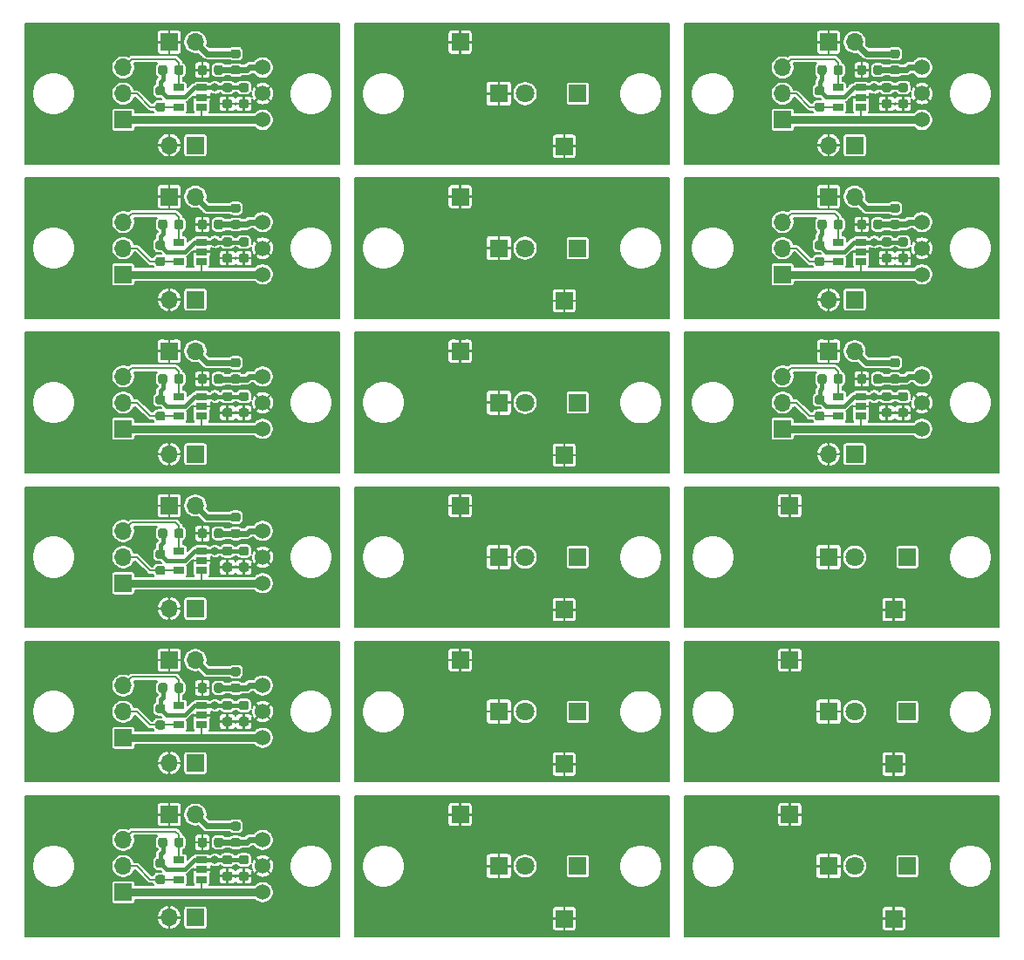
<source format=gbr>
%TF.GenerationSoftware,KiCad,Pcbnew,5.1.6-c6e7f7d~86~ubuntu18.04.1*%
%TF.CreationDate,2020-06-23T16:20:56-03:00*%
%TF.ProjectId,irStrip,69725374-7269-4702-9e6b-696361645f70,Rev. 1*%
%TF.SameCoordinates,Original*%
%TF.FileFunction,Copper,L2,Bot*%
%TF.FilePolarity,Positive*%
%FSLAX46Y46*%
G04 Gerber Fmt 4.6, Leading zero omitted, Abs format (unit mm)*
G04 Created by KiCad (PCBNEW 5.1.6-c6e7f7d~86~ubuntu18.04.1) date 2020-06-23 16:20:56*
%MOMM*%
%LPD*%
G01*
G04 APERTURE LIST*
%TA.AperFunction,ComponentPad*%
%ADD10R,1.800000X1.800000*%
%TD*%
%TA.AperFunction,ComponentPad*%
%ADD11C,1.800000*%
%TD*%
%TA.AperFunction,ComponentPad*%
%ADD12R,1.700000X1.700000*%
%TD*%
%TA.AperFunction,ComponentPad*%
%ADD13O,1.700000X1.700000*%
%TD*%
%TA.AperFunction,SMDPad,CuDef*%
%ADD14R,1.060000X0.650000*%
%TD*%
%TA.AperFunction,ComponentPad*%
%ADD15C,1.524000*%
%TD*%
%TA.AperFunction,ViaPad*%
%ADD16C,0.800000*%
%TD*%
%TA.AperFunction,Conductor*%
%ADD17C,0.200000*%
%TD*%
%TA.AperFunction,Conductor*%
%ADD18C,0.600000*%
%TD*%
%TA.AperFunction,Conductor*%
%ADD19C,0.400000*%
%TD*%
%TA.AperFunction,Conductor*%
%ADD20C,0.800000*%
%TD*%
%TA.AperFunction,NonConductor*%
%ADD21C,0.200000*%
%TD*%
G04 APERTURE END LIST*
D10*
%TO.P,D1,1*%
%TO.N,N/C*%
X177327300Y-139400000D03*
D11*
%TO.P,D1,2*%
X179867300Y-139400000D03*
%TD*%
D12*
%TO.P,J2,1*%
%TO.N,N/C*%
X173567300Y-134400000D03*
%TD*%
%TO.P,J5,1*%
%TO.N,N/C*%
X184967300Y-139400000D03*
%TD*%
%TO.P,J3,1*%
%TO.N,N/C*%
X183667300Y-144500000D03*
%TD*%
D10*
%TO.P,D1,1*%
%TO.N,N/C*%
X177327300Y-124400000D03*
D11*
%TO.P,D1,2*%
X179867300Y-124400000D03*
%TD*%
D12*
%TO.P,J2,1*%
%TO.N,N/C*%
X173567300Y-119400000D03*
%TD*%
%TO.P,J5,1*%
%TO.N,N/C*%
X184967300Y-124400000D03*
%TD*%
%TO.P,J3,1*%
%TO.N,N/C*%
X183667300Y-129500000D03*
%TD*%
D10*
%TO.P,D1,1*%
%TO.N,N/C*%
X177327300Y-109400000D03*
D11*
%TO.P,D1,2*%
X179867300Y-109400000D03*
%TD*%
D12*
%TO.P,J2,1*%
%TO.N,N/C*%
X173567300Y-104400000D03*
%TD*%
%TO.P,J5,1*%
%TO.N,N/C*%
X184967300Y-109400000D03*
%TD*%
%TO.P,J3,1*%
%TO.N,N/C*%
X183667300Y-114500000D03*
%TD*%
%TO.P,J4,1*%
%TO.N,N/C*%
X177327300Y-89400000D03*
D13*
%TO.P,J4,2*%
X179867300Y-89400000D03*
%TD*%
%TO.P,C2,2*%
%TO.N,N/C*%
%TA.AperFunction,SMDPad,CuDef*%
G36*
G01*
X184823550Y-94237500D02*
X184311050Y-94237500D01*
G75*
G02*
X184092300Y-94018750I0J218750D01*
G01*
X184092300Y-93581250D01*
G75*
G02*
X184311050Y-93362500I218750J0D01*
G01*
X184823550Y-93362500D01*
G75*
G02*
X185042300Y-93581250I0J-218750D01*
G01*
X185042300Y-94018750D01*
G75*
G02*
X184823550Y-94237500I-218750J0D01*
G01*
G37*
%TD.AperFunction*%
%TO.P,C2,1*%
%TA.AperFunction,SMDPad,CuDef*%
G36*
G01*
X184823550Y-95812500D02*
X184311050Y-95812500D01*
G75*
G02*
X184092300Y-95593750I0J218750D01*
G01*
X184092300Y-95156250D01*
G75*
G02*
X184311050Y-94937500I218750J0D01*
G01*
X184823550Y-94937500D01*
G75*
G02*
X185042300Y-95156250I0J-218750D01*
G01*
X185042300Y-95593750D01*
G75*
G02*
X184823550Y-95812500I-218750J0D01*
G01*
G37*
%TD.AperFunction*%
%TD*%
%TO.P,R1,1*%
%TO.N,N/C*%
%TA.AperFunction,SMDPad,CuDef*%
G36*
G01*
X183511050Y-90087500D02*
X184023550Y-90087500D01*
G75*
G02*
X184242300Y-90306250I0J-218750D01*
G01*
X184242300Y-90743750D01*
G75*
G02*
X184023550Y-90962500I-218750J0D01*
G01*
X183511050Y-90962500D01*
G75*
G02*
X183292300Y-90743750I0J218750D01*
G01*
X183292300Y-90306250D01*
G75*
G02*
X183511050Y-90087500I218750J0D01*
G01*
G37*
%TD.AperFunction*%
%TO.P,R1,2*%
%TA.AperFunction,SMDPad,CuDef*%
G36*
G01*
X183511050Y-91662500D02*
X184023550Y-91662500D01*
G75*
G02*
X184242300Y-91881250I0J-218750D01*
G01*
X184242300Y-92318750D01*
G75*
G02*
X184023550Y-92537500I-218750J0D01*
G01*
X183511050Y-92537500D01*
G75*
G02*
X183292300Y-92318750I0J218750D01*
G01*
X183292300Y-91881250D01*
G75*
G02*
X183511050Y-91662500I218750J0D01*
G01*
G37*
%TD.AperFunction*%
%TD*%
%TO.P,J1,2*%
%TO.N,N/C*%
X177327300Y-99400000D03*
D12*
%TO.P,J1,1*%
X179867300Y-99400000D03*
%TD*%
%TO.P,R3,2*%
%TO.N,N/C*%
%TA.AperFunction,SMDPad,CuDef*%
G36*
G01*
X177129800Y-91843750D02*
X177129800Y-92356250D01*
G75*
G02*
X176911050Y-92575000I-218750J0D01*
G01*
X176473550Y-92575000D01*
G75*
G02*
X176254800Y-92356250I0J218750D01*
G01*
X176254800Y-91843750D01*
G75*
G02*
X176473550Y-91625000I218750J0D01*
G01*
X176911050Y-91625000D01*
G75*
G02*
X177129800Y-91843750I0J-218750D01*
G01*
G37*
%TD.AperFunction*%
%TO.P,R3,1*%
%TA.AperFunction,SMDPad,CuDef*%
G36*
G01*
X178704800Y-91843750D02*
X178704800Y-92356250D01*
G75*
G02*
X178486050Y-92575000I-218750J0D01*
G01*
X178048550Y-92575000D01*
G75*
G02*
X177829800Y-92356250I0J218750D01*
G01*
X177829800Y-91843750D01*
G75*
G02*
X178048550Y-91625000I218750J0D01*
G01*
X178486050Y-91625000D01*
G75*
G02*
X178704800Y-91843750I0J-218750D01*
G01*
G37*
%TD.AperFunction*%
%TD*%
%TO.P,J6,1*%
%TO.N,N/C*%
X172867300Y-96940000D03*
D13*
%TO.P,J6,2*%
X172867300Y-94400000D03*
%TO.P,J6,3*%
X172867300Y-91860000D03*
%TD*%
%TO.P,R4,1*%
%TO.N,N/C*%
%TA.AperFunction,SMDPad,CuDef*%
G36*
G01*
X176723550Y-96137500D02*
X176211050Y-96137500D01*
G75*
G02*
X175992300Y-95918750I0J218750D01*
G01*
X175992300Y-95481250D01*
G75*
G02*
X176211050Y-95262500I218750J0D01*
G01*
X176723550Y-95262500D01*
G75*
G02*
X176942300Y-95481250I0J-218750D01*
G01*
X176942300Y-95918750D01*
G75*
G02*
X176723550Y-96137500I-218750J0D01*
G01*
G37*
%TD.AperFunction*%
%TO.P,R4,2*%
%TA.AperFunction,SMDPad,CuDef*%
G36*
G01*
X176723550Y-94562500D02*
X176211050Y-94562500D01*
G75*
G02*
X175992300Y-94343750I0J218750D01*
G01*
X175992300Y-93906250D01*
G75*
G02*
X176211050Y-93687500I218750J0D01*
G01*
X176723550Y-93687500D01*
G75*
G02*
X176942300Y-93906250I0J-218750D01*
G01*
X176942300Y-94343750D01*
G75*
G02*
X176723550Y-94562500I-218750J0D01*
G01*
G37*
%TD.AperFunction*%
%TD*%
D14*
%TO.P,U2,1*%
%TO.N,N/C*%
X180467300Y-93800000D03*
%TO.P,U2,2*%
X180467300Y-94750000D03*
%TO.P,U2,3*%
X180467300Y-95700000D03*
%TO.P,U2,4*%
X178267300Y-95700000D03*
%TO.P,U2,5*%
X178267300Y-93800000D03*
%TD*%
%TO.P,C1,1*%
%TO.N,N/C*%
%TA.AperFunction,SMDPad,CuDef*%
G36*
G01*
X180104800Y-92356250D02*
X180104800Y-91843750D01*
G75*
G02*
X180323550Y-91625000I218750J0D01*
G01*
X180761050Y-91625000D01*
G75*
G02*
X180979800Y-91843750I0J-218750D01*
G01*
X180979800Y-92356250D01*
G75*
G02*
X180761050Y-92575000I-218750J0D01*
G01*
X180323550Y-92575000D01*
G75*
G02*
X180104800Y-92356250I0J218750D01*
G01*
G37*
%TD.AperFunction*%
%TO.P,C1,2*%
%TA.AperFunction,SMDPad,CuDef*%
G36*
G01*
X181679800Y-92356250D02*
X181679800Y-91843750D01*
G75*
G02*
X181898550Y-91625000I218750J0D01*
G01*
X182336050Y-91625000D01*
G75*
G02*
X182554800Y-91843750I0J-218750D01*
G01*
X182554800Y-92356250D01*
G75*
G02*
X182336050Y-92575000I-218750J0D01*
G01*
X181898550Y-92575000D01*
G75*
G02*
X181679800Y-92356250I0J218750D01*
G01*
G37*
%TD.AperFunction*%
%TD*%
D15*
%TO.P,U1,2*%
%TO.N,N/C*%
X186400000Y-94400000D03*
%TO.P,U1,3*%
X186400000Y-91860000D03*
%TO.P,U1,1*%
X186400000Y-96940000D03*
%TD*%
%TO.P,C3,1*%
%TO.N,N/C*%
%TA.AperFunction,SMDPad,CuDef*%
G36*
G01*
X183223550Y-95812500D02*
X182711050Y-95812500D01*
G75*
G02*
X182492300Y-95593750I0J218750D01*
G01*
X182492300Y-95156250D01*
G75*
G02*
X182711050Y-94937500I218750J0D01*
G01*
X183223550Y-94937500D01*
G75*
G02*
X183442300Y-95156250I0J-218750D01*
G01*
X183442300Y-95593750D01*
G75*
G02*
X183223550Y-95812500I-218750J0D01*
G01*
G37*
%TD.AperFunction*%
%TO.P,C3,2*%
%TA.AperFunction,SMDPad,CuDef*%
G36*
G01*
X183223550Y-94237500D02*
X182711050Y-94237500D01*
G75*
G02*
X182492300Y-94018750I0J218750D01*
G01*
X182492300Y-93581250D01*
G75*
G02*
X182711050Y-93362500I218750J0D01*
G01*
X183223550Y-93362500D01*
G75*
G02*
X183442300Y-93581250I0J-218750D01*
G01*
X183442300Y-94018750D01*
G75*
G02*
X183223550Y-94237500I-218750J0D01*
G01*
G37*
%TD.AperFunction*%
%TD*%
D12*
%TO.P,J4,1*%
%TO.N,N/C*%
X177327300Y-74400000D03*
D13*
%TO.P,J4,2*%
X179867300Y-74400000D03*
%TD*%
%TO.P,C2,2*%
%TO.N,N/C*%
%TA.AperFunction,SMDPad,CuDef*%
G36*
G01*
X184823550Y-79237500D02*
X184311050Y-79237500D01*
G75*
G02*
X184092300Y-79018750I0J218750D01*
G01*
X184092300Y-78581250D01*
G75*
G02*
X184311050Y-78362500I218750J0D01*
G01*
X184823550Y-78362500D01*
G75*
G02*
X185042300Y-78581250I0J-218750D01*
G01*
X185042300Y-79018750D01*
G75*
G02*
X184823550Y-79237500I-218750J0D01*
G01*
G37*
%TD.AperFunction*%
%TO.P,C2,1*%
%TA.AperFunction,SMDPad,CuDef*%
G36*
G01*
X184823550Y-80812500D02*
X184311050Y-80812500D01*
G75*
G02*
X184092300Y-80593750I0J218750D01*
G01*
X184092300Y-80156250D01*
G75*
G02*
X184311050Y-79937500I218750J0D01*
G01*
X184823550Y-79937500D01*
G75*
G02*
X185042300Y-80156250I0J-218750D01*
G01*
X185042300Y-80593750D01*
G75*
G02*
X184823550Y-80812500I-218750J0D01*
G01*
G37*
%TD.AperFunction*%
%TD*%
%TO.P,R1,1*%
%TO.N,N/C*%
%TA.AperFunction,SMDPad,CuDef*%
G36*
G01*
X183511050Y-75087500D02*
X184023550Y-75087500D01*
G75*
G02*
X184242300Y-75306250I0J-218750D01*
G01*
X184242300Y-75743750D01*
G75*
G02*
X184023550Y-75962500I-218750J0D01*
G01*
X183511050Y-75962500D01*
G75*
G02*
X183292300Y-75743750I0J218750D01*
G01*
X183292300Y-75306250D01*
G75*
G02*
X183511050Y-75087500I218750J0D01*
G01*
G37*
%TD.AperFunction*%
%TO.P,R1,2*%
%TA.AperFunction,SMDPad,CuDef*%
G36*
G01*
X183511050Y-76662500D02*
X184023550Y-76662500D01*
G75*
G02*
X184242300Y-76881250I0J-218750D01*
G01*
X184242300Y-77318750D01*
G75*
G02*
X184023550Y-77537500I-218750J0D01*
G01*
X183511050Y-77537500D01*
G75*
G02*
X183292300Y-77318750I0J218750D01*
G01*
X183292300Y-76881250D01*
G75*
G02*
X183511050Y-76662500I218750J0D01*
G01*
G37*
%TD.AperFunction*%
%TD*%
%TO.P,J1,2*%
%TO.N,N/C*%
X177327300Y-84400000D03*
D12*
%TO.P,J1,1*%
X179867300Y-84400000D03*
%TD*%
%TO.P,R3,2*%
%TO.N,N/C*%
%TA.AperFunction,SMDPad,CuDef*%
G36*
G01*
X177129800Y-76843750D02*
X177129800Y-77356250D01*
G75*
G02*
X176911050Y-77575000I-218750J0D01*
G01*
X176473550Y-77575000D01*
G75*
G02*
X176254800Y-77356250I0J218750D01*
G01*
X176254800Y-76843750D01*
G75*
G02*
X176473550Y-76625000I218750J0D01*
G01*
X176911050Y-76625000D01*
G75*
G02*
X177129800Y-76843750I0J-218750D01*
G01*
G37*
%TD.AperFunction*%
%TO.P,R3,1*%
%TA.AperFunction,SMDPad,CuDef*%
G36*
G01*
X178704800Y-76843750D02*
X178704800Y-77356250D01*
G75*
G02*
X178486050Y-77575000I-218750J0D01*
G01*
X178048550Y-77575000D01*
G75*
G02*
X177829800Y-77356250I0J218750D01*
G01*
X177829800Y-76843750D01*
G75*
G02*
X178048550Y-76625000I218750J0D01*
G01*
X178486050Y-76625000D01*
G75*
G02*
X178704800Y-76843750I0J-218750D01*
G01*
G37*
%TD.AperFunction*%
%TD*%
%TO.P,J6,1*%
%TO.N,N/C*%
X172867300Y-81940000D03*
D13*
%TO.P,J6,2*%
X172867300Y-79400000D03*
%TO.P,J6,3*%
X172867300Y-76860000D03*
%TD*%
%TO.P,R4,1*%
%TO.N,N/C*%
%TA.AperFunction,SMDPad,CuDef*%
G36*
G01*
X176723550Y-81137500D02*
X176211050Y-81137500D01*
G75*
G02*
X175992300Y-80918750I0J218750D01*
G01*
X175992300Y-80481250D01*
G75*
G02*
X176211050Y-80262500I218750J0D01*
G01*
X176723550Y-80262500D01*
G75*
G02*
X176942300Y-80481250I0J-218750D01*
G01*
X176942300Y-80918750D01*
G75*
G02*
X176723550Y-81137500I-218750J0D01*
G01*
G37*
%TD.AperFunction*%
%TO.P,R4,2*%
%TA.AperFunction,SMDPad,CuDef*%
G36*
G01*
X176723550Y-79562500D02*
X176211050Y-79562500D01*
G75*
G02*
X175992300Y-79343750I0J218750D01*
G01*
X175992300Y-78906250D01*
G75*
G02*
X176211050Y-78687500I218750J0D01*
G01*
X176723550Y-78687500D01*
G75*
G02*
X176942300Y-78906250I0J-218750D01*
G01*
X176942300Y-79343750D01*
G75*
G02*
X176723550Y-79562500I-218750J0D01*
G01*
G37*
%TD.AperFunction*%
%TD*%
D14*
%TO.P,U2,1*%
%TO.N,N/C*%
X180467300Y-78800000D03*
%TO.P,U2,2*%
X180467300Y-79750000D03*
%TO.P,U2,3*%
X180467300Y-80700000D03*
%TO.P,U2,4*%
X178267300Y-80700000D03*
%TO.P,U2,5*%
X178267300Y-78800000D03*
%TD*%
%TO.P,C1,1*%
%TO.N,N/C*%
%TA.AperFunction,SMDPad,CuDef*%
G36*
G01*
X180104800Y-77356250D02*
X180104800Y-76843750D01*
G75*
G02*
X180323550Y-76625000I218750J0D01*
G01*
X180761050Y-76625000D01*
G75*
G02*
X180979800Y-76843750I0J-218750D01*
G01*
X180979800Y-77356250D01*
G75*
G02*
X180761050Y-77575000I-218750J0D01*
G01*
X180323550Y-77575000D01*
G75*
G02*
X180104800Y-77356250I0J218750D01*
G01*
G37*
%TD.AperFunction*%
%TO.P,C1,2*%
%TA.AperFunction,SMDPad,CuDef*%
G36*
G01*
X181679800Y-77356250D02*
X181679800Y-76843750D01*
G75*
G02*
X181898550Y-76625000I218750J0D01*
G01*
X182336050Y-76625000D01*
G75*
G02*
X182554800Y-76843750I0J-218750D01*
G01*
X182554800Y-77356250D01*
G75*
G02*
X182336050Y-77575000I-218750J0D01*
G01*
X181898550Y-77575000D01*
G75*
G02*
X181679800Y-77356250I0J218750D01*
G01*
G37*
%TD.AperFunction*%
%TD*%
D15*
%TO.P,U1,2*%
%TO.N,N/C*%
X186400000Y-79400000D03*
%TO.P,U1,3*%
X186400000Y-76860000D03*
%TO.P,U1,1*%
X186400000Y-81940000D03*
%TD*%
%TO.P,C3,1*%
%TO.N,N/C*%
%TA.AperFunction,SMDPad,CuDef*%
G36*
G01*
X183223550Y-80812500D02*
X182711050Y-80812500D01*
G75*
G02*
X182492300Y-80593750I0J218750D01*
G01*
X182492300Y-80156250D01*
G75*
G02*
X182711050Y-79937500I218750J0D01*
G01*
X183223550Y-79937500D01*
G75*
G02*
X183442300Y-80156250I0J-218750D01*
G01*
X183442300Y-80593750D01*
G75*
G02*
X183223550Y-80812500I-218750J0D01*
G01*
G37*
%TD.AperFunction*%
%TO.P,C3,2*%
%TA.AperFunction,SMDPad,CuDef*%
G36*
G01*
X183223550Y-79237500D02*
X182711050Y-79237500D01*
G75*
G02*
X182492300Y-79018750I0J218750D01*
G01*
X182492300Y-78581250D01*
G75*
G02*
X182711050Y-78362500I218750J0D01*
G01*
X183223550Y-78362500D01*
G75*
G02*
X183442300Y-78581250I0J-218750D01*
G01*
X183442300Y-79018750D01*
G75*
G02*
X183223550Y-79237500I-218750J0D01*
G01*
G37*
%TD.AperFunction*%
%TD*%
D12*
%TO.P,J4,1*%
%TO.N,N/C*%
X177327300Y-59400000D03*
D13*
%TO.P,J4,2*%
X179867300Y-59400000D03*
%TD*%
%TO.P,C2,2*%
%TO.N,N/C*%
%TA.AperFunction,SMDPad,CuDef*%
G36*
G01*
X184823550Y-64237500D02*
X184311050Y-64237500D01*
G75*
G02*
X184092300Y-64018750I0J218750D01*
G01*
X184092300Y-63581250D01*
G75*
G02*
X184311050Y-63362500I218750J0D01*
G01*
X184823550Y-63362500D01*
G75*
G02*
X185042300Y-63581250I0J-218750D01*
G01*
X185042300Y-64018750D01*
G75*
G02*
X184823550Y-64237500I-218750J0D01*
G01*
G37*
%TD.AperFunction*%
%TO.P,C2,1*%
%TA.AperFunction,SMDPad,CuDef*%
G36*
G01*
X184823550Y-65812500D02*
X184311050Y-65812500D01*
G75*
G02*
X184092300Y-65593750I0J218750D01*
G01*
X184092300Y-65156250D01*
G75*
G02*
X184311050Y-64937500I218750J0D01*
G01*
X184823550Y-64937500D01*
G75*
G02*
X185042300Y-65156250I0J-218750D01*
G01*
X185042300Y-65593750D01*
G75*
G02*
X184823550Y-65812500I-218750J0D01*
G01*
G37*
%TD.AperFunction*%
%TD*%
%TO.P,R1,1*%
%TO.N,N/C*%
%TA.AperFunction,SMDPad,CuDef*%
G36*
G01*
X183511050Y-60087500D02*
X184023550Y-60087500D01*
G75*
G02*
X184242300Y-60306250I0J-218750D01*
G01*
X184242300Y-60743750D01*
G75*
G02*
X184023550Y-60962500I-218750J0D01*
G01*
X183511050Y-60962500D01*
G75*
G02*
X183292300Y-60743750I0J218750D01*
G01*
X183292300Y-60306250D01*
G75*
G02*
X183511050Y-60087500I218750J0D01*
G01*
G37*
%TD.AperFunction*%
%TO.P,R1,2*%
%TA.AperFunction,SMDPad,CuDef*%
G36*
G01*
X183511050Y-61662500D02*
X184023550Y-61662500D01*
G75*
G02*
X184242300Y-61881250I0J-218750D01*
G01*
X184242300Y-62318750D01*
G75*
G02*
X184023550Y-62537500I-218750J0D01*
G01*
X183511050Y-62537500D01*
G75*
G02*
X183292300Y-62318750I0J218750D01*
G01*
X183292300Y-61881250D01*
G75*
G02*
X183511050Y-61662500I218750J0D01*
G01*
G37*
%TD.AperFunction*%
%TD*%
%TO.P,J1,2*%
%TO.N,N/C*%
X177327300Y-69400000D03*
D12*
%TO.P,J1,1*%
X179867300Y-69400000D03*
%TD*%
%TO.P,R3,2*%
%TO.N,N/C*%
%TA.AperFunction,SMDPad,CuDef*%
G36*
G01*
X177129800Y-61843750D02*
X177129800Y-62356250D01*
G75*
G02*
X176911050Y-62575000I-218750J0D01*
G01*
X176473550Y-62575000D01*
G75*
G02*
X176254800Y-62356250I0J218750D01*
G01*
X176254800Y-61843750D01*
G75*
G02*
X176473550Y-61625000I218750J0D01*
G01*
X176911050Y-61625000D01*
G75*
G02*
X177129800Y-61843750I0J-218750D01*
G01*
G37*
%TD.AperFunction*%
%TO.P,R3,1*%
%TA.AperFunction,SMDPad,CuDef*%
G36*
G01*
X178704800Y-61843750D02*
X178704800Y-62356250D01*
G75*
G02*
X178486050Y-62575000I-218750J0D01*
G01*
X178048550Y-62575000D01*
G75*
G02*
X177829800Y-62356250I0J218750D01*
G01*
X177829800Y-61843750D01*
G75*
G02*
X178048550Y-61625000I218750J0D01*
G01*
X178486050Y-61625000D01*
G75*
G02*
X178704800Y-61843750I0J-218750D01*
G01*
G37*
%TD.AperFunction*%
%TD*%
%TO.P,J6,1*%
%TO.N,N/C*%
X172867300Y-66940000D03*
D13*
%TO.P,J6,2*%
X172867300Y-64400000D03*
%TO.P,J6,3*%
X172867300Y-61860000D03*
%TD*%
%TO.P,R4,1*%
%TO.N,N/C*%
%TA.AperFunction,SMDPad,CuDef*%
G36*
G01*
X176723550Y-66137500D02*
X176211050Y-66137500D01*
G75*
G02*
X175992300Y-65918750I0J218750D01*
G01*
X175992300Y-65481250D01*
G75*
G02*
X176211050Y-65262500I218750J0D01*
G01*
X176723550Y-65262500D01*
G75*
G02*
X176942300Y-65481250I0J-218750D01*
G01*
X176942300Y-65918750D01*
G75*
G02*
X176723550Y-66137500I-218750J0D01*
G01*
G37*
%TD.AperFunction*%
%TO.P,R4,2*%
%TA.AperFunction,SMDPad,CuDef*%
G36*
G01*
X176723550Y-64562500D02*
X176211050Y-64562500D01*
G75*
G02*
X175992300Y-64343750I0J218750D01*
G01*
X175992300Y-63906250D01*
G75*
G02*
X176211050Y-63687500I218750J0D01*
G01*
X176723550Y-63687500D01*
G75*
G02*
X176942300Y-63906250I0J-218750D01*
G01*
X176942300Y-64343750D01*
G75*
G02*
X176723550Y-64562500I-218750J0D01*
G01*
G37*
%TD.AperFunction*%
%TD*%
D14*
%TO.P,U2,1*%
%TO.N,N/C*%
X180467300Y-63800000D03*
%TO.P,U2,2*%
X180467300Y-64750000D03*
%TO.P,U2,3*%
X180467300Y-65700000D03*
%TO.P,U2,4*%
X178267300Y-65700000D03*
%TO.P,U2,5*%
X178267300Y-63800000D03*
%TD*%
%TO.P,C1,1*%
%TO.N,N/C*%
%TA.AperFunction,SMDPad,CuDef*%
G36*
G01*
X180104800Y-62356250D02*
X180104800Y-61843750D01*
G75*
G02*
X180323550Y-61625000I218750J0D01*
G01*
X180761050Y-61625000D01*
G75*
G02*
X180979800Y-61843750I0J-218750D01*
G01*
X180979800Y-62356250D01*
G75*
G02*
X180761050Y-62575000I-218750J0D01*
G01*
X180323550Y-62575000D01*
G75*
G02*
X180104800Y-62356250I0J218750D01*
G01*
G37*
%TD.AperFunction*%
%TO.P,C1,2*%
%TA.AperFunction,SMDPad,CuDef*%
G36*
G01*
X181679800Y-62356250D02*
X181679800Y-61843750D01*
G75*
G02*
X181898550Y-61625000I218750J0D01*
G01*
X182336050Y-61625000D01*
G75*
G02*
X182554800Y-61843750I0J-218750D01*
G01*
X182554800Y-62356250D01*
G75*
G02*
X182336050Y-62575000I-218750J0D01*
G01*
X181898550Y-62575000D01*
G75*
G02*
X181679800Y-62356250I0J218750D01*
G01*
G37*
%TD.AperFunction*%
%TD*%
D15*
%TO.P,U1,2*%
%TO.N,N/C*%
X186400000Y-64400000D03*
%TO.P,U1,3*%
X186400000Y-61860000D03*
%TO.P,U1,1*%
X186400000Y-66940000D03*
%TD*%
%TO.P,C3,1*%
%TO.N,N/C*%
%TA.AperFunction,SMDPad,CuDef*%
G36*
G01*
X183223550Y-65812500D02*
X182711050Y-65812500D01*
G75*
G02*
X182492300Y-65593750I0J218750D01*
G01*
X182492300Y-65156250D01*
G75*
G02*
X182711050Y-64937500I218750J0D01*
G01*
X183223550Y-64937500D01*
G75*
G02*
X183442300Y-65156250I0J-218750D01*
G01*
X183442300Y-65593750D01*
G75*
G02*
X183223550Y-65812500I-218750J0D01*
G01*
G37*
%TD.AperFunction*%
%TO.P,C3,2*%
%TA.AperFunction,SMDPad,CuDef*%
G36*
G01*
X183223550Y-64237500D02*
X182711050Y-64237500D01*
G75*
G02*
X182492300Y-64018750I0J218750D01*
G01*
X182492300Y-63581250D01*
G75*
G02*
X182711050Y-63362500I218750J0D01*
G01*
X183223550Y-63362500D01*
G75*
G02*
X183442300Y-63581250I0J-218750D01*
G01*
X183442300Y-64018750D01*
G75*
G02*
X183223550Y-64237500I-218750J0D01*
G01*
G37*
%TD.AperFunction*%
%TD*%
%TO.P,R3,1*%
%TO.N,N/C*%
%TA.AperFunction,SMDPad,CuDef*%
G36*
G01*
X114707500Y-136843750D02*
X114707500Y-137356250D01*
G75*
G02*
X114488750Y-137575000I-218750J0D01*
G01*
X114051250Y-137575000D01*
G75*
G02*
X113832500Y-137356250I0J218750D01*
G01*
X113832500Y-136843750D01*
G75*
G02*
X114051250Y-136625000I218750J0D01*
G01*
X114488750Y-136625000D01*
G75*
G02*
X114707500Y-136843750I0J-218750D01*
G01*
G37*
%TD.AperFunction*%
%TO.P,R3,2*%
%TA.AperFunction,SMDPad,CuDef*%
G36*
G01*
X113132500Y-136843750D02*
X113132500Y-137356250D01*
G75*
G02*
X112913750Y-137575000I-218750J0D01*
G01*
X112476250Y-137575000D01*
G75*
G02*
X112257500Y-137356250I0J218750D01*
G01*
X112257500Y-136843750D01*
G75*
G02*
X112476250Y-136625000I218750J0D01*
G01*
X112913750Y-136625000D01*
G75*
G02*
X113132500Y-136843750I0J-218750D01*
G01*
G37*
%TD.AperFunction*%
%TD*%
D11*
%TO.P,D1,2*%
%TO.N,N/C*%
X147870000Y-139400000D03*
D10*
%TO.P,D1,1*%
X145330000Y-139400000D03*
%TD*%
%TO.P,R1,2*%
%TO.N,N/C*%
%TA.AperFunction,SMDPad,CuDef*%
G36*
G01*
X119513750Y-136662500D02*
X120026250Y-136662500D01*
G75*
G02*
X120245000Y-136881250I0J-218750D01*
G01*
X120245000Y-137318750D01*
G75*
G02*
X120026250Y-137537500I-218750J0D01*
G01*
X119513750Y-137537500D01*
G75*
G02*
X119295000Y-137318750I0J218750D01*
G01*
X119295000Y-136881250D01*
G75*
G02*
X119513750Y-136662500I218750J0D01*
G01*
G37*
%TD.AperFunction*%
%TO.P,R1,1*%
%TA.AperFunction,SMDPad,CuDef*%
G36*
G01*
X119513750Y-135087500D02*
X120026250Y-135087500D01*
G75*
G02*
X120245000Y-135306250I0J-218750D01*
G01*
X120245000Y-135743750D01*
G75*
G02*
X120026250Y-135962500I-218750J0D01*
G01*
X119513750Y-135962500D01*
G75*
G02*
X119295000Y-135743750I0J218750D01*
G01*
X119295000Y-135306250D01*
G75*
G02*
X119513750Y-135087500I218750J0D01*
G01*
G37*
%TD.AperFunction*%
%TD*%
D15*
%TO.P,U1,1*%
%TO.N,N/C*%
X122402700Y-141940000D03*
%TO.P,U1,3*%
X122402700Y-136860000D03*
%TO.P,U1,2*%
X122402700Y-139400000D03*
%TD*%
D12*
%TO.P,J2,1*%
%TO.N,N/C*%
X141570000Y-134400000D03*
%TD*%
D14*
%TO.P,U2,5*%
%TO.N,N/C*%
X114270000Y-138800000D03*
%TO.P,U2,4*%
X114270000Y-140700000D03*
%TO.P,U2,3*%
X116470000Y-140700000D03*
%TO.P,U2,2*%
X116470000Y-139750000D03*
%TO.P,U2,1*%
X116470000Y-138800000D03*
%TD*%
D12*
%TO.P,J5,1*%
%TO.N,N/C*%
X152970000Y-139400000D03*
%TD*%
%TO.P,J3,1*%
%TO.N,N/C*%
X151670000Y-144500000D03*
%TD*%
D13*
%TO.P,J6,3*%
%TO.N,N/C*%
X108870000Y-136860000D03*
%TO.P,J6,2*%
X108870000Y-139400000D03*
D12*
%TO.P,J6,1*%
X108870000Y-141940000D03*
%TD*%
%TO.P,C1,2*%
%TO.N,N/C*%
%TA.AperFunction,SMDPad,CuDef*%
G36*
G01*
X117682500Y-137356250D02*
X117682500Y-136843750D01*
G75*
G02*
X117901250Y-136625000I218750J0D01*
G01*
X118338750Y-136625000D01*
G75*
G02*
X118557500Y-136843750I0J-218750D01*
G01*
X118557500Y-137356250D01*
G75*
G02*
X118338750Y-137575000I-218750J0D01*
G01*
X117901250Y-137575000D01*
G75*
G02*
X117682500Y-137356250I0J218750D01*
G01*
G37*
%TD.AperFunction*%
%TO.P,C1,1*%
%TA.AperFunction,SMDPad,CuDef*%
G36*
G01*
X116107500Y-137356250D02*
X116107500Y-136843750D01*
G75*
G02*
X116326250Y-136625000I218750J0D01*
G01*
X116763750Y-136625000D01*
G75*
G02*
X116982500Y-136843750I0J-218750D01*
G01*
X116982500Y-137356250D01*
G75*
G02*
X116763750Y-137575000I-218750J0D01*
G01*
X116326250Y-137575000D01*
G75*
G02*
X116107500Y-137356250I0J218750D01*
G01*
G37*
%TD.AperFunction*%
%TD*%
%TO.P,C3,2*%
%TO.N,N/C*%
%TA.AperFunction,SMDPad,CuDef*%
G36*
G01*
X119226250Y-139237500D02*
X118713750Y-139237500D01*
G75*
G02*
X118495000Y-139018750I0J218750D01*
G01*
X118495000Y-138581250D01*
G75*
G02*
X118713750Y-138362500I218750J0D01*
G01*
X119226250Y-138362500D01*
G75*
G02*
X119445000Y-138581250I0J-218750D01*
G01*
X119445000Y-139018750D01*
G75*
G02*
X119226250Y-139237500I-218750J0D01*
G01*
G37*
%TD.AperFunction*%
%TO.P,C3,1*%
%TA.AperFunction,SMDPad,CuDef*%
G36*
G01*
X119226250Y-140812500D02*
X118713750Y-140812500D01*
G75*
G02*
X118495000Y-140593750I0J218750D01*
G01*
X118495000Y-140156250D01*
G75*
G02*
X118713750Y-139937500I218750J0D01*
G01*
X119226250Y-139937500D01*
G75*
G02*
X119445000Y-140156250I0J-218750D01*
G01*
X119445000Y-140593750D01*
G75*
G02*
X119226250Y-140812500I-218750J0D01*
G01*
G37*
%TD.AperFunction*%
%TD*%
%TO.P,J1,1*%
%TO.N,N/C*%
X115870000Y-144400000D03*
D13*
%TO.P,J1,2*%
X113330000Y-144400000D03*
%TD*%
%TO.P,R4,2*%
%TO.N,N/C*%
%TA.AperFunction,SMDPad,CuDef*%
G36*
G01*
X112726250Y-139562500D02*
X112213750Y-139562500D01*
G75*
G02*
X111995000Y-139343750I0J218750D01*
G01*
X111995000Y-138906250D01*
G75*
G02*
X112213750Y-138687500I218750J0D01*
G01*
X112726250Y-138687500D01*
G75*
G02*
X112945000Y-138906250I0J-218750D01*
G01*
X112945000Y-139343750D01*
G75*
G02*
X112726250Y-139562500I-218750J0D01*
G01*
G37*
%TD.AperFunction*%
%TO.P,R4,1*%
%TA.AperFunction,SMDPad,CuDef*%
G36*
G01*
X112726250Y-141137500D02*
X112213750Y-141137500D01*
G75*
G02*
X111995000Y-140918750I0J218750D01*
G01*
X111995000Y-140481250D01*
G75*
G02*
X112213750Y-140262500I218750J0D01*
G01*
X112726250Y-140262500D01*
G75*
G02*
X112945000Y-140481250I0J-218750D01*
G01*
X112945000Y-140918750D01*
G75*
G02*
X112726250Y-141137500I-218750J0D01*
G01*
G37*
%TD.AperFunction*%
%TD*%
%TO.P,C2,1*%
%TO.N,N/C*%
%TA.AperFunction,SMDPad,CuDef*%
G36*
G01*
X120826250Y-140812500D02*
X120313750Y-140812500D01*
G75*
G02*
X120095000Y-140593750I0J218750D01*
G01*
X120095000Y-140156250D01*
G75*
G02*
X120313750Y-139937500I218750J0D01*
G01*
X120826250Y-139937500D01*
G75*
G02*
X121045000Y-140156250I0J-218750D01*
G01*
X121045000Y-140593750D01*
G75*
G02*
X120826250Y-140812500I-218750J0D01*
G01*
G37*
%TD.AperFunction*%
%TO.P,C2,2*%
%TA.AperFunction,SMDPad,CuDef*%
G36*
G01*
X120826250Y-139237500D02*
X120313750Y-139237500D01*
G75*
G02*
X120095000Y-139018750I0J218750D01*
G01*
X120095000Y-138581250D01*
G75*
G02*
X120313750Y-138362500I218750J0D01*
G01*
X120826250Y-138362500D01*
G75*
G02*
X121045000Y-138581250I0J-218750D01*
G01*
X121045000Y-139018750D01*
G75*
G02*
X120826250Y-139237500I-218750J0D01*
G01*
G37*
%TD.AperFunction*%
%TD*%
%TO.P,J4,2*%
%TO.N,N/C*%
X115870000Y-134400000D03*
D12*
%TO.P,J4,1*%
X113330000Y-134400000D03*
%TD*%
%TO.P,R3,1*%
%TO.N,N/C*%
%TA.AperFunction,SMDPad,CuDef*%
G36*
G01*
X114707500Y-121843750D02*
X114707500Y-122356250D01*
G75*
G02*
X114488750Y-122575000I-218750J0D01*
G01*
X114051250Y-122575000D01*
G75*
G02*
X113832500Y-122356250I0J218750D01*
G01*
X113832500Y-121843750D01*
G75*
G02*
X114051250Y-121625000I218750J0D01*
G01*
X114488750Y-121625000D01*
G75*
G02*
X114707500Y-121843750I0J-218750D01*
G01*
G37*
%TD.AperFunction*%
%TO.P,R3,2*%
%TA.AperFunction,SMDPad,CuDef*%
G36*
G01*
X113132500Y-121843750D02*
X113132500Y-122356250D01*
G75*
G02*
X112913750Y-122575000I-218750J0D01*
G01*
X112476250Y-122575000D01*
G75*
G02*
X112257500Y-122356250I0J218750D01*
G01*
X112257500Y-121843750D01*
G75*
G02*
X112476250Y-121625000I218750J0D01*
G01*
X112913750Y-121625000D01*
G75*
G02*
X113132500Y-121843750I0J-218750D01*
G01*
G37*
%TD.AperFunction*%
%TD*%
D11*
%TO.P,D1,2*%
%TO.N,N/C*%
X147870000Y-124400000D03*
D10*
%TO.P,D1,1*%
X145330000Y-124400000D03*
%TD*%
%TO.P,R1,2*%
%TO.N,N/C*%
%TA.AperFunction,SMDPad,CuDef*%
G36*
G01*
X119513750Y-121662500D02*
X120026250Y-121662500D01*
G75*
G02*
X120245000Y-121881250I0J-218750D01*
G01*
X120245000Y-122318750D01*
G75*
G02*
X120026250Y-122537500I-218750J0D01*
G01*
X119513750Y-122537500D01*
G75*
G02*
X119295000Y-122318750I0J218750D01*
G01*
X119295000Y-121881250D01*
G75*
G02*
X119513750Y-121662500I218750J0D01*
G01*
G37*
%TD.AperFunction*%
%TO.P,R1,1*%
%TA.AperFunction,SMDPad,CuDef*%
G36*
G01*
X119513750Y-120087500D02*
X120026250Y-120087500D01*
G75*
G02*
X120245000Y-120306250I0J-218750D01*
G01*
X120245000Y-120743750D01*
G75*
G02*
X120026250Y-120962500I-218750J0D01*
G01*
X119513750Y-120962500D01*
G75*
G02*
X119295000Y-120743750I0J218750D01*
G01*
X119295000Y-120306250D01*
G75*
G02*
X119513750Y-120087500I218750J0D01*
G01*
G37*
%TD.AperFunction*%
%TD*%
D15*
%TO.P,U1,1*%
%TO.N,N/C*%
X122402700Y-126940000D03*
%TO.P,U1,3*%
X122402700Y-121860000D03*
%TO.P,U1,2*%
X122402700Y-124400000D03*
%TD*%
D12*
%TO.P,J2,1*%
%TO.N,N/C*%
X141570000Y-119400000D03*
%TD*%
D14*
%TO.P,U2,5*%
%TO.N,N/C*%
X114270000Y-123800000D03*
%TO.P,U2,4*%
X114270000Y-125700000D03*
%TO.P,U2,3*%
X116470000Y-125700000D03*
%TO.P,U2,2*%
X116470000Y-124750000D03*
%TO.P,U2,1*%
X116470000Y-123800000D03*
%TD*%
D12*
%TO.P,J5,1*%
%TO.N,N/C*%
X152970000Y-124400000D03*
%TD*%
%TO.P,J3,1*%
%TO.N,N/C*%
X151670000Y-129500000D03*
%TD*%
D13*
%TO.P,J6,3*%
%TO.N,N/C*%
X108870000Y-121860000D03*
%TO.P,J6,2*%
X108870000Y-124400000D03*
D12*
%TO.P,J6,1*%
X108870000Y-126940000D03*
%TD*%
%TO.P,C1,2*%
%TO.N,N/C*%
%TA.AperFunction,SMDPad,CuDef*%
G36*
G01*
X117682500Y-122356250D02*
X117682500Y-121843750D01*
G75*
G02*
X117901250Y-121625000I218750J0D01*
G01*
X118338750Y-121625000D01*
G75*
G02*
X118557500Y-121843750I0J-218750D01*
G01*
X118557500Y-122356250D01*
G75*
G02*
X118338750Y-122575000I-218750J0D01*
G01*
X117901250Y-122575000D01*
G75*
G02*
X117682500Y-122356250I0J218750D01*
G01*
G37*
%TD.AperFunction*%
%TO.P,C1,1*%
%TA.AperFunction,SMDPad,CuDef*%
G36*
G01*
X116107500Y-122356250D02*
X116107500Y-121843750D01*
G75*
G02*
X116326250Y-121625000I218750J0D01*
G01*
X116763750Y-121625000D01*
G75*
G02*
X116982500Y-121843750I0J-218750D01*
G01*
X116982500Y-122356250D01*
G75*
G02*
X116763750Y-122575000I-218750J0D01*
G01*
X116326250Y-122575000D01*
G75*
G02*
X116107500Y-122356250I0J218750D01*
G01*
G37*
%TD.AperFunction*%
%TD*%
%TO.P,C3,2*%
%TO.N,N/C*%
%TA.AperFunction,SMDPad,CuDef*%
G36*
G01*
X119226250Y-124237500D02*
X118713750Y-124237500D01*
G75*
G02*
X118495000Y-124018750I0J218750D01*
G01*
X118495000Y-123581250D01*
G75*
G02*
X118713750Y-123362500I218750J0D01*
G01*
X119226250Y-123362500D01*
G75*
G02*
X119445000Y-123581250I0J-218750D01*
G01*
X119445000Y-124018750D01*
G75*
G02*
X119226250Y-124237500I-218750J0D01*
G01*
G37*
%TD.AperFunction*%
%TO.P,C3,1*%
%TA.AperFunction,SMDPad,CuDef*%
G36*
G01*
X119226250Y-125812500D02*
X118713750Y-125812500D01*
G75*
G02*
X118495000Y-125593750I0J218750D01*
G01*
X118495000Y-125156250D01*
G75*
G02*
X118713750Y-124937500I218750J0D01*
G01*
X119226250Y-124937500D01*
G75*
G02*
X119445000Y-125156250I0J-218750D01*
G01*
X119445000Y-125593750D01*
G75*
G02*
X119226250Y-125812500I-218750J0D01*
G01*
G37*
%TD.AperFunction*%
%TD*%
%TO.P,J1,1*%
%TO.N,N/C*%
X115870000Y-129400000D03*
D13*
%TO.P,J1,2*%
X113330000Y-129400000D03*
%TD*%
%TO.P,R4,2*%
%TO.N,N/C*%
%TA.AperFunction,SMDPad,CuDef*%
G36*
G01*
X112726250Y-124562500D02*
X112213750Y-124562500D01*
G75*
G02*
X111995000Y-124343750I0J218750D01*
G01*
X111995000Y-123906250D01*
G75*
G02*
X112213750Y-123687500I218750J0D01*
G01*
X112726250Y-123687500D01*
G75*
G02*
X112945000Y-123906250I0J-218750D01*
G01*
X112945000Y-124343750D01*
G75*
G02*
X112726250Y-124562500I-218750J0D01*
G01*
G37*
%TD.AperFunction*%
%TO.P,R4,1*%
%TA.AperFunction,SMDPad,CuDef*%
G36*
G01*
X112726250Y-126137500D02*
X112213750Y-126137500D01*
G75*
G02*
X111995000Y-125918750I0J218750D01*
G01*
X111995000Y-125481250D01*
G75*
G02*
X112213750Y-125262500I218750J0D01*
G01*
X112726250Y-125262500D01*
G75*
G02*
X112945000Y-125481250I0J-218750D01*
G01*
X112945000Y-125918750D01*
G75*
G02*
X112726250Y-126137500I-218750J0D01*
G01*
G37*
%TD.AperFunction*%
%TD*%
%TO.P,C2,1*%
%TO.N,N/C*%
%TA.AperFunction,SMDPad,CuDef*%
G36*
G01*
X120826250Y-125812500D02*
X120313750Y-125812500D01*
G75*
G02*
X120095000Y-125593750I0J218750D01*
G01*
X120095000Y-125156250D01*
G75*
G02*
X120313750Y-124937500I218750J0D01*
G01*
X120826250Y-124937500D01*
G75*
G02*
X121045000Y-125156250I0J-218750D01*
G01*
X121045000Y-125593750D01*
G75*
G02*
X120826250Y-125812500I-218750J0D01*
G01*
G37*
%TD.AperFunction*%
%TO.P,C2,2*%
%TA.AperFunction,SMDPad,CuDef*%
G36*
G01*
X120826250Y-124237500D02*
X120313750Y-124237500D01*
G75*
G02*
X120095000Y-124018750I0J218750D01*
G01*
X120095000Y-123581250D01*
G75*
G02*
X120313750Y-123362500I218750J0D01*
G01*
X120826250Y-123362500D01*
G75*
G02*
X121045000Y-123581250I0J-218750D01*
G01*
X121045000Y-124018750D01*
G75*
G02*
X120826250Y-124237500I-218750J0D01*
G01*
G37*
%TD.AperFunction*%
%TD*%
%TO.P,J4,2*%
%TO.N,N/C*%
X115870000Y-119400000D03*
D12*
%TO.P,J4,1*%
X113330000Y-119400000D03*
%TD*%
%TO.P,R3,1*%
%TO.N,N/C*%
%TA.AperFunction,SMDPad,CuDef*%
G36*
G01*
X114707500Y-106843750D02*
X114707500Y-107356250D01*
G75*
G02*
X114488750Y-107575000I-218750J0D01*
G01*
X114051250Y-107575000D01*
G75*
G02*
X113832500Y-107356250I0J218750D01*
G01*
X113832500Y-106843750D01*
G75*
G02*
X114051250Y-106625000I218750J0D01*
G01*
X114488750Y-106625000D01*
G75*
G02*
X114707500Y-106843750I0J-218750D01*
G01*
G37*
%TD.AperFunction*%
%TO.P,R3,2*%
%TA.AperFunction,SMDPad,CuDef*%
G36*
G01*
X113132500Y-106843750D02*
X113132500Y-107356250D01*
G75*
G02*
X112913750Y-107575000I-218750J0D01*
G01*
X112476250Y-107575000D01*
G75*
G02*
X112257500Y-107356250I0J218750D01*
G01*
X112257500Y-106843750D01*
G75*
G02*
X112476250Y-106625000I218750J0D01*
G01*
X112913750Y-106625000D01*
G75*
G02*
X113132500Y-106843750I0J-218750D01*
G01*
G37*
%TD.AperFunction*%
%TD*%
D11*
%TO.P,D1,2*%
%TO.N,N/C*%
X147870000Y-109400000D03*
D10*
%TO.P,D1,1*%
X145330000Y-109400000D03*
%TD*%
%TO.P,R1,2*%
%TO.N,N/C*%
%TA.AperFunction,SMDPad,CuDef*%
G36*
G01*
X119513750Y-106662500D02*
X120026250Y-106662500D01*
G75*
G02*
X120245000Y-106881250I0J-218750D01*
G01*
X120245000Y-107318750D01*
G75*
G02*
X120026250Y-107537500I-218750J0D01*
G01*
X119513750Y-107537500D01*
G75*
G02*
X119295000Y-107318750I0J218750D01*
G01*
X119295000Y-106881250D01*
G75*
G02*
X119513750Y-106662500I218750J0D01*
G01*
G37*
%TD.AperFunction*%
%TO.P,R1,1*%
%TA.AperFunction,SMDPad,CuDef*%
G36*
G01*
X119513750Y-105087500D02*
X120026250Y-105087500D01*
G75*
G02*
X120245000Y-105306250I0J-218750D01*
G01*
X120245000Y-105743750D01*
G75*
G02*
X120026250Y-105962500I-218750J0D01*
G01*
X119513750Y-105962500D01*
G75*
G02*
X119295000Y-105743750I0J218750D01*
G01*
X119295000Y-105306250D01*
G75*
G02*
X119513750Y-105087500I218750J0D01*
G01*
G37*
%TD.AperFunction*%
%TD*%
D15*
%TO.P,U1,1*%
%TO.N,N/C*%
X122402700Y-111940000D03*
%TO.P,U1,3*%
X122402700Y-106860000D03*
%TO.P,U1,2*%
X122402700Y-109400000D03*
%TD*%
D12*
%TO.P,J2,1*%
%TO.N,N/C*%
X141570000Y-104400000D03*
%TD*%
D14*
%TO.P,U2,5*%
%TO.N,N/C*%
X114270000Y-108800000D03*
%TO.P,U2,4*%
X114270000Y-110700000D03*
%TO.P,U2,3*%
X116470000Y-110700000D03*
%TO.P,U2,2*%
X116470000Y-109750000D03*
%TO.P,U2,1*%
X116470000Y-108800000D03*
%TD*%
D12*
%TO.P,J5,1*%
%TO.N,N/C*%
X152970000Y-109400000D03*
%TD*%
%TO.P,J3,1*%
%TO.N,N/C*%
X151670000Y-114500000D03*
%TD*%
D13*
%TO.P,J6,3*%
%TO.N,N/C*%
X108870000Y-106860000D03*
%TO.P,J6,2*%
X108870000Y-109400000D03*
D12*
%TO.P,J6,1*%
X108870000Y-111940000D03*
%TD*%
%TO.P,C1,2*%
%TO.N,N/C*%
%TA.AperFunction,SMDPad,CuDef*%
G36*
G01*
X117682500Y-107356250D02*
X117682500Y-106843750D01*
G75*
G02*
X117901250Y-106625000I218750J0D01*
G01*
X118338750Y-106625000D01*
G75*
G02*
X118557500Y-106843750I0J-218750D01*
G01*
X118557500Y-107356250D01*
G75*
G02*
X118338750Y-107575000I-218750J0D01*
G01*
X117901250Y-107575000D01*
G75*
G02*
X117682500Y-107356250I0J218750D01*
G01*
G37*
%TD.AperFunction*%
%TO.P,C1,1*%
%TA.AperFunction,SMDPad,CuDef*%
G36*
G01*
X116107500Y-107356250D02*
X116107500Y-106843750D01*
G75*
G02*
X116326250Y-106625000I218750J0D01*
G01*
X116763750Y-106625000D01*
G75*
G02*
X116982500Y-106843750I0J-218750D01*
G01*
X116982500Y-107356250D01*
G75*
G02*
X116763750Y-107575000I-218750J0D01*
G01*
X116326250Y-107575000D01*
G75*
G02*
X116107500Y-107356250I0J218750D01*
G01*
G37*
%TD.AperFunction*%
%TD*%
%TO.P,C3,2*%
%TO.N,N/C*%
%TA.AperFunction,SMDPad,CuDef*%
G36*
G01*
X119226250Y-109237500D02*
X118713750Y-109237500D01*
G75*
G02*
X118495000Y-109018750I0J218750D01*
G01*
X118495000Y-108581250D01*
G75*
G02*
X118713750Y-108362500I218750J0D01*
G01*
X119226250Y-108362500D01*
G75*
G02*
X119445000Y-108581250I0J-218750D01*
G01*
X119445000Y-109018750D01*
G75*
G02*
X119226250Y-109237500I-218750J0D01*
G01*
G37*
%TD.AperFunction*%
%TO.P,C3,1*%
%TA.AperFunction,SMDPad,CuDef*%
G36*
G01*
X119226250Y-110812500D02*
X118713750Y-110812500D01*
G75*
G02*
X118495000Y-110593750I0J218750D01*
G01*
X118495000Y-110156250D01*
G75*
G02*
X118713750Y-109937500I218750J0D01*
G01*
X119226250Y-109937500D01*
G75*
G02*
X119445000Y-110156250I0J-218750D01*
G01*
X119445000Y-110593750D01*
G75*
G02*
X119226250Y-110812500I-218750J0D01*
G01*
G37*
%TD.AperFunction*%
%TD*%
%TO.P,J1,1*%
%TO.N,N/C*%
X115870000Y-114400000D03*
D13*
%TO.P,J1,2*%
X113330000Y-114400000D03*
%TD*%
%TO.P,R4,2*%
%TO.N,N/C*%
%TA.AperFunction,SMDPad,CuDef*%
G36*
G01*
X112726250Y-109562500D02*
X112213750Y-109562500D01*
G75*
G02*
X111995000Y-109343750I0J218750D01*
G01*
X111995000Y-108906250D01*
G75*
G02*
X112213750Y-108687500I218750J0D01*
G01*
X112726250Y-108687500D01*
G75*
G02*
X112945000Y-108906250I0J-218750D01*
G01*
X112945000Y-109343750D01*
G75*
G02*
X112726250Y-109562500I-218750J0D01*
G01*
G37*
%TD.AperFunction*%
%TO.P,R4,1*%
%TA.AperFunction,SMDPad,CuDef*%
G36*
G01*
X112726250Y-111137500D02*
X112213750Y-111137500D01*
G75*
G02*
X111995000Y-110918750I0J218750D01*
G01*
X111995000Y-110481250D01*
G75*
G02*
X112213750Y-110262500I218750J0D01*
G01*
X112726250Y-110262500D01*
G75*
G02*
X112945000Y-110481250I0J-218750D01*
G01*
X112945000Y-110918750D01*
G75*
G02*
X112726250Y-111137500I-218750J0D01*
G01*
G37*
%TD.AperFunction*%
%TD*%
%TO.P,C2,1*%
%TO.N,N/C*%
%TA.AperFunction,SMDPad,CuDef*%
G36*
G01*
X120826250Y-110812500D02*
X120313750Y-110812500D01*
G75*
G02*
X120095000Y-110593750I0J218750D01*
G01*
X120095000Y-110156250D01*
G75*
G02*
X120313750Y-109937500I218750J0D01*
G01*
X120826250Y-109937500D01*
G75*
G02*
X121045000Y-110156250I0J-218750D01*
G01*
X121045000Y-110593750D01*
G75*
G02*
X120826250Y-110812500I-218750J0D01*
G01*
G37*
%TD.AperFunction*%
%TO.P,C2,2*%
%TA.AperFunction,SMDPad,CuDef*%
G36*
G01*
X120826250Y-109237500D02*
X120313750Y-109237500D01*
G75*
G02*
X120095000Y-109018750I0J218750D01*
G01*
X120095000Y-108581250D01*
G75*
G02*
X120313750Y-108362500I218750J0D01*
G01*
X120826250Y-108362500D01*
G75*
G02*
X121045000Y-108581250I0J-218750D01*
G01*
X121045000Y-109018750D01*
G75*
G02*
X120826250Y-109237500I-218750J0D01*
G01*
G37*
%TD.AperFunction*%
%TD*%
%TO.P,J4,2*%
%TO.N,N/C*%
X115870000Y-104400000D03*
D12*
%TO.P,J4,1*%
X113330000Y-104400000D03*
%TD*%
%TO.P,R3,1*%
%TO.N,N/C*%
%TA.AperFunction,SMDPad,CuDef*%
G36*
G01*
X114707500Y-91843750D02*
X114707500Y-92356250D01*
G75*
G02*
X114488750Y-92575000I-218750J0D01*
G01*
X114051250Y-92575000D01*
G75*
G02*
X113832500Y-92356250I0J218750D01*
G01*
X113832500Y-91843750D01*
G75*
G02*
X114051250Y-91625000I218750J0D01*
G01*
X114488750Y-91625000D01*
G75*
G02*
X114707500Y-91843750I0J-218750D01*
G01*
G37*
%TD.AperFunction*%
%TO.P,R3,2*%
%TA.AperFunction,SMDPad,CuDef*%
G36*
G01*
X113132500Y-91843750D02*
X113132500Y-92356250D01*
G75*
G02*
X112913750Y-92575000I-218750J0D01*
G01*
X112476250Y-92575000D01*
G75*
G02*
X112257500Y-92356250I0J218750D01*
G01*
X112257500Y-91843750D01*
G75*
G02*
X112476250Y-91625000I218750J0D01*
G01*
X112913750Y-91625000D01*
G75*
G02*
X113132500Y-91843750I0J-218750D01*
G01*
G37*
%TD.AperFunction*%
%TD*%
D11*
%TO.P,D1,2*%
%TO.N,N/C*%
X147870000Y-94400000D03*
D10*
%TO.P,D1,1*%
X145330000Y-94400000D03*
%TD*%
%TO.P,R1,2*%
%TO.N,N/C*%
%TA.AperFunction,SMDPad,CuDef*%
G36*
G01*
X119513750Y-91662500D02*
X120026250Y-91662500D01*
G75*
G02*
X120245000Y-91881250I0J-218750D01*
G01*
X120245000Y-92318750D01*
G75*
G02*
X120026250Y-92537500I-218750J0D01*
G01*
X119513750Y-92537500D01*
G75*
G02*
X119295000Y-92318750I0J218750D01*
G01*
X119295000Y-91881250D01*
G75*
G02*
X119513750Y-91662500I218750J0D01*
G01*
G37*
%TD.AperFunction*%
%TO.P,R1,1*%
%TA.AperFunction,SMDPad,CuDef*%
G36*
G01*
X119513750Y-90087500D02*
X120026250Y-90087500D01*
G75*
G02*
X120245000Y-90306250I0J-218750D01*
G01*
X120245000Y-90743750D01*
G75*
G02*
X120026250Y-90962500I-218750J0D01*
G01*
X119513750Y-90962500D01*
G75*
G02*
X119295000Y-90743750I0J218750D01*
G01*
X119295000Y-90306250D01*
G75*
G02*
X119513750Y-90087500I218750J0D01*
G01*
G37*
%TD.AperFunction*%
%TD*%
D15*
%TO.P,U1,1*%
%TO.N,N/C*%
X122402700Y-96940000D03*
%TO.P,U1,3*%
X122402700Y-91860000D03*
%TO.P,U1,2*%
X122402700Y-94400000D03*
%TD*%
D12*
%TO.P,J2,1*%
%TO.N,N/C*%
X141570000Y-89400000D03*
%TD*%
D14*
%TO.P,U2,5*%
%TO.N,N/C*%
X114270000Y-93800000D03*
%TO.P,U2,4*%
X114270000Y-95700000D03*
%TO.P,U2,3*%
X116470000Y-95700000D03*
%TO.P,U2,2*%
X116470000Y-94750000D03*
%TO.P,U2,1*%
X116470000Y-93800000D03*
%TD*%
D12*
%TO.P,J5,1*%
%TO.N,N/C*%
X152970000Y-94400000D03*
%TD*%
%TO.P,J3,1*%
%TO.N,N/C*%
X151670000Y-99500000D03*
%TD*%
D13*
%TO.P,J6,3*%
%TO.N,N/C*%
X108870000Y-91860000D03*
%TO.P,J6,2*%
X108870000Y-94400000D03*
D12*
%TO.P,J6,1*%
X108870000Y-96940000D03*
%TD*%
%TO.P,C1,2*%
%TO.N,N/C*%
%TA.AperFunction,SMDPad,CuDef*%
G36*
G01*
X117682500Y-92356250D02*
X117682500Y-91843750D01*
G75*
G02*
X117901250Y-91625000I218750J0D01*
G01*
X118338750Y-91625000D01*
G75*
G02*
X118557500Y-91843750I0J-218750D01*
G01*
X118557500Y-92356250D01*
G75*
G02*
X118338750Y-92575000I-218750J0D01*
G01*
X117901250Y-92575000D01*
G75*
G02*
X117682500Y-92356250I0J218750D01*
G01*
G37*
%TD.AperFunction*%
%TO.P,C1,1*%
%TA.AperFunction,SMDPad,CuDef*%
G36*
G01*
X116107500Y-92356250D02*
X116107500Y-91843750D01*
G75*
G02*
X116326250Y-91625000I218750J0D01*
G01*
X116763750Y-91625000D01*
G75*
G02*
X116982500Y-91843750I0J-218750D01*
G01*
X116982500Y-92356250D01*
G75*
G02*
X116763750Y-92575000I-218750J0D01*
G01*
X116326250Y-92575000D01*
G75*
G02*
X116107500Y-92356250I0J218750D01*
G01*
G37*
%TD.AperFunction*%
%TD*%
%TO.P,C3,2*%
%TO.N,N/C*%
%TA.AperFunction,SMDPad,CuDef*%
G36*
G01*
X119226250Y-94237500D02*
X118713750Y-94237500D01*
G75*
G02*
X118495000Y-94018750I0J218750D01*
G01*
X118495000Y-93581250D01*
G75*
G02*
X118713750Y-93362500I218750J0D01*
G01*
X119226250Y-93362500D01*
G75*
G02*
X119445000Y-93581250I0J-218750D01*
G01*
X119445000Y-94018750D01*
G75*
G02*
X119226250Y-94237500I-218750J0D01*
G01*
G37*
%TD.AperFunction*%
%TO.P,C3,1*%
%TA.AperFunction,SMDPad,CuDef*%
G36*
G01*
X119226250Y-95812500D02*
X118713750Y-95812500D01*
G75*
G02*
X118495000Y-95593750I0J218750D01*
G01*
X118495000Y-95156250D01*
G75*
G02*
X118713750Y-94937500I218750J0D01*
G01*
X119226250Y-94937500D01*
G75*
G02*
X119445000Y-95156250I0J-218750D01*
G01*
X119445000Y-95593750D01*
G75*
G02*
X119226250Y-95812500I-218750J0D01*
G01*
G37*
%TD.AperFunction*%
%TD*%
%TO.P,J1,1*%
%TO.N,N/C*%
X115870000Y-99400000D03*
D13*
%TO.P,J1,2*%
X113330000Y-99400000D03*
%TD*%
%TO.P,R4,2*%
%TO.N,N/C*%
%TA.AperFunction,SMDPad,CuDef*%
G36*
G01*
X112726250Y-94562500D02*
X112213750Y-94562500D01*
G75*
G02*
X111995000Y-94343750I0J218750D01*
G01*
X111995000Y-93906250D01*
G75*
G02*
X112213750Y-93687500I218750J0D01*
G01*
X112726250Y-93687500D01*
G75*
G02*
X112945000Y-93906250I0J-218750D01*
G01*
X112945000Y-94343750D01*
G75*
G02*
X112726250Y-94562500I-218750J0D01*
G01*
G37*
%TD.AperFunction*%
%TO.P,R4,1*%
%TA.AperFunction,SMDPad,CuDef*%
G36*
G01*
X112726250Y-96137500D02*
X112213750Y-96137500D01*
G75*
G02*
X111995000Y-95918750I0J218750D01*
G01*
X111995000Y-95481250D01*
G75*
G02*
X112213750Y-95262500I218750J0D01*
G01*
X112726250Y-95262500D01*
G75*
G02*
X112945000Y-95481250I0J-218750D01*
G01*
X112945000Y-95918750D01*
G75*
G02*
X112726250Y-96137500I-218750J0D01*
G01*
G37*
%TD.AperFunction*%
%TD*%
%TO.P,C2,1*%
%TO.N,N/C*%
%TA.AperFunction,SMDPad,CuDef*%
G36*
G01*
X120826250Y-95812500D02*
X120313750Y-95812500D01*
G75*
G02*
X120095000Y-95593750I0J218750D01*
G01*
X120095000Y-95156250D01*
G75*
G02*
X120313750Y-94937500I218750J0D01*
G01*
X120826250Y-94937500D01*
G75*
G02*
X121045000Y-95156250I0J-218750D01*
G01*
X121045000Y-95593750D01*
G75*
G02*
X120826250Y-95812500I-218750J0D01*
G01*
G37*
%TD.AperFunction*%
%TO.P,C2,2*%
%TA.AperFunction,SMDPad,CuDef*%
G36*
G01*
X120826250Y-94237500D02*
X120313750Y-94237500D01*
G75*
G02*
X120095000Y-94018750I0J218750D01*
G01*
X120095000Y-93581250D01*
G75*
G02*
X120313750Y-93362500I218750J0D01*
G01*
X120826250Y-93362500D01*
G75*
G02*
X121045000Y-93581250I0J-218750D01*
G01*
X121045000Y-94018750D01*
G75*
G02*
X120826250Y-94237500I-218750J0D01*
G01*
G37*
%TD.AperFunction*%
%TD*%
%TO.P,J4,2*%
%TO.N,N/C*%
X115870000Y-89400000D03*
D12*
%TO.P,J4,1*%
X113330000Y-89400000D03*
%TD*%
%TO.P,R3,1*%
%TO.N,N/C*%
%TA.AperFunction,SMDPad,CuDef*%
G36*
G01*
X114707500Y-76843750D02*
X114707500Y-77356250D01*
G75*
G02*
X114488750Y-77575000I-218750J0D01*
G01*
X114051250Y-77575000D01*
G75*
G02*
X113832500Y-77356250I0J218750D01*
G01*
X113832500Y-76843750D01*
G75*
G02*
X114051250Y-76625000I218750J0D01*
G01*
X114488750Y-76625000D01*
G75*
G02*
X114707500Y-76843750I0J-218750D01*
G01*
G37*
%TD.AperFunction*%
%TO.P,R3,2*%
%TA.AperFunction,SMDPad,CuDef*%
G36*
G01*
X113132500Y-76843750D02*
X113132500Y-77356250D01*
G75*
G02*
X112913750Y-77575000I-218750J0D01*
G01*
X112476250Y-77575000D01*
G75*
G02*
X112257500Y-77356250I0J218750D01*
G01*
X112257500Y-76843750D01*
G75*
G02*
X112476250Y-76625000I218750J0D01*
G01*
X112913750Y-76625000D01*
G75*
G02*
X113132500Y-76843750I0J-218750D01*
G01*
G37*
%TD.AperFunction*%
%TD*%
D11*
%TO.P,D1,2*%
%TO.N,N/C*%
X147870000Y-79400000D03*
D10*
%TO.P,D1,1*%
X145330000Y-79400000D03*
%TD*%
%TO.P,R1,2*%
%TO.N,N/C*%
%TA.AperFunction,SMDPad,CuDef*%
G36*
G01*
X119513750Y-76662500D02*
X120026250Y-76662500D01*
G75*
G02*
X120245000Y-76881250I0J-218750D01*
G01*
X120245000Y-77318750D01*
G75*
G02*
X120026250Y-77537500I-218750J0D01*
G01*
X119513750Y-77537500D01*
G75*
G02*
X119295000Y-77318750I0J218750D01*
G01*
X119295000Y-76881250D01*
G75*
G02*
X119513750Y-76662500I218750J0D01*
G01*
G37*
%TD.AperFunction*%
%TO.P,R1,1*%
%TA.AperFunction,SMDPad,CuDef*%
G36*
G01*
X119513750Y-75087500D02*
X120026250Y-75087500D01*
G75*
G02*
X120245000Y-75306250I0J-218750D01*
G01*
X120245000Y-75743750D01*
G75*
G02*
X120026250Y-75962500I-218750J0D01*
G01*
X119513750Y-75962500D01*
G75*
G02*
X119295000Y-75743750I0J218750D01*
G01*
X119295000Y-75306250D01*
G75*
G02*
X119513750Y-75087500I218750J0D01*
G01*
G37*
%TD.AperFunction*%
%TD*%
D15*
%TO.P,U1,1*%
%TO.N,N/C*%
X122402700Y-81940000D03*
%TO.P,U1,3*%
X122402700Y-76860000D03*
%TO.P,U1,2*%
X122402700Y-79400000D03*
%TD*%
D12*
%TO.P,J2,1*%
%TO.N,N/C*%
X141570000Y-74400000D03*
%TD*%
D14*
%TO.P,U2,5*%
%TO.N,N/C*%
X114270000Y-78800000D03*
%TO.P,U2,4*%
X114270000Y-80700000D03*
%TO.P,U2,3*%
X116470000Y-80700000D03*
%TO.P,U2,2*%
X116470000Y-79750000D03*
%TO.P,U2,1*%
X116470000Y-78800000D03*
%TD*%
D12*
%TO.P,J5,1*%
%TO.N,N/C*%
X152970000Y-79400000D03*
%TD*%
%TO.P,J3,1*%
%TO.N,N/C*%
X151670000Y-84500000D03*
%TD*%
D13*
%TO.P,J6,3*%
%TO.N,N/C*%
X108870000Y-76860000D03*
%TO.P,J6,2*%
X108870000Y-79400000D03*
D12*
%TO.P,J6,1*%
X108870000Y-81940000D03*
%TD*%
%TO.P,C1,2*%
%TO.N,N/C*%
%TA.AperFunction,SMDPad,CuDef*%
G36*
G01*
X117682500Y-77356250D02*
X117682500Y-76843750D01*
G75*
G02*
X117901250Y-76625000I218750J0D01*
G01*
X118338750Y-76625000D01*
G75*
G02*
X118557500Y-76843750I0J-218750D01*
G01*
X118557500Y-77356250D01*
G75*
G02*
X118338750Y-77575000I-218750J0D01*
G01*
X117901250Y-77575000D01*
G75*
G02*
X117682500Y-77356250I0J218750D01*
G01*
G37*
%TD.AperFunction*%
%TO.P,C1,1*%
%TA.AperFunction,SMDPad,CuDef*%
G36*
G01*
X116107500Y-77356250D02*
X116107500Y-76843750D01*
G75*
G02*
X116326250Y-76625000I218750J0D01*
G01*
X116763750Y-76625000D01*
G75*
G02*
X116982500Y-76843750I0J-218750D01*
G01*
X116982500Y-77356250D01*
G75*
G02*
X116763750Y-77575000I-218750J0D01*
G01*
X116326250Y-77575000D01*
G75*
G02*
X116107500Y-77356250I0J218750D01*
G01*
G37*
%TD.AperFunction*%
%TD*%
%TO.P,C3,2*%
%TO.N,N/C*%
%TA.AperFunction,SMDPad,CuDef*%
G36*
G01*
X119226250Y-79237500D02*
X118713750Y-79237500D01*
G75*
G02*
X118495000Y-79018750I0J218750D01*
G01*
X118495000Y-78581250D01*
G75*
G02*
X118713750Y-78362500I218750J0D01*
G01*
X119226250Y-78362500D01*
G75*
G02*
X119445000Y-78581250I0J-218750D01*
G01*
X119445000Y-79018750D01*
G75*
G02*
X119226250Y-79237500I-218750J0D01*
G01*
G37*
%TD.AperFunction*%
%TO.P,C3,1*%
%TA.AperFunction,SMDPad,CuDef*%
G36*
G01*
X119226250Y-80812500D02*
X118713750Y-80812500D01*
G75*
G02*
X118495000Y-80593750I0J218750D01*
G01*
X118495000Y-80156250D01*
G75*
G02*
X118713750Y-79937500I218750J0D01*
G01*
X119226250Y-79937500D01*
G75*
G02*
X119445000Y-80156250I0J-218750D01*
G01*
X119445000Y-80593750D01*
G75*
G02*
X119226250Y-80812500I-218750J0D01*
G01*
G37*
%TD.AperFunction*%
%TD*%
%TO.P,J1,1*%
%TO.N,N/C*%
X115870000Y-84400000D03*
D13*
%TO.P,J1,2*%
X113330000Y-84400000D03*
%TD*%
%TO.P,R4,2*%
%TO.N,N/C*%
%TA.AperFunction,SMDPad,CuDef*%
G36*
G01*
X112726250Y-79562500D02*
X112213750Y-79562500D01*
G75*
G02*
X111995000Y-79343750I0J218750D01*
G01*
X111995000Y-78906250D01*
G75*
G02*
X112213750Y-78687500I218750J0D01*
G01*
X112726250Y-78687500D01*
G75*
G02*
X112945000Y-78906250I0J-218750D01*
G01*
X112945000Y-79343750D01*
G75*
G02*
X112726250Y-79562500I-218750J0D01*
G01*
G37*
%TD.AperFunction*%
%TO.P,R4,1*%
%TA.AperFunction,SMDPad,CuDef*%
G36*
G01*
X112726250Y-81137500D02*
X112213750Y-81137500D01*
G75*
G02*
X111995000Y-80918750I0J218750D01*
G01*
X111995000Y-80481250D01*
G75*
G02*
X112213750Y-80262500I218750J0D01*
G01*
X112726250Y-80262500D01*
G75*
G02*
X112945000Y-80481250I0J-218750D01*
G01*
X112945000Y-80918750D01*
G75*
G02*
X112726250Y-81137500I-218750J0D01*
G01*
G37*
%TD.AperFunction*%
%TD*%
%TO.P,C2,1*%
%TO.N,N/C*%
%TA.AperFunction,SMDPad,CuDef*%
G36*
G01*
X120826250Y-80812500D02*
X120313750Y-80812500D01*
G75*
G02*
X120095000Y-80593750I0J218750D01*
G01*
X120095000Y-80156250D01*
G75*
G02*
X120313750Y-79937500I218750J0D01*
G01*
X120826250Y-79937500D01*
G75*
G02*
X121045000Y-80156250I0J-218750D01*
G01*
X121045000Y-80593750D01*
G75*
G02*
X120826250Y-80812500I-218750J0D01*
G01*
G37*
%TD.AperFunction*%
%TO.P,C2,2*%
%TA.AperFunction,SMDPad,CuDef*%
G36*
G01*
X120826250Y-79237500D02*
X120313750Y-79237500D01*
G75*
G02*
X120095000Y-79018750I0J218750D01*
G01*
X120095000Y-78581250D01*
G75*
G02*
X120313750Y-78362500I218750J0D01*
G01*
X120826250Y-78362500D01*
G75*
G02*
X121045000Y-78581250I0J-218750D01*
G01*
X121045000Y-79018750D01*
G75*
G02*
X120826250Y-79237500I-218750J0D01*
G01*
G37*
%TD.AperFunction*%
%TD*%
%TO.P,J4,2*%
%TO.N,N/C*%
X115870000Y-74400000D03*
D12*
%TO.P,J4,1*%
X113330000Y-74400000D03*
%TD*%
%TO.P,J2,1*%
%TO.N,Net-(D1-Pad1)*%
X141570000Y-59400000D03*
%TD*%
%TO.P,J3,1*%
%TO.N,Net-(D1-Pad1)*%
X151670000Y-69500000D03*
%TD*%
%TO.P,J5,1*%
%TO.N,Net-(J5-Pad1)*%
X152970000Y-64400000D03*
%TD*%
D10*
%TO.P,D1,1*%
%TO.N,Net-(D1-Pad1)*%
X145330000Y-64400000D03*
D11*
%TO.P,D1,2*%
%TO.N,Net-(D1-Pad2)*%
X147870000Y-64400000D03*
%TD*%
D12*
%TO.P,J4,1*%
%TO.N,GND*%
X113330000Y-59400000D03*
D13*
%TO.P,J4,2*%
%TO.N,VDD*%
X115870000Y-59400000D03*
%TD*%
%TO.P,R1,1*%
%TO.N,VDD*%
%TA.AperFunction,SMDPad,CuDef*%
G36*
G01*
X119513750Y-60087500D02*
X120026250Y-60087500D01*
G75*
G02*
X120245000Y-60306250I0J-218750D01*
G01*
X120245000Y-60743750D01*
G75*
G02*
X120026250Y-60962500I-218750J0D01*
G01*
X119513750Y-60962500D01*
G75*
G02*
X119295000Y-60743750I0J218750D01*
G01*
X119295000Y-60306250D01*
G75*
G02*
X119513750Y-60087500I218750J0D01*
G01*
G37*
%TD.AperFunction*%
%TO.P,R1,2*%
%TO.N,Net-(C1-Pad2)*%
%TA.AperFunction,SMDPad,CuDef*%
G36*
G01*
X119513750Y-61662500D02*
X120026250Y-61662500D01*
G75*
G02*
X120245000Y-61881250I0J-218750D01*
G01*
X120245000Y-62318750D01*
G75*
G02*
X120026250Y-62537500I-218750J0D01*
G01*
X119513750Y-62537500D01*
G75*
G02*
X119295000Y-62318750I0J218750D01*
G01*
X119295000Y-61881250D01*
G75*
G02*
X119513750Y-61662500I218750J0D01*
G01*
G37*
%TD.AperFunction*%
%TD*%
D15*
%TO.P,U1,2*%
%TO.N,GND*%
X122402700Y-64400000D03*
%TO.P,U1,3*%
%TO.N,Net-(C1-Pad2)*%
X122402700Y-61860000D03*
%TO.P,U1,1*%
%TO.N,Net-(J6-Pad1)*%
X122402700Y-66940000D03*
%TD*%
%TO.P,C1,1*%
%TO.N,GND*%
%TA.AperFunction,SMDPad,CuDef*%
G36*
G01*
X116107500Y-62356250D02*
X116107500Y-61843750D01*
G75*
G02*
X116326250Y-61625000I218750J0D01*
G01*
X116763750Y-61625000D01*
G75*
G02*
X116982500Y-61843750I0J-218750D01*
G01*
X116982500Y-62356250D01*
G75*
G02*
X116763750Y-62575000I-218750J0D01*
G01*
X116326250Y-62575000D01*
G75*
G02*
X116107500Y-62356250I0J218750D01*
G01*
G37*
%TD.AperFunction*%
%TO.P,C1,2*%
%TO.N,Net-(C1-Pad2)*%
%TA.AperFunction,SMDPad,CuDef*%
G36*
G01*
X117682500Y-62356250D02*
X117682500Y-61843750D01*
G75*
G02*
X117901250Y-61625000I218750J0D01*
G01*
X118338750Y-61625000D01*
G75*
G02*
X118557500Y-61843750I0J-218750D01*
G01*
X118557500Y-62356250D01*
G75*
G02*
X118338750Y-62575000I-218750J0D01*
G01*
X117901250Y-62575000D01*
G75*
G02*
X117682500Y-62356250I0J218750D01*
G01*
G37*
%TD.AperFunction*%
%TD*%
D14*
%TO.P,U2,1*%
%TO.N,VDD*%
X116470000Y-63800000D03*
%TO.P,U2,2*%
%TO.N,GND*%
X116470000Y-64750000D03*
%TO.P,U2,3*%
%TO.N,Net-(J6-Pad1)*%
X116470000Y-65700000D03*
%TO.P,U2,4*%
%TO.N,Net-(J6-Pad2)*%
X114270000Y-65700000D03*
%TO.P,U2,5*%
%TO.N,Net-(J6-Pad3)*%
X114270000Y-63800000D03*
%TD*%
%TO.P,C3,1*%
%TO.N,GND*%
%TA.AperFunction,SMDPad,CuDef*%
G36*
G01*
X119226250Y-65812500D02*
X118713750Y-65812500D01*
G75*
G02*
X118495000Y-65593750I0J218750D01*
G01*
X118495000Y-65156250D01*
G75*
G02*
X118713750Y-64937500I218750J0D01*
G01*
X119226250Y-64937500D01*
G75*
G02*
X119445000Y-65156250I0J-218750D01*
G01*
X119445000Y-65593750D01*
G75*
G02*
X119226250Y-65812500I-218750J0D01*
G01*
G37*
%TD.AperFunction*%
%TO.P,C3,2*%
%TO.N,VDD*%
%TA.AperFunction,SMDPad,CuDef*%
G36*
G01*
X119226250Y-64237500D02*
X118713750Y-64237500D01*
G75*
G02*
X118495000Y-64018750I0J218750D01*
G01*
X118495000Y-63581250D01*
G75*
G02*
X118713750Y-63362500I218750J0D01*
G01*
X119226250Y-63362500D01*
G75*
G02*
X119445000Y-63581250I0J-218750D01*
G01*
X119445000Y-64018750D01*
G75*
G02*
X119226250Y-64237500I-218750J0D01*
G01*
G37*
%TD.AperFunction*%
%TD*%
%TO.P,R4,1*%
%TO.N,Net-(J6-Pad2)*%
%TA.AperFunction,SMDPad,CuDef*%
G36*
G01*
X112726250Y-66137500D02*
X112213750Y-66137500D01*
G75*
G02*
X111995000Y-65918750I0J218750D01*
G01*
X111995000Y-65481250D01*
G75*
G02*
X112213750Y-65262500I218750J0D01*
G01*
X112726250Y-65262500D01*
G75*
G02*
X112945000Y-65481250I0J-218750D01*
G01*
X112945000Y-65918750D01*
G75*
G02*
X112726250Y-66137500I-218750J0D01*
G01*
G37*
%TD.AperFunction*%
%TO.P,R4,2*%
%TO.N,VDD*%
%TA.AperFunction,SMDPad,CuDef*%
G36*
G01*
X112726250Y-64562500D02*
X112213750Y-64562500D01*
G75*
G02*
X111995000Y-64343750I0J218750D01*
G01*
X111995000Y-63906250D01*
G75*
G02*
X112213750Y-63687500I218750J0D01*
G01*
X112726250Y-63687500D01*
G75*
G02*
X112945000Y-63906250I0J-218750D01*
G01*
X112945000Y-64343750D01*
G75*
G02*
X112726250Y-64562500I-218750J0D01*
G01*
G37*
%TD.AperFunction*%
%TD*%
%TO.P,R3,2*%
%TO.N,VDD*%
%TA.AperFunction,SMDPad,CuDef*%
G36*
G01*
X113132500Y-61843750D02*
X113132500Y-62356250D01*
G75*
G02*
X112913750Y-62575000I-218750J0D01*
G01*
X112476250Y-62575000D01*
G75*
G02*
X112257500Y-62356250I0J218750D01*
G01*
X112257500Y-61843750D01*
G75*
G02*
X112476250Y-61625000I218750J0D01*
G01*
X112913750Y-61625000D01*
G75*
G02*
X113132500Y-61843750I0J-218750D01*
G01*
G37*
%TD.AperFunction*%
%TO.P,R3,1*%
%TO.N,Net-(J6-Pad3)*%
%TA.AperFunction,SMDPad,CuDef*%
G36*
G01*
X114707500Y-61843750D02*
X114707500Y-62356250D01*
G75*
G02*
X114488750Y-62575000I-218750J0D01*
G01*
X114051250Y-62575000D01*
G75*
G02*
X113832500Y-62356250I0J218750D01*
G01*
X113832500Y-61843750D01*
G75*
G02*
X114051250Y-61625000I218750J0D01*
G01*
X114488750Y-61625000D01*
G75*
G02*
X114707500Y-61843750I0J-218750D01*
G01*
G37*
%TD.AperFunction*%
%TD*%
%TO.P,C2,2*%
%TO.N,VDD*%
%TA.AperFunction,SMDPad,CuDef*%
G36*
G01*
X120826250Y-64237500D02*
X120313750Y-64237500D01*
G75*
G02*
X120095000Y-64018750I0J218750D01*
G01*
X120095000Y-63581250D01*
G75*
G02*
X120313750Y-63362500I218750J0D01*
G01*
X120826250Y-63362500D01*
G75*
G02*
X121045000Y-63581250I0J-218750D01*
G01*
X121045000Y-64018750D01*
G75*
G02*
X120826250Y-64237500I-218750J0D01*
G01*
G37*
%TD.AperFunction*%
%TO.P,C2,1*%
%TO.N,GND*%
%TA.AperFunction,SMDPad,CuDef*%
G36*
G01*
X120826250Y-65812500D02*
X120313750Y-65812500D01*
G75*
G02*
X120095000Y-65593750I0J218750D01*
G01*
X120095000Y-65156250D01*
G75*
G02*
X120313750Y-64937500I218750J0D01*
G01*
X120826250Y-64937500D01*
G75*
G02*
X121045000Y-65156250I0J-218750D01*
G01*
X121045000Y-65593750D01*
G75*
G02*
X120826250Y-65812500I-218750J0D01*
G01*
G37*
%TD.AperFunction*%
%TD*%
D12*
%TO.P,J6,1*%
%TO.N,Net-(J6-Pad1)*%
X108870000Y-66940000D03*
D13*
%TO.P,J6,2*%
%TO.N,Net-(J6-Pad2)*%
X108870000Y-64400000D03*
%TO.P,J6,3*%
%TO.N,Net-(J6-Pad3)*%
X108870000Y-61860000D03*
%TD*%
%TO.P,J1,2*%
%TO.N,GND*%
X113330000Y-69400000D03*
D12*
%TO.P,J1,1*%
%TO.N,VDD*%
X115870000Y-69400000D03*
%TD*%
D16*
%TO.N,*%
X123270000Y-80700000D03*
X117770000Y-79800000D03*
X120270000Y-83500000D03*
X123270000Y-78100000D03*
X109270000Y-74000000D03*
X111170000Y-78400000D03*
X121170000Y-75600000D03*
X121270000Y-83500000D03*
X119270000Y-83500000D03*
X108270000Y-74000000D03*
X107270000Y-74000000D03*
X117770000Y-80800000D03*
X117770000Y-78800000D03*
X148270000Y-74000000D03*
X147270000Y-74000000D03*
X148270000Y-85000000D03*
X146270000Y-74000000D03*
X146270000Y-85000000D03*
X147270000Y-85000000D03*
X123270000Y-95700000D03*
X117770000Y-94800000D03*
X120270000Y-98500000D03*
X123270000Y-93100000D03*
X109270000Y-89000000D03*
X111170000Y-93400000D03*
X121170000Y-90600000D03*
X121270000Y-98500000D03*
X119270000Y-98500000D03*
X108270000Y-89000000D03*
X107270000Y-89000000D03*
X117770000Y-95800000D03*
X117770000Y-93800000D03*
X148270000Y-89000000D03*
X147270000Y-89000000D03*
X148270000Y-100000000D03*
X146270000Y-89000000D03*
X146270000Y-100000000D03*
X147270000Y-100000000D03*
X123270000Y-110700000D03*
X117770000Y-109800000D03*
X120270000Y-113500000D03*
X123270000Y-108100000D03*
X109270000Y-104000000D03*
X111170000Y-108400000D03*
X121170000Y-105600000D03*
X121270000Y-113500000D03*
X119270000Y-113500000D03*
X108270000Y-104000000D03*
X107270000Y-104000000D03*
X117770000Y-110800000D03*
X117770000Y-108800000D03*
X148270000Y-104000000D03*
X147270000Y-104000000D03*
X148270000Y-115000000D03*
X146270000Y-104000000D03*
X146270000Y-115000000D03*
X147270000Y-115000000D03*
X123270000Y-125700000D03*
X117770000Y-124800000D03*
X120270000Y-128500000D03*
X123270000Y-123100000D03*
X109270000Y-119000000D03*
X111170000Y-123400000D03*
X121170000Y-120600000D03*
X121270000Y-128500000D03*
X119270000Y-128500000D03*
X108270000Y-119000000D03*
X107270000Y-119000000D03*
X117770000Y-125800000D03*
X117770000Y-123800000D03*
X148270000Y-119000000D03*
X147270000Y-119000000D03*
X148270000Y-130000000D03*
X146270000Y-119000000D03*
X146270000Y-130000000D03*
X147270000Y-130000000D03*
X123270000Y-140700000D03*
X117770000Y-139800000D03*
X120270000Y-143500000D03*
X123270000Y-138100000D03*
X109270000Y-134000000D03*
X111170000Y-138400000D03*
X121170000Y-135600000D03*
X121270000Y-143500000D03*
X119270000Y-143500000D03*
X108270000Y-134000000D03*
X107270000Y-134000000D03*
X117770000Y-140800000D03*
X117770000Y-138800000D03*
X148270000Y-134000000D03*
X147270000Y-134000000D03*
X148270000Y-145000000D03*
X146270000Y-134000000D03*
X146270000Y-145000000D03*
X147270000Y-145000000D03*
X184267300Y-68500000D03*
X183267300Y-68500000D03*
X181767300Y-63800000D03*
X172267300Y-59000000D03*
X187267300Y-63100000D03*
X187267300Y-65700000D03*
X171267300Y-59000000D03*
X181767300Y-65800000D03*
X185167300Y-60600000D03*
X185267300Y-68500000D03*
X173267300Y-59000000D03*
X175167300Y-63400000D03*
X181767300Y-64800000D03*
X184267300Y-83500000D03*
X183267300Y-83500000D03*
X181767300Y-78800000D03*
X172267300Y-74000000D03*
X187267300Y-78100000D03*
X187267300Y-80700000D03*
X171267300Y-74000000D03*
X181767300Y-80800000D03*
X185167300Y-75600000D03*
X185267300Y-83500000D03*
X173267300Y-74000000D03*
X175167300Y-78400000D03*
X181767300Y-79800000D03*
X184267300Y-98500000D03*
X183267300Y-98500000D03*
X181767300Y-93800000D03*
X172267300Y-89000000D03*
X187267300Y-93100000D03*
X187267300Y-95700000D03*
X171267300Y-89000000D03*
X181767300Y-95800000D03*
X185167300Y-90600000D03*
X185267300Y-98500000D03*
X173267300Y-89000000D03*
X175167300Y-93400000D03*
X181767300Y-94800000D03*
X179267300Y-104000000D03*
X178267300Y-115000000D03*
X178267300Y-104000000D03*
X180267300Y-104000000D03*
X180267300Y-115000000D03*
X179267300Y-115000000D03*
X179267300Y-119000000D03*
X178267300Y-130000000D03*
X178267300Y-119000000D03*
X180267300Y-119000000D03*
X180267300Y-130000000D03*
X179267300Y-130000000D03*
X179267300Y-134000000D03*
X178267300Y-145000000D03*
X178267300Y-134000000D03*
X180267300Y-134000000D03*
X180267300Y-145000000D03*
X179267300Y-145000000D03*
%TO.N,GND*%
X117770000Y-64800000D03*
X117770000Y-65800000D03*
X123270000Y-63100000D03*
X123270000Y-65700000D03*
X108270000Y-59000000D03*
X107270000Y-59000000D03*
X109270000Y-59000000D03*
X121170000Y-60600000D03*
X121270000Y-68500000D03*
X120270000Y-68500000D03*
X119270000Y-68500000D03*
X111170000Y-63400000D03*
%TO.N,VDD*%
X117770000Y-63800000D03*
%TO.N,Net-(D1-Pad1)*%
X146270000Y-70000000D03*
X146270000Y-59000000D03*
X148270000Y-70000000D03*
X147270000Y-59000000D03*
X147270000Y-70000000D03*
X148270000Y-59000000D03*
%TD*%
D17*
%TO.N,*%
X122387700Y-76875000D02*
X122402700Y-76860000D01*
X119745000Y-76900000D02*
X119770000Y-76875000D01*
D18*
X118120000Y-77100000D02*
X119770000Y-77100000D01*
X119770000Y-77100000D02*
X120850000Y-77100000D01*
X120850000Y-77100000D02*
X121090000Y-76860000D01*
X121090000Y-76860000D02*
X122402700Y-76860000D01*
D19*
X118970000Y-78800000D02*
X120570000Y-78800000D01*
D18*
X116980000Y-75510000D02*
X119755000Y-75510000D01*
D19*
X112470000Y-79125000D02*
X112470000Y-78220000D01*
X114840000Y-79740000D02*
X113085000Y-79740000D01*
X113085000Y-79740000D02*
X112470000Y-79125000D01*
X116470000Y-78800000D02*
X115780000Y-78800000D01*
D18*
X115870000Y-74400000D02*
X116980000Y-75510000D01*
D19*
X112695000Y-77995000D02*
X112695000Y-77100000D01*
X117770000Y-78800000D02*
X118970000Y-78800000D01*
X112470000Y-78220000D02*
X112695000Y-77995000D01*
D17*
X119755000Y-75510000D02*
X119770000Y-75525000D01*
D19*
X116470000Y-78800000D02*
X117770000Y-78800000D01*
X115780000Y-78800000D02*
X114840000Y-79740000D01*
D17*
X116470000Y-80700000D02*
X116470000Y-81820000D01*
X116470000Y-81820000D02*
X116590000Y-81940000D01*
D20*
X116590000Y-81940000D02*
X122402700Y-81940000D01*
X108870000Y-81940000D02*
X116590000Y-81940000D01*
D17*
X110180000Y-79400000D02*
X111480000Y-80700000D01*
X108870000Y-79400000D02*
X110180000Y-79400000D01*
X111480000Y-80700000D02*
X112470000Y-80700000D01*
X114270000Y-80700000D02*
X112470000Y-80700000D01*
X113950000Y-76040000D02*
X109690000Y-76040000D01*
X114270000Y-77100000D02*
X114270000Y-76360000D01*
X109690000Y-76040000D02*
X108870000Y-76860000D01*
X114270000Y-76360000D02*
X113950000Y-76040000D01*
X114270000Y-78800000D02*
X114270000Y-77100000D01*
X122387700Y-91875000D02*
X122402700Y-91860000D01*
X119745000Y-91900000D02*
X119770000Y-91875000D01*
D18*
X118120000Y-92100000D02*
X119770000Y-92100000D01*
X119770000Y-92100000D02*
X120850000Y-92100000D01*
X120850000Y-92100000D02*
X121090000Y-91860000D01*
X121090000Y-91860000D02*
X122402700Y-91860000D01*
D19*
X118970000Y-93800000D02*
X120570000Y-93800000D01*
D18*
X116980000Y-90510000D02*
X119755000Y-90510000D01*
D19*
X112470000Y-94125000D02*
X112470000Y-93220000D01*
X114840000Y-94740000D02*
X113085000Y-94740000D01*
X113085000Y-94740000D02*
X112470000Y-94125000D01*
X116470000Y-93800000D02*
X115780000Y-93800000D01*
D18*
X115870000Y-89400000D02*
X116980000Y-90510000D01*
D19*
X112695000Y-92995000D02*
X112695000Y-92100000D01*
X117770000Y-93800000D02*
X118970000Y-93800000D01*
X112470000Y-93220000D02*
X112695000Y-92995000D01*
D17*
X119755000Y-90510000D02*
X119770000Y-90525000D01*
D19*
X116470000Y-93800000D02*
X117770000Y-93800000D01*
X115780000Y-93800000D02*
X114840000Y-94740000D01*
D17*
X116470000Y-95700000D02*
X116470000Y-96820000D01*
X116470000Y-96820000D02*
X116590000Y-96940000D01*
D20*
X116590000Y-96940000D02*
X122402700Y-96940000D01*
X108870000Y-96940000D02*
X116590000Y-96940000D01*
D17*
X110180000Y-94400000D02*
X111480000Y-95700000D01*
X108870000Y-94400000D02*
X110180000Y-94400000D01*
X111480000Y-95700000D02*
X112470000Y-95700000D01*
X114270000Y-95700000D02*
X112470000Y-95700000D01*
X113950000Y-91040000D02*
X109690000Y-91040000D01*
X114270000Y-92100000D02*
X114270000Y-91360000D01*
X109690000Y-91040000D02*
X108870000Y-91860000D01*
X114270000Y-91360000D02*
X113950000Y-91040000D01*
X114270000Y-93800000D02*
X114270000Y-92100000D01*
X122387700Y-106875000D02*
X122402700Y-106860000D01*
X119745000Y-106900000D02*
X119770000Y-106875000D01*
D18*
X118120000Y-107100000D02*
X119770000Y-107100000D01*
X119770000Y-107100000D02*
X120850000Y-107100000D01*
X120850000Y-107100000D02*
X121090000Y-106860000D01*
X121090000Y-106860000D02*
X122402700Y-106860000D01*
D19*
X118970000Y-108800000D02*
X120570000Y-108800000D01*
D18*
X116980000Y-105510000D02*
X119755000Y-105510000D01*
D19*
X112470000Y-109125000D02*
X112470000Y-108220000D01*
X114840000Y-109740000D02*
X113085000Y-109740000D01*
X113085000Y-109740000D02*
X112470000Y-109125000D01*
X116470000Y-108800000D02*
X115780000Y-108800000D01*
D18*
X115870000Y-104400000D02*
X116980000Y-105510000D01*
D19*
X112695000Y-107995000D02*
X112695000Y-107100000D01*
X117770000Y-108800000D02*
X118970000Y-108800000D01*
X112470000Y-108220000D02*
X112695000Y-107995000D01*
D17*
X119755000Y-105510000D02*
X119770000Y-105525000D01*
D19*
X116470000Y-108800000D02*
X117770000Y-108800000D01*
X115780000Y-108800000D02*
X114840000Y-109740000D01*
D17*
X116470000Y-110700000D02*
X116470000Y-111820000D01*
X116470000Y-111820000D02*
X116590000Y-111940000D01*
D20*
X116590000Y-111940000D02*
X122402700Y-111940000D01*
X108870000Y-111940000D02*
X116590000Y-111940000D01*
D17*
X110180000Y-109400000D02*
X111480000Y-110700000D01*
X108870000Y-109400000D02*
X110180000Y-109400000D01*
X111480000Y-110700000D02*
X112470000Y-110700000D01*
X114270000Y-110700000D02*
X112470000Y-110700000D01*
X113950000Y-106040000D02*
X109690000Y-106040000D01*
X114270000Y-107100000D02*
X114270000Y-106360000D01*
X109690000Y-106040000D02*
X108870000Y-106860000D01*
X114270000Y-106360000D02*
X113950000Y-106040000D01*
X114270000Y-108800000D02*
X114270000Y-107100000D01*
X122387700Y-121875000D02*
X122402700Y-121860000D01*
X119745000Y-121900000D02*
X119770000Y-121875000D01*
D18*
X118120000Y-122100000D02*
X119770000Y-122100000D01*
X119770000Y-122100000D02*
X120850000Y-122100000D01*
X120850000Y-122100000D02*
X121090000Y-121860000D01*
X121090000Y-121860000D02*
X122402700Y-121860000D01*
D19*
X118970000Y-123800000D02*
X120570000Y-123800000D01*
D18*
X116980000Y-120510000D02*
X119755000Y-120510000D01*
D19*
X112470000Y-124125000D02*
X112470000Y-123220000D01*
X114840000Y-124740000D02*
X113085000Y-124740000D01*
X113085000Y-124740000D02*
X112470000Y-124125000D01*
X116470000Y-123800000D02*
X115780000Y-123800000D01*
D18*
X115870000Y-119400000D02*
X116980000Y-120510000D01*
D19*
X112695000Y-122995000D02*
X112695000Y-122100000D01*
X117770000Y-123800000D02*
X118970000Y-123800000D01*
X112470000Y-123220000D02*
X112695000Y-122995000D01*
D17*
X119755000Y-120510000D02*
X119770000Y-120525000D01*
D19*
X116470000Y-123800000D02*
X117770000Y-123800000D01*
X115780000Y-123800000D02*
X114840000Y-124740000D01*
D17*
X116470000Y-125700000D02*
X116470000Y-126820000D01*
X116470000Y-126820000D02*
X116590000Y-126940000D01*
D20*
X116590000Y-126940000D02*
X122402700Y-126940000D01*
X108870000Y-126940000D02*
X116590000Y-126940000D01*
D17*
X110180000Y-124400000D02*
X111480000Y-125700000D01*
X108870000Y-124400000D02*
X110180000Y-124400000D01*
X111480000Y-125700000D02*
X112470000Y-125700000D01*
X114270000Y-125700000D02*
X112470000Y-125700000D01*
X113950000Y-121040000D02*
X109690000Y-121040000D01*
X114270000Y-122100000D02*
X114270000Y-121360000D01*
X109690000Y-121040000D02*
X108870000Y-121860000D01*
X114270000Y-121360000D02*
X113950000Y-121040000D01*
X114270000Y-123800000D02*
X114270000Y-122100000D01*
X122387700Y-136875000D02*
X122402700Y-136860000D01*
X119745000Y-136900000D02*
X119770000Y-136875000D01*
D18*
X118120000Y-137100000D02*
X119770000Y-137100000D01*
X119770000Y-137100000D02*
X120850000Y-137100000D01*
X120850000Y-137100000D02*
X121090000Y-136860000D01*
X121090000Y-136860000D02*
X122402700Y-136860000D01*
D19*
X118970000Y-138800000D02*
X120570000Y-138800000D01*
D18*
X116980000Y-135510000D02*
X119755000Y-135510000D01*
D19*
X112470000Y-139125000D02*
X112470000Y-138220000D01*
X114840000Y-139740000D02*
X113085000Y-139740000D01*
X113085000Y-139740000D02*
X112470000Y-139125000D01*
X116470000Y-138800000D02*
X115780000Y-138800000D01*
D18*
X115870000Y-134400000D02*
X116980000Y-135510000D01*
D19*
X112695000Y-137995000D02*
X112695000Y-137100000D01*
X117770000Y-138800000D02*
X118970000Y-138800000D01*
X112470000Y-138220000D02*
X112695000Y-137995000D01*
D17*
X119755000Y-135510000D02*
X119770000Y-135525000D01*
D19*
X116470000Y-138800000D02*
X117770000Y-138800000D01*
X115780000Y-138800000D02*
X114840000Y-139740000D01*
D17*
X116470000Y-140700000D02*
X116470000Y-141820000D01*
X116470000Y-141820000D02*
X116590000Y-141940000D01*
D20*
X116590000Y-141940000D02*
X122402700Y-141940000D01*
X108870000Y-141940000D02*
X116590000Y-141940000D01*
D17*
X110180000Y-139400000D02*
X111480000Y-140700000D01*
X108870000Y-139400000D02*
X110180000Y-139400000D01*
X111480000Y-140700000D02*
X112470000Y-140700000D01*
X114270000Y-140700000D02*
X112470000Y-140700000D01*
X113950000Y-136040000D02*
X109690000Y-136040000D01*
X114270000Y-137100000D02*
X114270000Y-136360000D01*
X109690000Y-136040000D02*
X108870000Y-136860000D01*
X114270000Y-136360000D02*
X113950000Y-136040000D01*
X114270000Y-138800000D02*
X114270000Y-137100000D01*
X174177300Y-64400000D02*
X175477300Y-65700000D01*
D18*
X180977300Y-60510000D02*
X183752300Y-60510000D01*
D19*
X178837300Y-64740000D02*
X177082300Y-64740000D01*
X180467300Y-63800000D02*
X181767300Y-63800000D01*
X176467300Y-64125000D02*
X176467300Y-63220000D01*
D17*
X178267300Y-62100000D02*
X178267300Y-61360000D01*
D18*
X185087300Y-61860000D02*
X186400000Y-61860000D01*
D19*
X177082300Y-64740000D02*
X176467300Y-64125000D01*
D17*
X175477300Y-65700000D02*
X176467300Y-65700000D01*
D18*
X179867300Y-59400000D02*
X180977300Y-60510000D01*
D20*
X180587300Y-66940000D02*
X186400000Y-66940000D01*
X172867300Y-66940000D02*
X180587300Y-66940000D01*
D17*
X177947300Y-61040000D02*
X173687300Y-61040000D01*
X183752300Y-60510000D02*
X183767300Y-60525000D01*
D19*
X182967300Y-63800000D02*
X184567300Y-63800000D01*
D17*
X172867300Y-64400000D02*
X174177300Y-64400000D01*
D19*
X179777300Y-63800000D02*
X178837300Y-64740000D01*
D17*
X178267300Y-63800000D02*
X178267300Y-62100000D01*
D18*
X183767300Y-62100000D02*
X184847300Y-62100000D01*
D17*
X178267300Y-65700000D02*
X176467300Y-65700000D01*
D19*
X180467300Y-63800000D02*
X179777300Y-63800000D01*
X176692300Y-62995000D02*
X176692300Y-62100000D01*
D17*
X180467300Y-65700000D02*
X180467300Y-66820000D01*
D18*
X182117300Y-62100000D02*
X183767300Y-62100000D01*
D17*
X183742300Y-61900000D02*
X183767300Y-61875000D01*
D19*
X181767300Y-63800000D02*
X182967300Y-63800000D01*
X176467300Y-63220000D02*
X176692300Y-62995000D01*
D17*
X178267300Y-61360000D02*
X177947300Y-61040000D01*
X186385000Y-61875000D02*
X186400000Y-61860000D01*
X173687300Y-61040000D02*
X172867300Y-61860000D01*
D18*
X184847300Y-62100000D02*
X185087300Y-61860000D01*
D17*
X180467300Y-66820000D02*
X180587300Y-66940000D01*
X174177300Y-79400000D02*
X175477300Y-80700000D01*
D18*
X180977300Y-75510000D02*
X183752300Y-75510000D01*
D19*
X178837300Y-79740000D02*
X177082300Y-79740000D01*
X180467300Y-78800000D02*
X181767300Y-78800000D01*
X176467300Y-79125000D02*
X176467300Y-78220000D01*
D17*
X178267300Y-77100000D02*
X178267300Y-76360000D01*
D18*
X185087300Y-76860000D02*
X186400000Y-76860000D01*
D19*
X177082300Y-79740000D02*
X176467300Y-79125000D01*
D17*
X175477300Y-80700000D02*
X176467300Y-80700000D01*
D18*
X179867300Y-74400000D02*
X180977300Y-75510000D01*
D20*
X180587300Y-81940000D02*
X186400000Y-81940000D01*
X172867300Y-81940000D02*
X180587300Y-81940000D01*
D17*
X177947300Y-76040000D02*
X173687300Y-76040000D01*
X183752300Y-75510000D02*
X183767300Y-75525000D01*
D19*
X182967300Y-78800000D02*
X184567300Y-78800000D01*
D17*
X172867300Y-79400000D02*
X174177300Y-79400000D01*
D19*
X179777300Y-78800000D02*
X178837300Y-79740000D01*
D17*
X178267300Y-78800000D02*
X178267300Y-77100000D01*
D18*
X183767300Y-77100000D02*
X184847300Y-77100000D01*
D17*
X178267300Y-80700000D02*
X176467300Y-80700000D01*
D19*
X180467300Y-78800000D02*
X179777300Y-78800000D01*
X176692300Y-77995000D02*
X176692300Y-77100000D01*
D17*
X180467300Y-80700000D02*
X180467300Y-81820000D01*
D18*
X182117300Y-77100000D02*
X183767300Y-77100000D01*
D17*
X183742300Y-76900000D02*
X183767300Y-76875000D01*
D19*
X181767300Y-78800000D02*
X182967300Y-78800000D01*
X176467300Y-78220000D02*
X176692300Y-77995000D01*
D17*
X178267300Y-76360000D02*
X177947300Y-76040000D01*
X186385000Y-76875000D02*
X186400000Y-76860000D01*
X173687300Y-76040000D02*
X172867300Y-76860000D01*
D18*
X184847300Y-77100000D02*
X185087300Y-76860000D01*
D17*
X180467300Y-81820000D02*
X180587300Y-81940000D01*
X174177300Y-94400000D02*
X175477300Y-95700000D01*
D18*
X180977300Y-90510000D02*
X183752300Y-90510000D01*
D19*
X178837300Y-94740000D02*
X177082300Y-94740000D01*
X180467300Y-93800000D02*
X181767300Y-93800000D01*
X176467300Y-94125000D02*
X176467300Y-93220000D01*
D17*
X178267300Y-92100000D02*
X178267300Y-91360000D01*
D18*
X185087300Y-91860000D02*
X186400000Y-91860000D01*
D19*
X177082300Y-94740000D02*
X176467300Y-94125000D01*
D17*
X175477300Y-95700000D02*
X176467300Y-95700000D01*
D18*
X179867300Y-89400000D02*
X180977300Y-90510000D01*
D20*
X180587300Y-96940000D02*
X186400000Y-96940000D01*
X172867300Y-96940000D02*
X180587300Y-96940000D01*
D17*
X177947300Y-91040000D02*
X173687300Y-91040000D01*
X183752300Y-90510000D02*
X183767300Y-90525000D01*
D19*
X182967300Y-93800000D02*
X184567300Y-93800000D01*
D17*
X172867300Y-94400000D02*
X174177300Y-94400000D01*
D19*
X179777300Y-93800000D02*
X178837300Y-94740000D01*
D17*
X178267300Y-93800000D02*
X178267300Y-92100000D01*
D18*
X183767300Y-92100000D02*
X184847300Y-92100000D01*
D17*
X178267300Y-95700000D02*
X176467300Y-95700000D01*
D19*
X180467300Y-93800000D02*
X179777300Y-93800000D01*
X176692300Y-92995000D02*
X176692300Y-92100000D01*
D17*
X180467300Y-95700000D02*
X180467300Y-96820000D01*
D18*
X182117300Y-92100000D02*
X183767300Y-92100000D01*
D17*
X183742300Y-91900000D02*
X183767300Y-91875000D01*
D19*
X181767300Y-93800000D02*
X182967300Y-93800000D01*
X176467300Y-93220000D02*
X176692300Y-92995000D01*
D17*
X178267300Y-91360000D02*
X177947300Y-91040000D01*
X186385000Y-91875000D02*
X186400000Y-91860000D01*
X173687300Y-91040000D02*
X172867300Y-91860000D01*
D18*
X184847300Y-92100000D02*
X185087300Y-91860000D01*
D17*
X180467300Y-96820000D02*
X180587300Y-96940000D01*
%TO.N,Net-(C1-Pad2)*%
X119745000Y-61900000D02*
X119770000Y-61875000D01*
D18*
X118120000Y-62100000D02*
X119770000Y-62100000D01*
D17*
X122387700Y-61875000D02*
X122402700Y-61860000D01*
D18*
X121090000Y-61860000D02*
X122402700Y-61860000D01*
X120850000Y-62100000D02*
X121090000Y-61860000D01*
X119770000Y-62100000D02*
X120850000Y-62100000D01*
D19*
%TO.N,VDD*%
X116470000Y-63800000D02*
X115780000Y-63800000D01*
X112695000Y-62995000D02*
X112695000Y-62100000D01*
X115780000Y-63800000D02*
X114840000Y-64740000D01*
X114840000Y-64740000D02*
X113085000Y-64740000D01*
D18*
X116980000Y-60510000D02*
X119755000Y-60510000D01*
D17*
X119755000Y-60510000D02*
X119770000Y-60525000D01*
D19*
X112470000Y-63220000D02*
X112695000Y-62995000D01*
D18*
X115870000Y-59400000D02*
X116980000Y-60510000D01*
D19*
X112470000Y-64125000D02*
X112470000Y-63220000D01*
X113085000Y-64740000D02*
X112470000Y-64125000D01*
X116470000Y-63800000D02*
X117770000Y-63800000D01*
X117770000Y-63800000D02*
X118970000Y-63800000D01*
X118970000Y-63800000D02*
X120570000Y-63800000D01*
D17*
%TO.N,Net-(J6-Pad1)*%
X116470000Y-65700000D02*
X116470000Y-66820000D01*
D20*
X116590000Y-66940000D02*
X122402700Y-66940000D01*
X108870000Y-66940000D02*
X116590000Y-66940000D01*
D17*
X116470000Y-66820000D02*
X116590000Y-66940000D01*
%TO.N,Net-(J6-Pad2)*%
X114270000Y-65700000D02*
X112470000Y-65700000D01*
X110180000Y-64400000D02*
X111480000Y-65700000D01*
X111480000Y-65700000D02*
X112470000Y-65700000D01*
X108870000Y-64400000D02*
X110180000Y-64400000D01*
%TO.N,Net-(J6-Pad3)*%
X114270000Y-61360000D02*
X113950000Y-61040000D01*
X113950000Y-61040000D02*
X109690000Y-61040000D01*
X109690000Y-61040000D02*
X108870000Y-61860000D01*
X114270000Y-63800000D02*
X114270000Y-62100000D01*
X114270000Y-62100000D02*
X114270000Y-61360000D01*
%TD*%
%TO.N,Net-(D1-Pad1)*%
G36*
X161870000Y-71200000D02*
G01*
X131370000Y-71200000D01*
X131370000Y-70350000D01*
X150464287Y-70350000D01*
X150471122Y-70419396D01*
X150491364Y-70486125D01*
X150524235Y-70547624D01*
X150568473Y-70601527D01*
X150622376Y-70645765D01*
X150683875Y-70678636D01*
X150750604Y-70698878D01*
X150820000Y-70705713D01*
X151554500Y-70704000D01*
X151643000Y-70615500D01*
X151643000Y-69527000D01*
X151697000Y-69527000D01*
X151697000Y-70615500D01*
X151785500Y-70704000D01*
X152520000Y-70705713D01*
X152589396Y-70698878D01*
X152656125Y-70678636D01*
X152717624Y-70645765D01*
X152771527Y-70601527D01*
X152815765Y-70547624D01*
X152848636Y-70486125D01*
X152868878Y-70419396D01*
X152875713Y-70350000D01*
X152874000Y-69615500D01*
X152785500Y-69527000D01*
X151697000Y-69527000D01*
X151643000Y-69527000D01*
X150554500Y-69527000D01*
X150466000Y-69615500D01*
X150464287Y-70350000D01*
X131370000Y-70350000D01*
X131370000Y-68650000D01*
X150464287Y-68650000D01*
X150466000Y-69384500D01*
X150554500Y-69473000D01*
X151643000Y-69473000D01*
X151643000Y-68384500D01*
X151697000Y-68384500D01*
X151697000Y-69473000D01*
X152785500Y-69473000D01*
X152874000Y-69384500D01*
X152875713Y-68650000D01*
X152868878Y-68580604D01*
X152848636Y-68513875D01*
X152815765Y-68452376D01*
X152771527Y-68398473D01*
X152717624Y-68354235D01*
X152656125Y-68321364D01*
X152589396Y-68301122D01*
X152520000Y-68294287D01*
X151785500Y-68296000D01*
X151697000Y-68384500D01*
X151643000Y-68384500D01*
X151554500Y-68296000D01*
X150820000Y-68294287D01*
X150750604Y-68301122D01*
X150683875Y-68321364D01*
X150622376Y-68354235D01*
X150568473Y-68398473D01*
X150524235Y-68452376D01*
X150491364Y-68513875D01*
X150471122Y-68580604D01*
X150464287Y-68650000D01*
X131370000Y-68650000D01*
X131370000Y-64197054D01*
X132019588Y-64197054D01*
X132019588Y-64607746D01*
X132099710Y-65010546D01*
X132256875Y-65389976D01*
X132485043Y-65731454D01*
X132775446Y-66021857D01*
X133116924Y-66250025D01*
X133496354Y-66407190D01*
X133899154Y-66487312D01*
X134309846Y-66487312D01*
X134712646Y-66407190D01*
X135092076Y-66250025D01*
X135433554Y-66021857D01*
X135723957Y-65731454D01*
X135952125Y-65389976D01*
X135989394Y-65300000D01*
X144074287Y-65300000D01*
X144081122Y-65369396D01*
X144101364Y-65436125D01*
X144134235Y-65497624D01*
X144178473Y-65551527D01*
X144232376Y-65595765D01*
X144293875Y-65628636D01*
X144360604Y-65648878D01*
X144430000Y-65655713D01*
X145214500Y-65654000D01*
X145303000Y-65565500D01*
X145303000Y-64427000D01*
X145357000Y-64427000D01*
X145357000Y-65565500D01*
X145445500Y-65654000D01*
X146230000Y-65655713D01*
X146299396Y-65648878D01*
X146366125Y-65628636D01*
X146427624Y-65595765D01*
X146481527Y-65551527D01*
X146525765Y-65497624D01*
X146558636Y-65436125D01*
X146578878Y-65369396D01*
X146585713Y-65300000D01*
X146584000Y-64515500D01*
X146495500Y-64427000D01*
X145357000Y-64427000D01*
X145303000Y-64427000D01*
X144164500Y-64427000D01*
X144076000Y-64515500D01*
X144074287Y-65300000D01*
X135989394Y-65300000D01*
X136109290Y-65010546D01*
X136189412Y-64607746D01*
X136189412Y-64197054D01*
X136109290Y-63794254D01*
X135987407Y-63500000D01*
X144074287Y-63500000D01*
X144076000Y-64284500D01*
X144164500Y-64373000D01*
X145303000Y-64373000D01*
X145303000Y-63234500D01*
X145357000Y-63234500D01*
X145357000Y-64373000D01*
X146495500Y-64373000D01*
X146584000Y-64284500D01*
X146584005Y-64281810D01*
X146670000Y-64281810D01*
X146670000Y-64518190D01*
X146716116Y-64750027D01*
X146806574Y-64968413D01*
X146937899Y-65164955D01*
X147105045Y-65332101D01*
X147301587Y-65463426D01*
X147519973Y-65553884D01*
X147751810Y-65600000D01*
X147988190Y-65600000D01*
X148220027Y-65553884D01*
X148438413Y-65463426D01*
X148634955Y-65332101D01*
X148802101Y-65164955D01*
X148933426Y-64968413D01*
X149023884Y-64750027D01*
X149070000Y-64518190D01*
X149070000Y-64281810D01*
X149023884Y-64049973D01*
X148933426Y-63831587D01*
X148802101Y-63635045D01*
X148717056Y-63550000D01*
X151818549Y-63550000D01*
X151818549Y-65250000D01*
X151824341Y-65308810D01*
X151841496Y-65365360D01*
X151869353Y-65417477D01*
X151906842Y-65463158D01*
X151952523Y-65500647D01*
X152004640Y-65528504D01*
X152061190Y-65545659D01*
X152120000Y-65551451D01*
X153820000Y-65551451D01*
X153878810Y-65545659D01*
X153935360Y-65528504D01*
X153987477Y-65500647D01*
X154033158Y-65463158D01*
X154070647Y-65417477D01*
X154098504Y-65365360D01*
X154115659Y-65308810D01*
X154121451Y-65250000D01*
X154121451Y-64198254D01*
X157031388Y-64198254D01*
X157031388Y-64608946D01*
X157111510Y-65011746D01*
X157268675Y-65391176D01*
X157496843Y-65732654D01*
X157787246Y-66023057D01*
X158128724Y-66251225D01*
X158508154Y-66408390D01*
X158910954Y-66488512D01*
X159321646Y-66488512D01*
X159724446Y-66408390D01*
X160103876Y-66251225D01*
X160445354Y-66023057D01*
X160735757Y-65732654D01*
X160963925Y-65391176D01*
X161121090Y-65011746D01*
X161201212Y-64608946D01*
X161201212Y-64198254D01*
X161121090Y-63795454D01*
X160963925Y-63416024D01*
X160735757Y-63074546D01*
X160445354Y-62784143D01*
X160103876Y-62555975D01*
X159724446Y-62398810D01*
X159321646Y-62318688D01*
X158910954Y-62318688D01*
X158508154Y-62398810D01*
X158128724Y-62555975D01*
X157787246Y-62784143D01*
X157496843Y-63074546D01*
X157268675Y-63416024D01*
X157111510Y-63795454D01*
X157031388Y-64198254D01*
X154121451Y-64198254D01*
X154121451Y-63550000D01*
X154115659Y-63491190D01*
X154098504Y-63434640D01*
X154070647Y-63382523D01*
X154033158Y-63336842D01*
X153987477Y-63299353D01*
X153935360Y-63271496D01*
X153878810Y-63254341D01*
X153820000Y-63248549D01*
X152120000Y-63248549D01*
X152061190Y-63254341D01*
X152004640Y-63271496D01*
X151952523Y-63299353D01*
X151906842Y-63336842D01*
X151869353Y-63382523D01*
X151841496Y-63434640D01*
X151824341Y-63491190D01*
X151818549Y-63550000D01*
X148717056Y-63550000D01*
X148634955Y-63467899D01*
X148438413Y-63336574D01*
X148220027Y-63246116D01*
X147988190Y-63200000D01*
X147751810Y-63200000D01*
X147519973Y-63246116D01*
X147301587Y-63336574D01*
X147105045Y-63467899D01*
X146937899Y-63635045D01*
X146806574Y-63831587D01*
X146716116Y-64049973D01*
X146670000Y-64281810D01*
X146584005Y-64281810D01*
X146585713Y-63500000D01*
X146578878Y-63430604D01*
X146558636Y-63363875D01*
X146525765Y-63302376D01*
X146481527Y-63248473D01*
X146427624Y-63204235D01*
X146366125Y-63171364D01*
X146299396Y-63151122D01*
X146230000Y-63144287D01*
X145445500Y-63146000D01*
X145357000Y-63234500D01*
X145303000Y-63234500D01*
X145214500Y-63146000D01*
X144430000Y-63144287D01*
X144360604Y-63151122D01*
X144293875Y-63171364D01*
X144232376Y-63204235D01*
X144178473Y-63248473D01*
X144134235Y-63302376D01*
X144101364Y-63363875D01*
X144081122Y-63430604D01*
X144074287Y-63500000D01*
X135987407Y-63500000D01*
X135952125Y-63414824D01*
X135723957Y-63073346D01*
X135433554Y-62782943D01*
X135092076Y-62554775D01*
X134712646Y-62397610D01*
X134309846Y-62317488D01*
X133899154Y-62317488D01*
X133496354Y-62397610D01*
X133116924Y-62554775D01*
X132775446Y-62782943D01*
X132485043Y-63073346D01*
X132256875Y-63414824D01*
X132099710Y-63794254D01*
X132019588Y-64197054D01*
X131370000Y-64197054D01*
X131370000Y-60250000D01*
X140364287Y-60250000D01*
X140371122Y-60319396D01*
X140391364Y-60386125D01*
X140424235Y-60447624D01*
X140468473Y-60501527D01*
X140522376Y-60545765D01*
X140583875Y-60578636D01*
X140650604Y-60598878D01*
X140720000Y-60605713D01*
X141454500Y-60604000D01*
X141543000Y-60515500D01*
X141543000Y-59427000D01*
X141597000Y-59427000D01*
X141597000Y-60515500D01*
X141685500Y-60604000D01*
X142420000Y-60605713D01*
X142489396Y-60598878D01*
X142556125Y-60578636D01*
X142617624Y-60545765D01*
X142671527Y-60501527D01*
X142715765Y-60447624D01*
X142748636Y-60386125D01*
X142768878Y-60319396D01*
X142775713Y-60250000D01*
X142774000Y-59515500D01*
X142685500Y-59427000D01*
X141597000Y-59427000D01*
X141543000Y-59427000D01*
X140454500Y-59427000D01*
X140366000Y-59515500D01*
X140364287Y-60250000D01*
X131370000Y-60250000D01*
X131370000Y-58550000D01*
X140364287Y-58550000D01*
X140366000Y-59284500D01*
X140454500Y-59373000D01*
X141543000Y-59373000D01*
X141543000Y-58284500D01*
X141597000Y-58284500D01*
X141597000Y-59373000D01*
X142685500Y-59373000D01*
X142774000Y-59284500D01*
X142775713Y-58550000D01*
X142768878Y-58480604D01*
X142748636Y-58413875D01*
X142715765Y-58352376D01*
X142671527Y-58298473D01*
X142617624Y-58254235D01*
X142556125Y-58221364D01*
X142489396Y-58201122D01*
X142420000Y-58194287D01*
X141685500Y-58196000D01*
X141597000Y-58284500D01*
X141543000Y-58284500D01*
X141454500Y-58196000D01*
X140720000Y-58194287D01*
X140650604Y-58201122D01*
X140583875Y-58221364D01*
X140522376Y-58254235D01*
X140468473Y-58298473D01*
X140424235Y-58352376D01*
X140391364Y-58413875D01*
X140371122Y-58480604D01*
X140364287Y-58550000D01*
X131370000Y-58550000D01*
X131370000Y-57600000D01*
X161870000Y-57600000D01*
X161870000Y-71200000D01*
G37*
X161870000Y-71200000D02*
X131370000Y-71200000D01*
X131370000Y-70350000D01*
X150464287Y-70350000D01*
X150471122Y-70419396D01*
X150491364Y-70486125D01*
X150524235Y-70547624D01*
X150568473Y-70601527D01*
X150622376Y-70645765D01*
X150683875Y-70678636D01*
X150750604Y-70698878D01*
X150820000Y-70705713D01*
X151554500Y-70704000D01*
X151643000Y-70615500D01*
X151643000Y-69527000D01*
X151697000Y-69527000D01*
X151697000Y-70615500D01*
X151785500Y-70704000D01*
X152520000Y-70705713D01*
X152589396Y-70698878D01*
X152656125Y-70678636D01*
X152717624Y-70645765D01*
X152771527Y-70601527D01*
X152815765Y-70547624D01*
X152848636Y-70486125D01*
X152868878Y-70419396D01*
X152875713Y-70350000D01*
X152874000Y-69615500D01*
X152785500Y-69527000D01*
X151697000Y-69527000D01*
X151643000Y-69527000D01*
X150554500Y-69527000D01*
X150466000Y-69615500D01*
X150464287Y-70350000D01*
X131370000Y-70350000D01*
X131370000Y-68650000D01*
X150464287Y-68650000D01*
X150466000Y-69384500D01*
X150554500Y-69473000D01*
X151643000Y-69473000D01*
X151643000Y-68384500D01*
X151697000Y-68384500D01*
X151697000Y-69473000D01*
X152785500Y-69473000D01*
X152874000Y-69384500D01*
X152875713Y-68650000D01*
X152868878Y-68580604D01*
X152848636Y-68513875D01*
X152815765Y-68452376D01*
X152771527Y-68398473D01*
X152717624Y-68354235D01*
X152656125Y-68321364D01*
X152589396Y-68301122D01*
X152520000Y-68294287D01*
X151785500Y-68296000D01*
X151697000Y-68384500D01*
X151643000Y-68384500D01*
X151554500Y-68296000D01*
X150820000Y-68294287D01*
X150750604Y-68301122D01*
X150683875Y-68321364D01*
X150622376Y-68354235D01*
X150568473Y-68398473D01*
X150524235Y-68452376D01*
X150491364Y-68513875D01*
X150471122Y-68580604D01*
X150464287Y-68650000D01*
X131370000Y-68650000D01*
X131370000Y-64197054D01*
X132019588Y-64197054D01*
X132019588Y-64607746D01*
X132099710Y-65010546D01*
X132256875Y-65389976D01*
X132485043Y-65731454D01*
X132775446Y-66021857D01*
X133116924Y-66250025D01*
X133496354Y-66407190D01*
X133899154Y-66487312D01*
X134309846Y-66487312D01*
X134712646Y-66407190D01*
X135092076Y-66250025D01*
X135433554Y-66021857D01*
X135723957Y-65731454D01*
X135952125Y-65389976D01*
X135989394Y-65300000D01*
X144074287Y-65300000D01*
X144081122Y-65369396D01*
X144101364Y-65436125D01*
X144134235Y-65497624D01*
X144178473Y-65551527D01*
X144232376Y-65595765D01*
X144293875Y-65628636D01*
X144360604Y-65648878D01*
X144430000Y-65655713D01*
X145214500Y-65654000D01*
X145303000Y-65565500D01*
X145303000Y-64427000D01*
X145357000Y-64427000D01*
X145357000Y-65565500D01*
X145445500Y-65654000D01*
X146230000Y-65655713D01*
X146299396Y-65648878D01*
X146366125Y-65628636D01*
X146427624Y-65595765D01*
X146481527Y-65551527D01*
X146525765Y-65497624D01*
X146558636Y-65436125D01*
X146578878Y-65369396D01*
X146585713Y-65300000D01*
X146584000Y-64515500D01*
X146495500Y-64427000D01*
X145357000Y-64427000D01*
X145303000Y-64427000D01*
X144164500Y-64427000D01*
X144076000Y-64515500D01*
X144074287Y-65300000D01*
X135989394Y-65300000D01*
X136109290Y-65010546D01*
X136189412Y-64607746D01*
X136189412Y-64197054D01*
X136109290Y-63794254D01*
X135987407Y-63500000D01*
X144074287Y-63500000D01*
X144076000Y-64284500D01*
X144164500Y-64373000D01*
X145303000Y-64373000D01*
X145303000Y-63234500D01*
X145357000Y-63234500D01*
X145357000Y-64373000D01*
X146495500Y-64373000D01*
X146584000Y-64284500D01*
X146584005Y-64281810D01*
X146670000Y-64281810D01*
X146670000Y-64518190D01*
X146716116Y-64750027D01*
X146806574Y-64968413D01*
X146937899Y-65164955D01*
X147105045Y-65332101D01*
X147301587Y-65463426D01*
X147519973Y-65553884D01*
X147751810Y-65600000D01*
X147988190Y-65600000D01*
X148220027Y-65553884D01*
X148438413Y-65463426D01*
X148634955Y-65332101D01*
X148802101Y-65164955D01*
X148933426Y-64968413D01*
X149023884Y-64750027D01*
X149070000Y-64518190D01*
X149070000Y-64281810D01*
X149023884Y-64049973D01*
X148933426Y-63831587D01*
X148802101Y-63635045D01*
X148717056Y-63550000D01*
X151818549Y-63550000D01*
X151818549Y-65250000D01*
X151824341Y-65308810D01*
X151841496Y-65365360D01*
X151869353Y-65417477D01*
X151906842Y-65463158D01*
X151952523Y-65500647D01*
X152004640Y-65528504D01*
X152061190Y-65545659D01*
X152120000Y-65551451D01*
X153820000Y-65551451D01*
X153878810Y-65545659D01*
X153935360Y-65528504D01*
X153987477Y-65500647D01*
X154033158Y-65463158D01*
X154070647Y-65417477D01*
X154098504Y-65365360D01*
X154115659Y-65308810D01*
X154121451Y-65250000D01*
X154121451Y-64198254D01*
X157031388Y-64198254D01*
X157031388Y-64608946D01*
X157111510Y-65011746D01*
X157268675Y-65391176D01*
X157496843Y-65732654D01*
X157787246Y-66023057D01*
X158128724Y-66251225D01*
X158508154Y-66408390D01*
X158910954Y-66488512D01*
X159321646Y-66488512D01*
X159724446Y-66408390D01*
X160103876Y-66251225D01*
X160445354Y-66023057D01*
X160735757Y-65732654D01*
X160963925Y-65391176D01*
X161121090Y-65011746D01*
X161201212Y-64608946D01*
X161201212Y-64198254D01*
X161121090Y-63795454D01*
X160963925Y-63416024D01*
X160735757Y-63074546D01*
X160445354Y-62784143D01*
X160103876Y-62555975D01*
X159724446Y-62398810D01*
X159321646Y-62318688D01*
X158910954Y-62318688D01*
X158508154Y-62398810D01*
X158128724Y-62555975D01*
X157787246Y-62784143D01*
X157496843Y-63074546D01*
X157268675Y-63416024D01*
X157111510Y-63795454D01*
X157031388Y-64198254D01*
X154121451Y-64198254D01*
X154121451Y-63550000D01*
X154115659Y-63491190D01*
X154098504Y-63434640D01*
X154070647Y-63382523D01*
X154033158Y-63336842D01*
X153987477Y-63299353D01*
X153935360Y-63271496D01*
X153878810Y-63254341D01*
X153820000Y-63248549D01*
X152120000Y-63248549D01*
X152061190Y-63254341D01*
X152004640Y-63271496D01*
X151952523Y-63299353D01*
X151906842Y-63336842D01*
X151869353Y-63382523D01*
X151841496Y-63434640D01*
X151824341Y-63491190D01*
X151818549Y-63550000D01*
X148717056Y-63550000D01*
X148634955Y-63467899D01*
X148438413Y-63336574D01*
X148220027Y-63246116D01*
X147988190Y-63200000D01*
X147751810Y-63200000D01*
X147519973Y-63246116D01*
X147301587Y-63336574D01*
X147105045Y-63467899D01*
X146937899Y-63635045D01*
X146806574Y-63831587D01*
X146716116Y-64049973D01*
X146670000Y-64281810D01*
X146584005Y-64281810D01*
X146585713Y-63500000D01*
X146578878Y-63430604D01*
X146558636Y-63363875D01*
X146525765Y-63302376D01*
X146481527Y-63248473D01*
X146427624Y-63204235D01*
X146366125Y-63171364D01*
X146299396Y-63151122D01*
X146230000Y-63144287D01*
X145445500Y-63146000D01*
X145357000Y-63234500D01*
X145303000Y-63234500D01*
X145214500Y-63146000D01*
X144430000Y-63144287D01*
X144360604Y-63151122D01*
X144293875Y-63171364D01*
X144232376Y-63204235D01*
X144178473Y-63248473D01*
X144134235Y-63302376D01*
X144101364Y-63363875D01*
X144081122Y-63430604D01*
X144074287Y-63500000D01*
X135987407Y-63500000D01*
X135952125Y-63414824D01*
X135723957Y-63073346D01*
X135433554Y-62782943D01*
X135092076Y-62554775D01*
X134712646Y-62397610D01*
X134309846Y-62317488D01*
X133899154Y-62317488D01*
X133496354Y-62397610D01*
X133116924Y-62554775D01*
X132775446Y-62782943D01*
X132485043Y-63073346D01*
X132256875Y-63414824D01*
X132099710Y-63794254D01*
X132019588Y-64197054D01*
X131370000Y-64197054D01*
X131370000Y-60250000D01*
X140364287Y-60250000D01*
X140371122Y-60319396D01*
X140391364Y-60386125D01*
X140424235Y-60447624D01*
X140468473Y-60501527D01*
X140522376Y-60545765D01*
X140583875Y-60578636D01*
X140650604Y-60598878D01*
X140720000Y-60605713D01*
X141454500Y-60604000D01*
X141543000Y-60515500D01*
X141543000Y-59427000D01*
X141597000Y-59427000D01*
X141597000Y-60515500D01*
X141685500Y-60604000D01*
X142420000Y-60605713D01*
X142489396Y-60598878D01*
X142556125Y-60578636D01*
X142617624Y-60545765D01*
X142671527Y-60501527D01*
X142715765Y-60447624D01*
X142748636Y-60386125D01*
X142768878Y-60319396D01*
X142775713Y-60250000D01*
X142774000Y-59515500D01*
X142685500Y-59427000D01*
X141597000Y-59427000D01*
X141543000Y-59427000D01*
X140454500Y-59427000D01*
X140366000Y-59515500D01*
X140364287Y-60250000D01*
X131370000Y-60250000D01*
X131370000Y-58550000D01*
X140364287Y-58550000D01*
X140366000Y-59284500D01*
X140454500Y-59373000D01*
X141543000Y-59373000D01*
X141543000Y-58284500D01*
X141597000Y-58284500D01*
X141597000Y-59373000D01*
X142685500Y-59373000D01*
X142774000Y-59284500D01*
X142775713Y-58550000D01*
X142768878Y-58480604D01*
X142748636Y-58413875D01*
X142715765Y-58352376D01*
X142671527Y-58298473D01*
X142617624Y-58254235D01*
X142556125Y-58221364D01*
X142489396Y-58201122D01*
X142420000Y-58194287D01*
X141685500Y-58196000D01*
X141597000Y-58284500D01*
X141543000Y-58284500D01*
X141454500Y-58196000D01*
X140720000Y-58194287D01*
X140650604Y-58201122D01*
X140583875Y-58221364D01*
X140522376Y-58254235D01*
X140468473Y-58298473D01*
X140424235Y-58352376D01*
X140391364Y-58413875D01*
X140371122Y-58480604D01*
X140364287Y-58550000D01*
X131370000Y-58550000D01*
X131370000Y-57600000D01*
X161870000Y-57600000D01*
X161870000Y-71200000D01*
%TO.N,GND*%
G36*
X129870000Y-71200000D02*
G01*
X99370000Y-71200000D01*
X99370000Y-69614967D01*
X112145345Y-69614967D01*
X112210046Y-69841951D01*
X112317786Y-70051951D01*
X112464425Y-70236897D01*
X112644327Y-70389682D01*
X112850579Y-70504434D01*
X113075255Y-70576743D01*
X113115033Y-70584654D01*
X113303000Y-70515173D01*
X113303000Y-69427000D01*
X113357000Y-69427000D01*
X113357000Y-70515173D01*
X113544967Y-70584654D01*
X113584745Y-70576743D01*
X113809421Y-70504434D01*
X114015673Y-70389682D01*
X114195575Y-70236897D01*
X114342214Y-70051951D01*
X114449954Y-69841951D01*
X114514655Y-69614967D01*
X114445198Y-69427000D01*
X113357000Y-69427000D01*
X113303000Y-69427000D01*
X112214802Y-69427000D01*
X112145345Y-69614967D01*
X99370000Y-69614967D01*
X99370000Y-69185033D01*
X112145345Y-69185033D01*
X112214802Y-69373000D01*
X113303000Y-69373000D01*
X113303000Y-68284827D01*
X113357000Y-68284827D01*
X113357000Y-69373000D01*
X114445198Y-69373000D01*
X114514655Y-69185033D01*
X114449954Y-68958049D01*
X114342214Y-68748049D01*
X114195575Y-68563103D01*
X114180147Y-68550000D01*
X114718549Y-68550000D01*
X114718549Y-70250000D01*
X114724341Y-70308810D01*
X114741496Y-70365360D01*
X114769353Y-70417477D01*
X114806842Y-70463158D01*
X114852523Y-70500647D01*
X114904640Y-70528504D01*
X114961190Y-70545659D01*
X115020000Y-70551451D01*
X116720000Y-70551451D01*
X116778810Y-70545659D01*
X116835360Y-70528504D01*
X116887477Y-70500647D01*
X116933158Y-70463158D01*
X116970647Y-70417477D01*
X116998504Y-70365360D01*
X117015659Y-70308810D01*
X117021451Y-70250000D01*
X117021451Y-68550000D01*
X117015659Y-68491190D01*
X116998504Y-68434640D01*
X116970647Y-68382523D01*
X116933158Y-68336842D01*
X116887477Y-68299353D01*
X116835360Y-68271496D01*
X116778810Y-68254341D01*
X116720000Y-68248549D01*
X115020000Y-68248549D01*
X114961190Y-68254341D01*
X114904640Y-68271496D01*
X114852523Y-68299353D01*
X114806842Y-68336842D01*
X114769353Y-68382523D01*
X114741496Y-68434640D01*
X114724341Y-68491190D01*
X114718549Y-68550000D01*
X114180147Y-68550000D01*
X114015673Y-68410318D01*
X113809421Y-68295566D01*
X113584745Y-68223257D01*
X113544967Y-68215346D01*
X113357000Y-68284827D01*
X113303000Y-68284827D01*
X113115033Y-68215346D01*
X113075255Y-68223257D01*
X112850579Y-68295566D01*
X112644327Y-68410318D01*
X112464425Y-68563103D01*
X112317786Y-68748049D01*
X112210046Y-68958049D01*
X112145345Y-69185033D01*
X99370000Y-69185033D01*
X99370000Y-64191054D01*
X100001488Y-64191054D01*
X100001488Y-64601746D01*
X100081610Y-65004546D01*
X100238775Y-65383976D01*
X100466943Y-65725454D01*
X100757346Y-66015857D01*
X101098824Y-66244025D01*
X101478254Y-66401190D01*
X101881054Y-66481312D01*
X102291746Y-66481312D01*
X102694546Y-66401190D01*
X103073976Y-66244025D01*
X103304491Y-66090000D01*
X107718549Y-66090000D01*
X107718549Y-67790000D01*
X107724341Y-67848810D01*
X107741496Y-67905360D01*
X107769353Y-67957477D01*
X107806842Y-68003158D01*
X107852523Y-68040647D01*
X107904640Y-68068504D01*
X107961190Y-68085659D01*
X108020000Y-68091451D01*
X109720000Y-68091451D01*
X109778810Y-68085659D01*
X109835360Y-68068504D01*
X109887477Y-68040647D01*
X109933158Y-68003158D01*
X109970647Y-67957477D01*
X109998504Y-67905360D01*
X110015659Y-67848810D01*
X110021451Y-67790000D01*
X110021451Y-67640000D01*
X121600804Y-67640000D01*
X121725714Y-67764910D01*
X121899654Y-67881133D01*
X122092926Y-67961188D01*
X122298102Y-68002000D01*
X122507298Y-68002000D01*
X122712474Y-67961188D01*
X122905746Y-67881133D01*
X123079686Y-67764910D01*
X123227610Y-67616986D01*
X123343833Y-67443046D01*
X123423888Y-67249774D01*
X123464700Y-67044598D01*
X123464700Y-66835402D01*
X123423888Y-66630226D01*
X123343833Y-66436954D01*
X123227610Y-66263014D01*
X123079686Y-66115090D01*
X122905746Y-65998867D01*
X122712474Y-65918812D01*
X122507298Y-65878000D01*
X122298102Y-65878000D01*
X122092926Y-65918812D01*
X121899654Y-65998867D01*
X121725714Y-66115090D01*
X121600804Y-66240000D01*
X117210913Y-66240000D01*
X117213158Y-66238158D01*
X117250647Y-66192477D01*
X117278504Y-66140360D01*
X117295659Y-66083810D01*
X117301451Y-66025000D01*
X117301451Y-65812500D01*
X118139287Y-65812500D01*
X118146122Y-65881896D01*
X118166364Y-65948625D01*
X118199235Y-66010124D01*
X118243473Y-66064027D01*
X118297376Y-66108265D01*
X118358875Y-66141136D01*
X118425604Y-66161378D01*
X118495000Y-66168213D01*
X118854500Y-66166500D01*
X118943000Y-66078000D01*
X118943000Y-65402000D01*
X118997000Y-65402000D01*
X118997000Y-66078000D01*
X119085500Y-66166500D01*
X119445000Y-66168213D01*
X119514396Y-66161378D01*
X119581125Y-66141136D01*
X119642624Y-66108265D01*
X119696527Y-66064027D01*
X119740765Y-66010124D01*
X119770000Y-65955428D01*
X119799235Y-66010124D01*
X119843473Y-66064027D01*
X119897376Y-66108265D01*
X119958875Y-66141136D01*
X120025604Y-66161378D01*
X120095000Y-66168213D01*
X120454500Y-66166500D01*
X120543000Y-66078000D01*
X120543000Y-65402000D01*
X120597000Y-65402000D01*
X120597000Y-66078000D01*
X120685500Y-66166500D01*
X121045000Y-66168213D01*
X121114396Y-66161378D01*
X121181125Y-66141136D01*
X121242624Y-66108265D01*
X121296527Y-66064027D01*
X121340765Y-66010124D01*
X121373636Y-65948625D01*
X121393878Y-65881896D01*
X121400713Y-65812500D01*
X121399000Y-65490500D01*
X121310500Y-65402000D01*
X120597000Y-65402000D01*
X120543000Y-65402000D01*
X119829500Y-65402000D01*
X119770000Y-65461500D01*
X119710500Y-65402000D01*
X118997000Y-65402000D01*
X118943000Y-65402000D01*
X118229500Y-65402000D01*
X118141000Y-65490500D01*
X118139287Y-65812500D01*
X117301451Y-65812500D01*
X117301451Y-65375000D01*
X117295659Y-65316190D01*
X117286038Y-65284476D01*
X117295765Y-65272624D01*
X117328636Y-65211125D01*
X117348878Y-65144396D01*
X117355713Y-65075000D01*
X117354589Y-64937500D01*
X118139287Y-64937500D01*
X118141000Y-65259500D01*
X118229500Y-65348000D01*
X118943000Y-65348000D01*
X118943000Y-64672000D01*
X118997000Y-64672000D01*
X118997000Y-65348000D01*
X119710500Y-65348000D01*
X119770000Y-65288500D01*
X119829500Y-65348000D01*
X120543000Y-65348000D01*
X120543000Y-64672000D01*
X120454500Y-64583500D01*
X120095000Y-64581787D01*
X120025604Y-64588622D01*
X119958875Y-64608864D01*
X119897376Y-64641735D01*
X119843473Y-64685973D01*
X119799235Y-64739876D01*
X119770000Y-64794572D01*
X119740765Y-64739876D01*
X119696527Y-64685973D01*
X119642624Y-64641735D01*
X119581125Y-64608864D01*
X119514396Y-64588622D01*
X119445000Y-64581787D01*
X119085500Y-64583500D01*
X118997000Y-64672000D01*
X118943000Y-64672000D01*
X118854500Y-64583500D01*
X118495000Y-64581787D01*
X118425604Y-64588622D01*
X118358875Y-64608864D01*
X118297376Y-64641735D01*
X118243473Y-64685973D01*
X118199235Y-64739876D01*
X118166364Y-64801375D01*
X118146122Y-64868104D01*
X118139287Y-64937500D01*
X117354589Y-64937500D01*
X117354000Y-64865500D01*
X117265500Y-64777000D01*
X116497000Y-64777000D01*
X116497000Y-64797000D01*
X116443000Y-64797000D01*
X116443000Y-64777000D01*
X115674500Y-64777000D01*
X115586000Y-64865500D01*
X115584287Y-65075000D01*
X115591122Y-65144396D01*
X115611364Y-65211125D01*
X115644235Y-65272624D01*
X115653962Y-65284476D01*
X115644341Y-65316190D01*
X115638549Y-65375000D01*
X115638549Y-66025000D01*
X115644341Y-66083810D01*
X115661496Y-66140360D01*
X115689353Y-66192477D01*
X115726842Y-66238158D01*
X115729087Y-66240000D01*
X115010913Y-66240000D01*
X115013158Y-66238158D01*
X115050647Y-66192477D01*
X115078504Y-66140360D01*
X115095659Y-66083810D01*
X115101451Y-66025000D01*
X115101451Y-65375000D01*
X115095659Y-65316190D01*
X115078504Y-65259640D01*
X115050647Y-65207523D01*
X115043133Y-65198367D01*
X115119129Y-65157746D01*
X115195264Y-65095264D01*
X115210929Y-65076176D01*
X115619303Y-64667803D01*
X115674500Y-64723000D01*
X116443000Y-64723000D01*
X116443000Y-64703000D01*
X116497000Y-64703000D01*
X116497000Y-64723000D01*
X117265500Y-64723000D01*
X117354000Y-64634500D01*
X117355713Y-64425000D01*
X117349394Y-64360843D01*
X117438426Y-64420332D01*
X117565818Y-64473099D01*
X117701056Y-64500000D01*
X117838944Y-64500000D01*
X117974182Y-64473099D01*
X118101574Y-64420332D01*
X118216224Y-64343726D01*
X118259950Y-64300000D01*
X118277072Y-64300000D01*
X118281219Y-64307758D01*
X118345912Y-64386588D01*
X118424742Y-64451281D01*
X118514678Y-64499353D01*
X118612264Y-64528955D01*
X118713750Y-64538951D01*
X119226250Y-64538951D01*
X119327736Y-64528955D01*
X119425322Y-64499353D01*
X119515258Y-64451281D01*
X119594088Y-64386588D01*
X119658781Y-64307758D01*
X119662928Y-64300000D01*
X119877072Y-64300000D01*
X119881219Y-64307758D01*
X119945912Y-64386588D01*
X120024742Y-64451281D01*
X120114678Y-64499353D01*
X120212264Y-64528955D01*
X120313750Y-64538951D01*
X120826250Y-64538951D01*
X120927736Y-64528955D01*
X121025322Y-64499353D01*
X121115258Y-64451281D01*
X121194088Y-64386588D01*
X121258781Y-64307758D01*
X121298440Y-64233562D01*
X121281429Y-64382966D01*
X121299651Y-64602042D01*
X121338338Y-64736918D01*
X121296527Y-64685973D01*
X121242624Y-64641735D01*
X121181125Y-64608864D01*
X121114396Y-64588622D01*
X121045000Y-64581787D01*
X120685500Y-64583500D01*
X120597000Y-64672000D01*
X120597000Y-65348000D01*
X121310500Y-65348000D01*
X121399000Y-65259500D01*
X121399586Y-65149213D01*
X121691671Y-65149213D01*
X121765592Y-65322839D01*
X121957870Y-65429400D01*
X122167244Y-65496402D01*
X122385666Y-65521271D01*
X122604742Y-65503049D01*
X122816055Y-65442438D01*
X123011481Y-65341767D01*
X123039808Y-65322839D01*
X123113729Y-65149213D01*
X122402700Y-64438184D01*
X121691671Y-65149213D01*
X121399586Y-65149213D01*
X121400713Y-64937500D01*
X121395158Y-64881095D01*
X121460933Y-65008781D01*
X121479861Y-65037108D01*
X121653487Y-65111029D01*
X122364516Y-64400000D01*
X122440884Y-64400000D01*
X123151913Y-65111029D01*
X123325539Y-65037108D01*
X123432100Y-64844830D01*
X123499102Y-64635456D01*
X123523971Y-64417034D01*
X123505749Y-64197958D01*
X123504113Y-64192254D01*
X125013288Y-64192254D01*
X125013288Y-64602946D01*
X125093410Y-65005746D01*
X125250575Y-65385176D01*
X125478743Y-65726654D01*
X125769146Y-66017057D01*
X126110624Y-66245225D01*
X126490054Y-66402390D01*
X126892854Y-66482512D01*
X127303546Y-66482512D01*
X127706346Y-66402390D01*
X128085776Y-66245225D01*
X128427254Y-66017057D01*
X128717657Y-65726654D01*
X128945825Y-65385176D01*
X129102990Y-65005746D01*
X129183112Y-64602946D01*
X129183112Y-64192254D01*
X129102990Y-63789454D01*
X128945825Y-63410024D01*
X128717657Y-63068546D01*
X128427254Y-62778143D01*
X128085776Y-62549975D01*
X127706346Y-62392810D01*
X127303546Y-62312688D01*
X126892854Y-62312688D01*
X126490054Y-62392810D01*
X126110624Y-62549975D01*
X125769146Y-62778143D01*
X125478743Y-63068546D01*
X125250575Y-63410024D01*
X125093410Y-63789454D01*
X125013288Y-64192254D01*
X123504113Y-64192254D01*
X123445138Y-63986645D01*
X123344467Y-63791219D01*
X123325539Y-63762892D01*
X123151913Y-63688971D01*
X122440884Y-64400000D01*
X122364516Y-64400000D01*
X121653487Y-63688971D01*
X121479861Y-63762892D01*
X121373300Y-63955170D01*
X121343560Y-64048106D01*
X121346451Y-64018750D01*
X121346451Y-63650787D01*
X121691671Y-63650787D01*
X122402700Y-64361816D01*
X123113729Y-63650787D01*
X123039808Y-63477161D01*
X122847530Y-63370600D01*
X122638156Y-63303598D01*
X122419734Y-63278729D01*
X122200658Y-63296951D01*
X121989345Y-63357562D01*
X121793919Y-63458233D01*
X121765592Y-63477161D01*
X121691671Y-63650787D01*
X121346451Y-63650787D01*
X121346451Y-63581250D01*
X121336455Y-63479764D01*
X121306853Y-63382178D01*
X121258781Y-63292242D01*
X121194088Y-63213412D01*
X121115258Y-63148719D01*
X121025322Y-63100647D01*
X120927736Y-63071045D01*
X120826250Y-63061049D01*
X120313750Y-63061049D01*
X120212264Y-63071045D01*
X120114678Y-63100647D01*
X120024742Y-63148719D01*
X119945912Y-63213412D01*
X119881219Y-63292242D01*
X119877072Y-63300000D01*
X119662928Y-63300000D01*
X119658781Y-63292242D01*
X119594088Y-63213412D01*
X119515258Y-63148719D01*
X119425322Y-63100647D01*
X119327736Y-63071045D01*
X119226250Y-63061049D01*
X118713750Y-63061049D01*
X118612264Y-63071045D01*
X118514678Y-63100647D01*
X118424742Y-63148719D01*
X118345912Y-63213412D01*
X118281219Y-63292242D01*
X118277072Y-63300000D01*
X118259950Y-63300000D01*
X118216224Y-63256274D01*
X118101574Y-63179668D01*
X117974182Y-63126901D01*
X117838944Y-63100000D01*
X117701056Y-63100000D01*
X117565818Y-63126901D01*
X117438426Y-63179668D01*
X117323776Y-63256274D01*
X117280050Y-63300000D01*
X117244473Y-63300000D01*
X117213158Y-63261842D01*
X117167477Y-63224353D01*
X117115360Y-63196496D01*
X117058810Y-63179341D01*
X117000000Y-63173549D01*
X115940000Y-63173549D01*
X115881190Y-63179341D01*
X115824640Y-63196496D01*
X115772523Y-63224353D01*
X115726842Y-63261842D01*
X115690258Y-63306420D01*
X115681983Y-63307235D01*
X115587733Y-63335825D01*
X115500871Y-63382254D01*
X115424736Y-63444736D01*
X115409080Y-63463813D01*
X115101451Y-63771443D01*
X115101451Y-63475000D01*
X115095659Y-63416190D01*
X115078504Y-63359640D01*
X115050647Y-63307523D01*
X115013158Y-63261842D01*
X114967477Y-63224353D01*
X114915360Y-63196496D01*
X114858810Y-63179341D01*
X114800000Y-63173549D01*
X114670000Y-63173549D01*
X114670000Y-62842259D01*
X114687822Y-62836853D01*
X114777758Y-62788781D01*
X114856588Y-62724088D01*
X114921281Y-62645258D01*
X114958834Y-62575000D01*
X115751787Y-62575000D01*
X115758622Y-62644396D01*
X115778864Y-62711125D01*
X115811735Y-62772624D01*
X115855973Y-62826527D01*
X115909876Y-62870765D01*
X115971375Y-62903636D01*
X116038104Y-62923878D01*
X116107500Y-62930713D01*
X116429500Y-62929000D01*
X116518000Y-62840500D01*
X116518000Y-62127000D01*
X116572000Y-62127000D01*
X116572000Y-62840500D01*
X116660500Y-62929000D01*
X116982500Y-62930713D01*
X117051896Y-62923878D01*
X117118625Y-62903636D01*
X117180124Y-62870765D01*
X117234027Y-62826527D01*
X117278265Y-62772624D01*
X117311136Y-62711125D01*
X117331378Y-62644396D01*
X117338213Y-62575000D01*
X117336500Y-62215500D01*
X117248000Y-62127000D01*
X116572000Y-62127000D01*
X116518000Y-62127000D01*
X115842000Y-62127000D01*
X115753500Y-62215500D01*
X115751787Y-62575000D01*
X114958834Y-62575000D01*
X114969353Y-62555322D01*
X114998955Y-62457736D01*
X115008951Y-62356250D01*
X115008951Y-61843750D01*
X114998955Y-61742264D01*
X114969353Y-61644678D01*
X114958835Y-61625000D01*
X115751787Y-61625000D01*
X115753500Y-61984500D01*
X115842000Y-62073000D01*
X116518000Y-62073000D01*
X116518000Y-61359500D01*
X116572000Y-61359500D01*
X116572000Y-62073000D01*
X117248000Y-62073000D01*
X117336500Y-61984500D01*
X117337170Y-61843750D01*
X117381049Y-61843750D01*
X117381049Y-62356250D01*
X117391045Y-62457736D01*
X117420647Y-62555322D01*
X117468719Y-62645258D01*
X117533412Y-62724088D01*
X117612242Y-62788781D01*
X117702178Y-62836853D01*
X117799764Y-62866455D01*
X117901250Y-62876451D01*
X118338750Y-62876451D01*
X118440236Y-62866455D01*
X118537822Y-62836853D01*
X118627758Y-62788781D01*
X118706588Y-62724088D01*
X118726356Y-62700000D01*
X119162255Y-62700000D01*
X119224742Y-62751281D01*
X119314678Y-62799353D01*
X119412264Y-62828955D01*
X119513750Y-62838951D01*
X120026250Y-62838951D01*
X120127736Y-62828955D01*
X120225322Y-62799353D01*
X120315258Y-62751281D01*
X120377745Y-62700000D01*
X120820526Y-62700000D01*
X120850000Y-62702903D01*
X120879474Y-62700000D01*
X120967621Y-62691318D01*
X121080721Y-62657010D01*
X121184955Y-62601296D01*
X121276317Y-62526317D01*
X121295113Y-62503414D01*
X121338527Y-62460000D01*
X121526350Y-62460000D01*
X121577790Y-62536986D01*
X121725714Y-62684910D01*
X121899654Y-62801133D01*
X122092926Y-62881188D01*
X122298102Y-62922000D01*
X122507298Y-62922000D01*
X122712474Y-62881188D01*
X122905746Y-62801133D01*
X123079686Y-62684910D01*
X123227610Y-62536986D01*
X123343833Y-62363046D01*
X123423888Y-62169774D01*
X123464700Y-61964598D01*
X123464700Y-61755402D01*
X123423888Y-61550226D01*
X123343833Y-61356954D01*
X123227610Y-61183014D01*
X123079686Y-61035090D01*
X122905746Y-60918867D01*
X122712474Y-60838812D01*
X122507298Y-60798000D01*
X122298102Y-60798000D01*
X122092926Y-60838812D01*
X121899654Y-60918867D01*
X121725714Y-61035090D01*
X121577790Y-61183014D01*
X121526350Y-61260000D01*
X121119473Y-61260000D01*
X121089999Y-61257097D01*
X120972378Y-61268682D01*
X120964737Y-61271000D01*
X120859279Y-61302990D01*
X120755045Y-61358704D01*
X120663683Y-61433683D01*
X120644887Y-61456586D01*
X120601473Y-61500000D01*
X120377745Y-61500000D01*
X120315258Y-61448719D01*
X120225322Y-61400647D01*
X120127736Y-61371045D01*
X120026250Y-61361049D01*
X119513750Y-61361049D01*
X119412264Y-61371045D01*
X119314678Y-61400647D01*
X119224742Y-61448719D01*
X119162255Y-61500000D01*
X118726356Y-61500000D01*
X118706588Y-61475912D01*
X118627758Y-61411219D01*
X118537822Y-61363147D01*
X118440236Y-61333545D01*
X118338750Y-61323549D01*
X117901250Y-61323549D01*
X117799764Y-61333545D01*
X117702178Y-61363147D01*
X117612242Y-61411219D01*
X117533412Y-61475912D01*
X117468719Y-61554742D01*
X117420647Y-61644678D01*
X117391045Y-61742264D01*
X117381049Y-61843750D01*
X117337170Y-61843750D01*
X117338213Y-61625000D01*
X117331378Y-61555604D01*
X117311136Y-61488875D01*
X117278265Y-61427376D01*
X117234027Y-61373473D01*
X117180124Y-61329235D01*
X117118625Y-61296364D01*
X117051896Y-61276122D01*
X116982500Y-61269287D01*
X116660500Y-61271000D01*
X116572000Y-61359500D01*
X116518000Y-61359500D01*
X116429500Y-61271000D01*
X116107500Y-61269287D01*
X116038104Y-61276122D01*
X115971375Y-61296364D01*
X115909876Y-61329235D01*
X115855973Y-61373473D01*
X115811735Y-61427376D01*
X115778864Y-61488875D01*
X115758622Y-61555604D01*
X115751787Y-61625000D01*
X114958835Y-61625000D01*
X114921281Y-61554742D01*
X114856588Y-61475912D01*
X114777758Y-61411219D01*
X114687822Y-61363147D01*
X114671764Y-61358276D01*
X114670000Y-61340363D01*
X114670000Y-61340353D01*
X114664212Y-61281586D01*
X114641340Y-61206186D01*
X114604197Y-61136697D01*
X114554211Y-61075789D01*
X114538948Y-61063263D01*
X114246737Y-60771052D01*
X114234211Y-60755789D01*
X114173303Y-60705803D01*
X114103814Y-60668660D01*
X114028414Y-60645788D01*
X113969647Y-60640000D01*
X113969646Y-60640000D01*
X113950000Y-60638065D01*
X113930354Y-60640000D01*
X109709635Y-60640000D01*
X109689999Y-60638066D01*
X109670363Y-60640000D01*
X109670353Y-60640000D01*
X109611586Y-60645788D01*
X109536186Y-60668660D01*
X109466697Y-60705803D01*
X109434495Y-60732231D01*
X109421049Y-60743265D01*
X109421047Y-60743267D01*
X109405789Y-60755789D01*
X109393267Y-60771047D01*
X109350171Y-60814143D01*
X109205443Y-60754194D01*
X108983265Y-60710000D01*
X108756735Y-60710000D01*
X108534557Y-60754194D01*
X108325271Y-60840884D01*
X108136918Y-60966737D01*
X107976737Y-61126918D01*
X107850884Y-61315271D01*
X107764194Y-61524557D01*
X107720000Y-61746735D01*
X107720000Y-61973265D01*
X107764194Y-62195443D01*
X107850884Y-62404729D01*
X107976737Y-62593082D01*
X108136918Y-62753263D01*
X108325271Y-62879116D01*
X108534557Y-62965806D01*
X108756735Y-63010000D01*
X108983265Y-63010000D01*
X109205443Y-62965806D01*
X109414729Y-62879116D01*
X109603082Y-62753263D01*
X109763263Y-62593082D01*
X109889116Y-62404729D01*
X109975806Y-62195443D01*
X110020000Y-61973265D01*
X110020000Y-61746735D01*
X109975806Y-61524557D01*
X109940781Y-61440000D01*
X112152172Y-61440000D01*
X112108412Y-61475912D01*
X112043719Y-61554742D01*
X111995647Y-61644678D01*
X111966045Y-61742264D01*
X111956049Y-61843750D01*
X111956049Y-62356250D01*
X111966045Y-62457736D01*
X111995647Y-62555322D01*
X112043719Y-62645258D01*
X112108412Y-62724088D01*
X112187242Y-62788781D01*
X112191720Y-62791175D01*
X112133820Y-62849075D01*
X112114737Y-62864736D01*
X112052255Y-62940871D01*
X112038927Y-62965806D01*
X112005826Y-63027733D01*
X111977235Y-63121983D01*
X111967581Y-63220000D01*
X111970001Y-63244570D01*
X111970001Y-63449528D01*
X111924742Y-63473719D01*
X111845912Y-63538412D01*
X111781219Y-63617242D01*
X111733147Y-63707178D01*
X111703545Y-63804764D01*
X111693549Y-63906250D01*
X111693549Y-64343750D01*
X111703545Y-64445236D01*
X111733147Y-64542822D01*
X111781219Y-64632758D01*
X111845912Y-64711588D01*
X111924742Y-64776281D01*
X112014678Y-64824353D01*
X112112264Y-64853955D01*
X112213750Y-64863951D01*
X112501845Y-64863951D01*
X112598942Y-64961049D01*
X112213750Y-64961049D01*
X112112264Y-64971045D01*
X112014678Y-65000647D01*
X111924742Y-65048719D01*
X111845912Y-65113412D01*
X111781219Y-65192242D01*
X111733147Y-65282178D01*
X111727741Y-65300000D01*
X111645685Y-65300000D01*
X110476737Y-64131052D01*
X110464211Y-64115789D01*
X110403303Y-64065803D01*
X110333814Y-64028660D01*
X110258414Y-64005788D01*
X110199647Y-64000000D01*
X110199646Y-64000000D01*
X110180000Y-63998065D01*
X110160354Y-64000000D01*
X109949065Y-64000000D01*
X109889116Y-63855271D01*
X109763263Y-63666918D01*
X109603082Y-63506737D01*
X109414729Y-63380884D01*
X109205443Y-63294194D01*
X108983265Y-63250000D01*
X108756735Y-63250000D01*
X108534557Y-63294194D01*
X108325271Y-63380884D01*
X108136918Y-63506737D01*
X107976737Y-63666918D01*
X107850884Y-63855271D01*
X107764194Y-64064557D01*
X107720000Y-64286735D01*
X107720000Y-64513265D01*
X107764194Y-64735443D01*
X107850884Y-64944729D01*
X107976737Y-65133082D01*
X108136918Y-65293263D01*
X108325271Y-65419116D01*
X108534557Y-65505806D01*
X108756735Y-65550000D01*
X108983265Y-65550000D01*
X109205443Y-65505806D01*
X109414729Y-65419116D01*
X109603082Y-65293263D01*
X109763263Y-65133082D01*
X109889116Y-64944729D01*
X109949065Y-64800000D01*
X110014315Y-64800000D01*
X111183263Y-65968948D01*
X111195789Y-65984211D01*
X111253033Y-66031190D01*
X111256697Y-66034197D01*
X111326186Y-66071340D01*
X111401586Y-66094212D01*
X111480000Y-66101935D01*
X111499647Y-66100000D01*
X111727741Y-66100000D01*
X111733147Y-66117822D01*
X111781219Y-66207758D01*
X111807679Y-66240000D01*
X110021451Y-66240000D01*
X110021451Y-66090000D01*
X110015659Y-66031190D01*
X109998504Y-65974640D01*
X109970647Y-65922523D01*
X109933158Y-65876842D01*
X109887477Y-65839353D01*
X109835360Y-65811496D01*
X109778810Y-65794341D01*
X109720000Y-65788549D01*
X108020000Y-65788549D01*
X107961190Y-65794341D01*
X107904640Y-65811496D01*
X107852523Y-65839353D01*
X107806842Y-65876842D01*
X107769353Y-65922523D01*
X107741496Y-65974640D01*
X107724341Y-66031190D01*
X107718549Y-66090000D01*
X103304491Y-66090000D01*
X103415454Y-66015857D01*
X103705857Y-65725454D01*
X103934025Y-65383976D01*
X104091190Y-65004546D01*
X104171312Y-64601746D01*
X104171312Y-64191054D01*
X104091190Y-63788254D01*
X103934025Y-63408824D01*
X103705857Y-63067346D01*
X103415454Y-62776943D01*
X103073976Y-62548775D01*
X102694546Y-62391610D01*
X102291746Y-62311488D01*
X101881054Y-62311488D01*
X101478254Y-62391610D01*
X101098824Y-62548775D01*
X100757346Y-62776943D01*
X100466943Y-63067346D01*
X100238775Y-63408824D01*
X100081610Y-63788254D01*
X100001488Y-64191054D01*
X99370000Y-64191054D01*
X99370000Y-60250000D01*
X112124287Y-60250000D01*
X112131122Y-60319396D01*
X112151364Y-60386125D01*
X112184235Y-60447624D01*
X112228473Y-60501527D01*
X112282376Y-60545765D01*
X112343875Y-60578636D01*
X112410604Y-60598878D01*
X112480000Y-60605713D01*
X113214500Y-60604000D01*
X113303000Y-60515500D01*
X113303000Y-59427000D01*
X113357000Y-59427000D01*
X113357000Y-60515500D01*
X113445500Y-60604000D01*
X114180000Y-60605713D01*
X114249396Y-60598878D01*
X114316125Y-60578636D01*
X114377624Y-60545765D01*
X114431527Y-60501527D01*
X114475765Y-60447624D01*
X114508636Y-60386125D01*
X114528878Y-60319396D01*
X114535713Y-60250000D01*
X114534000Y-59515500D01*
X114445500Y-59427000D01*
X113357000Y-59427000D01*
X113303000Y-59427000D01*
X112214500Y-59427000D01*
X112126000Y-59515500D01*
X112124287Y-60250000D01*
X99370000Y-60250000D01*
X99370000Y-58550000D01*
X112124287Y-58550000D01*
X112126000Y-59284500D01*
X112214500Y-59373000D01*
X113303000Y-59373000D01*
X113303000Y-58284500D01*
X113357000Y-58284500D01*
X113357000Y-59373000D01*
X114445500Y-59373000D01*
X114531765Y-59286735D01*
X114720000Y-59286735D01*
X114720000Y-59513265D01*
X114764194Y-59735443D01*
X114850884Y-59944729D01*
X114976737Y-60133082D01*
X115136918Y-60293263D01*
X115325271Y-60419116D01*
X115534557Y-60505806D01*
X115756735Y-60550000D01*
X115983265Y-60550000D01*
X116140247Y-60518774D01*
X116534891Y-60913419D01*
X116553683Y-60936317D01*
X116645045Y-61011296D01*
X116749279Y-61067010D01*
X116862379Y-61101318D01*
X116979999Y-61112903D01*
X117009473Y-61110000D01*
X119144609Y-61110000D01*
X119145912Y-61111588D01*
X119224742Y-61176281D01*
X119314678Y-61224353D01*
X119412264Y-61253955D01*
X119513750Y-61263951D01*
X120026250Y-61263951D01*
X120127736Y-61253955D01*
X120225322Y-61224353D01*
X120315258Y-61176281D01*
X120394088Y-61111588D01*
X120458781Y-61032758D01*
X120506853Y-60942822D01*
X120536455Y-60845236D01*
X120546451Y-60743750D01*
X120546451Y-60306250D01*
X120536455Y-60204764D01*
X120506853Y-60107178D01*
X120458781Y-60017242D01*
X120394088Y-59938412D01*
X120315258Y-59873719D01*
X120225322Y-59825647D01*
X120127736Y-59796045D01*
X120026250Y-59786049D01*
X119513750Y-59786049D01*
X119412264Y-59796045D01*
X119314678Y-59825647D01*
X119224742Y-59873719D01*
X119180533Y-59910000D01*
X117228528Y-59910000D01*
X116988774Y-59670247D01*
X117020000Y-59513265D01*
X117020000Y-59286735D01*
X116975806Y-59064557D01*
X116889116Y-58855271D01*
X116763263Y-58666918D01*
X116603082Y-58506737D01*
X116414729Y-58380884D01*
X116205443Y-58294194D01*
X115983265Y-58250000D01*
X115756735Y-58250000D01*
X115534557Y-58294194D01*
X115325271Y-58380884D01*
X115136918Y-58506737D01*
X114976737Y-58666918D01*
X114850884Y-58855271D01*
X114764194Y-59064557D01*
X114720000Y-59286735D01*
X114531765Y-59286735D01*
X114534000Y-59284500D01*
X114535713Y-58550000D01*
X114528878Y-58480604D01*
X114508636Y-58413875D01*
X114475765Y-58352376D01*
X114431527Y-58298473D01*
X114377624Y-58254235D01*
X114316125Y-58221364D01*
X114249396Y-58201122D01*
X114180000Y-58194287D01*
X113445500Y-58196000D01*
X113357000Y-58284500D01*
X113303000Y-58284500D01*
X113214500Y-58196000D01*
X112480000Y-58194287D01*
X112410604Y-58201122D01*
X112343875Y-58221364D01*
X112282376Y-58254235D01*
X112228473Y-58298473D01*
X112184235Y-58352376D01*
X112151364Y-58413875D01*
X112131122Y-58480604D01*
X112124287Y-58550000D01*
X99370000Y-58550000D01*
X99370000Y-57600000D01*
X129870000Y-57600000D01*
X129870000Y-71200000D01*
G37*
X129870000Y-71200000D02*
X99370000Y-71200000D01*
X99370000Y-69614967D01*
X112145345Y-69614967D01*
X112210046Y-69841951D01*
X112317786Y-70051951D01*
X112464425Y-70236897D01*
X112644327Y-70389682D01*
X112850579Y-70504434D01*
X113075255Y-70576743D01*
X113115033Y-70584654D01*
X113303000Y-70515173D01*
X113303000Y-69427000D01*
X113357000Y-69427000D01*
X113357000Y-70515173D01*
X113544967Y-70584654D01*
X113584745Y-70576743D01*
X113809421Y-70504434D01*
X114015673Y-70389682D01*
X114195575Y-70236897D01*
X114342214Y-70051951D01*
X114449954Y-69841951D01*
X114514655Y-69614967D01*
X114445198Y-69427000D01*
X113357000Y-69427000D01*
X113303000Y-69427000D01*
X112214802Y-69427000D01*
X112145345Y-69614967D01*
X99370000Y-69614967D01*
X99370000Y-69185033D01*
X112145345Y-69185033D01*
X112214802Y-69373000D01*
X113303000Y-69373000D01*
X113303000Y-68284827D01*
X113357000Y-68284827D01*
X113357000Y-69373000D01*
X114445198Y-69373000D01*
X114514655Y-69185033D01*
X114449954Y-68958049D01*
X114342214Y-68748049D01*
X114195575Y-68563103D01*
X114180147Y-68550000D01*
X114718549Y-68550000D01*
X114718549Y-70250000D01*
X114724341Y-70308810D01*
X114741496Y-70365360D01*
X114769353Y-70417477D01*
X114806842Y-70463158D01*
X114852523Y-70500647D01*
X114904640Y-70528504D01*
X114961190Y-70545659D01*
X115020000Y-70551451D01*
X116720000Y-70551451D01*
X116778810Y-70545659D01*
X116835360Y-70528504D01*
X116887477Y-70500647D01*
X116933158Y-70463158D01*
X116970647Y-70417477D01*
X116998504Y-70365360D01*
X117015659Y-70308810D01*
X117021451Y-70250000D01*
X117021451Y-68550000D01*
X117015659Y-68491190D01*
X116998504Y-68434640D01*
X116970647Y-68382523D01*
X116933158Y-68336842D01*
X116887477Y-68299353D01*
X116835360Y-68271496D01*
X116778810Y-68254341D01*
X116720000Y-68248549D01*
X115020000Y-68248549D01*
X114961190Y-68254341D01*
X114904640Y-68271496D01*
X114852523Y-68299353D01*
X114806842Y-68336842D01*
X114769353Y-68382523D01*
X114741496Y-68434640D01*
X114724341Y-68491190D01*
X114718549Y-68550000D01*
X114180147Y-68550000D01*
X114015673Y-68410318D01*
X113809421Y-68295566D01*
X113584745Y-68223257D01*
X113544967Y-68215346D01*
X113357000Y-68284827D01*
X113303000Y-68284827D01*
X113115033Y-68215346D01*
X113075255Y-68223257D01*
X112850579Y-68295566D01*
X112644327Y-68410318D01*
X112464425Y-68563103D01*
X112317786Y-68748049D01*
X112210046Y-68958049D01*
X112145345Y-69185033D01*
X99370000Y-69185033D01*
X99370000Y-64191054D01*
X100001488Y-64191054D01*
X100001488Y-64601746D01*
X100081610Y-65004546D01*
X100238775Y-65383976D01*
X100466943Y-65725454D01*
X100757346Y-66015857D01*
X101098824Y-66244025D01*
X101478254Y-66401190D01*
X101881054Y-66481312D01*
X102291746Y-66481312D01*
X102694546Y-66401190D01*
X103073976Y-66244025D01*
X103304491Y-66090000D01*
X107718549Y-66090000D01*
X107718549Y-67790000D01*
X107724341Y-67848810D01*
X107741496Y-67905360D01*
X107769353Y-67957477D01*
X107806842Y-68003158D01*
X107852523Y-68040647D01*
X107904640Y-68068504D01*
X107961190Y-68085659D01*
X108020000Y-68091451D01*
X109720000Y-68091451D01*
X109778810Y-68085659D01*
X109835360Y-68068504D01*
X109887477Y-68040647D01*
X109933158Y-68003158D01*
X109970647Y-67957477D01*
X109998504Y-67905360D01*
X110015659Y-67848810D01*
X110021451Y-67790000D01*
X110021451Y-67640000D01*
X121600804Y-67640000D01*
X121725714Y-67764910D01*
X121899654Y-67881133D01*
X122092926Y-67961188D01*
X122298102Y-68002000D01*
X122507298Y-68002000D01*
X122712474Y-67961188D01*
X122905746Y-67881133D01*
X123079686Y-67764910D01*
X123227610Y-67616986D01*
X123343833Y-67443046D01*
X123423888Y-67249774D01*
X123464700Y-67044598D01*
X123464700Y-66835402D01*
X123423888Y-66630226D01*
X123343833Y-66436954D01*
X123227610Y-66263014D01*
X123079686Y-66115090D01*
X122905746Y-65998867D01*
X122712474Y-65918812D01*
X122507298Y-65878000D01*
X122298102Y-65878000D01*
X122092926Y-65918812D01*
X121899654Y-65998867D01*
X121725714Y-66115090D01*
X121600804Y-66240000D01*
X117210913Y-66240000D01*
X117213158Y-66238158D01*
X117250647Y-66192477D01*
X117278504Y-66140360D01*
X117295659Y-66083810D01*
X117301451Y-66025000D01*
X117301451Y-65812500D01*
X118139287Y-65812500D01*
X118146122Y-65881896D01*
X118166364Y-65948625D01*
X118199235Y-66010124D01*
X118243473Y-66064027D01*
X118297376Y-66108265D01*
X118358875Y-66141136D01*
X118425604Y-66161378D01*
X118495000Y-66168213D01*
X118854500Y-66166500D01*
X118943000Y-66078000D01*
X118943000Y-65402000D01*
X118997000Y-65402000D01*
X118997000Y-66078000D01*
X119085500Y-66166500D01*
X119445000Y-66168213D01*
X119514396Y-66161378D01*
X119581125Y-66141136D01*
X119642624Y-66108265D01*
X119696527Y-66064027D01*
X119740765Y-66010124D01*
X119770000Y-65955428D01*
X119799235Y-66010124D01*
X119843473Y-66064027D01*
X119897376Y-66108265D01*
X119958875Y-66141136D01*
X120025604Y-66161378D01*
X120095000Y-66168213D01*
X120454500Y-66166500D01*
X120543000Y-66078000D01*
X120543000Y-65402000D01*
X120597000Y-65402000D01*
X120597000Y-66078000D01*
X120685500Y-66166500D01*
X121045000Y-66168213D01*
X121114396Y-66161378D01*
X121181125Y-66141136D01*
X121242624Y-66108265D01*
X121296527Y-66064027D01*
X121340765Y-66010124D01*
X121373636Y-65948625D01*
X121393878Y-65881896D01*
X121400713Y-65812500D01*
X121399000Y-65490500D01*
X121310500Y-65402000D01*
X120597000Y-65402000D01*
X120543000Y-65402000D01*
X119829500Y-65402000D01*
X119770000Y-65461500D01*
X119710500Y-65402000D01*
X118997000Y-65402000D01*
X118943000Y-65402000D01*
X118229500Y-65402000D01*
X118141000Y-65490500D01*
X118139287Y-65812500D01*
X117301451Y-65812500D01*
X117301451Y-65375000D01*
X117295659Y-65316190D01*
X117286038Y-65284476D01*
X117295765Y-65272624D01*
X117328636Y-65211125D01*
X117348878Y-65144396D01*
X117355713Y-65075000D01*
X117354589Y-64937500D01*
X118139287Y-64937500D01*
X118141000Y-65259500D01*
X118229500Y-65348000D01*
X118943000Y-65348000D01*
X118943000Y-64672000D01*
X118997000Y-64672000D01*
X118997000Y-65348000D01*
X119710500Y-65348000D01*
X119770000Y-65288500D01*
X119829500Y-65348000D01*
X120543000Y-65348000D01*
X120543000Y-64672000D01*
X120454500Y-64583500D01*
X120095000Y-64581787D01*
X120025604Y-64588622D01*
X119958875Y-64608864D01*
X119897376Y-64641735D01*
X119843473Y-64685973D01*
X119799235Y-64739876D01*
X119770000Y-64794572D01*
X119740765Y-64739876D01*
X119696527Y-64685973D01*
X119642624Y-64641735D01*
X119581125Y-64608864D01*
X119514396Y-64588622D01*
X119445000Y-64581787D01*
X119085500Y-64583500D01*
X118997000Y-64672000D01*
X118943000Y-64672000D01*
X118854500Y-64583500D01*
X118495000Y-64581787D01*
X118425604Y-64588622D01*
X118358875Y-64608864D01*
X118297376Y-64641735D01*
X118243473Y-64685973D01*
X118199235Y-64739876D01*
X118166364Y-64801375D01*
X118146122Y-64868104D01*
X118139287Y-64937500D01*
X117354589Y-64937500D01*
X117354000Y-64865500D01*
X117265500Y-64777000D01*
X116497000Y-64777000D01*
X116497000Y-64797000D01*
X116443000Y-64797000D01*
X116443000Y-64777000D01*
X115674500Y-64777000D01*
X115586000Y-64865500D01*
X115584287Y-65075000D01*
X115591122Y-65144396D01*
X115611364Y-65211125D01*
X115644235Y-65272624D01*
X115653962Y-65284476D01*
X115644341Y-65316190D01*
X115638549Y-65375000D01*
X115638549Y-66025000D01*
X115644341Y-66083810D01*
X115661496Y-66140360D01*
X115689353Y-66192477D01*
X115726842Y-66238158D01*
X115729087Y-66240000D01*
X115010913Y-66240000D01*
X115013158Y-66238158D01*
X115050647Y-66192477D01*
X115078504Y-66140360D01*
X115095659Y-66083810D01*
X115101451Y-66025000D01*
X115101451Y-65375000D01*
X115095659Y-65316190D01*
X115078504Y-65259640D01*
X115050647Y-65207523D01*
X115043133Y-65198367D01*
X115119129Y-65157746D01*
X115195264Y-65095264D01*
X115210929Y-65076176D01*
X115619303Y-64667803D01*
X115674500Y-64723000D01*
X116443000Y-64723000D01*
X116443000Y-64703000D01*
X116497000Y-64703000D01*
X116497000Y-64723000D01*
X117265500Y-64723000D01*
X117354000Y-64634500D01*
X117355713Y-64425000D01*
X117349394Y-64360843D01*
X117438426Y-64420332D01*
X117565818Y-64473099D01*
X117701056Y-64500000D01*
X117838944Y-64500000D01*
X117974182Y-64473099D01*
X118101574Y-64420332D01*
X118216224Y-64343726D01*
X118259950Y-64300000D01*
X118277072Y-64300000D01*
X118281219Y-64307758D01*
X118345912Y-64386588D01*
X118424742Y-64451281D01*
X118514678Y-64499353D01*
X118612264Y-64528955D01*
X118713750Y-64538951D01*
X119226250Y-64538951D01*
X119327736Y-64528955D01*
X119425322Y-64499353D01*
X119515258Y-64451281D01*
X119594088Y-64386588D01*
X119658781Y-64307758D01*
X119662928Y-64300000D01*
X119877072Y-64300000D01*
X119881219Y-64307758D01*
X119945912Y-64386588D01*
X120024742Y-64451281D01*
X120114678Y-64499353D01*
X120212264Y-64528955D01*
X120313750Y-64538951D01*
X120826250Y-64538951D01*
X120927736Y-64528955D01*
X121025322Y-64499353D01*
X121115258Y-64451281D01*
X121194088Y-64386588D01*
X121258781Y-64307758D01*
X121298440Y-64233562D01*
X121281429Y-64382966D01*
X121299651Y-64602042D01*
X121338338Y-64736918D01*
X121296527Y-64685973D01*
X121242624Y-64641735D01*
X121181125Y-64608864D01*
X121114396Y-64588622D01*
X121045000Y-64581787D01*
X120685500Y-64583500D01*
X120597000Y-64672000D01*
X120597000Y-65348000D01*
X121310500Y-65348000D01*
X121399000Y-65259500D01*
X121399586Y-65149213D01*
X121691671Y-65149213D01*
X121765592Y-65322839D01*
X121957870Y-65429400D01*
X122167244Y-65496402D01*
X122385666Y-65521271D01*
X122604742Y-65503049D01*
X122816055Y-65442438D01*
X123011481Y-65341767D01*
X123039808Y-65322839D01*
X123113729Y-65149213D01*
X122402700Y-64438184D01*
X121691671Y-65149213D01*
X121399586Y-65149213D01*
X121400713Y-64937500D01*
X121395158Y-64881095D01*
X121460933Y-65008781D01*
X121479861Y-65037108D01*
X121653487Y-65111029D01*
X122364516Y-64400000D01*
X122440884Y-64400000D01*
X123151913Y-65111029D01*
X123325539Y-65037108D01*
X123432100Y-64844830D01*
X123499102Y-64635456D01*
X123523971Y-64417034D01*
X123505749Y-64197958D01*
X123504113Y-64192254D01*
X125013288Y-64192254D01*
X125013288Y-64602946D01*
X125093410Y-65005746D01*
X125250575Y-65385176D01*
X125478743Y-65726654D01*
X125769146Y-66017057D01*
X126110624Y-66245225D01*
X126490054Y-66402390D01*
X126892854Y-66482512D01*
X127303546Y-66482512D01*
X127706346Y-66402390D01*
X128085776Y-66245225D01*
X128427254Y-66017057D01*
X128717657Y-65726654D01*
X128945825Y-65385176D01*
X129102990Y-65005746D01*
X129183112Y-64602946D01*
X129183112Y-64192254D01*
X129102990Y-63789454D01*
X128945825Y-63410024D01*
X128717657Y-63068546D01*
X128427254Y-62778143D01*
X128085776Y-62549975D01*
X127706346Y-62392810D01*
X127303546Y-62312688D01*
X126892854Y-62312688D01*
X126490054Y-62392810D01*
X126110624Y-62549975D01*
X125769146Y-62778143D01*
X125478743Y-63068546D01*
X125250575Y-63410024D01*
X125093410Y-63789454D01*
X125013288Y-64192254D01*
X123504113Y-64192254D01*
X123445138Y-63986645D01*
X123344467Y-63791219D01*
X123325539Y-63762892D01*
X123151913Y-63688971D01*
X122440884Y-64400000D01*
X122364516Y-64400000D01*
X121653487Y-63688971D01*
X121479861Y-63762892D01*
X121373300Y-63955170D01*
X121343560Y-64048106D01*
X121346451Y-64018750D01*
X121346451Y-63650787D01*
X121691671Y-63650787D01*
X122402700Y-64361816D01*
X123113729Y-63650787D01*
X123039808Y-63477161D01*
X122847530Y-63370600D01*
X122638156Y-63303598D01*
X122419734Y-63278729D01*
X122200658Y-63296951D01*
X121989345Y-63357562D01*
X121793919Y-63458233D01*
X121765592Y-63477161D01*
X121691671Y-63650787D01*
X121346451Y-63650787D01*
X121346451Y-63581250D01*
X121336455Y-63479764D01*
X121306853Y-63382178D01*
X121258781Y-63292242D01*
X121194088Y-63213412D01*
X121115258Y-63148719D01*
X121025322Y-63100647D01*
X120927736Y-63071045D01*
X120826250Y-63061049D01*
X120313750Y-63061049D01*
X120212264Y-63071045D01*
X120114678Y-63100647D01*
X120024742Y-63148719D01*
X119945912Y-63213412D01*
X119881219Y-63292242D01*
X119877072Y-63300000D01*
X119662928Y-63300000D01*
X119658781Y-63292242D01*
X119594088Y-63213412D01*
X119515258Y-63148719D01*
X119425322Y-63100647D01*
X119327736Y-63071045D01*
X119226250Y-63061049D01*
X118713750Y-63061049D01*
X118612264Y-63071045D01*
X118514678Y-63100647D01*
X118424742Y-63148719D01*
X118345912Y-63213412D01*
X118281219Y-63292242D01*
X118277072Y-63300000D01*
X118259950Y-63300000D01*
X118216224Y-63256274D01*
X118101574Y-63179668D01*
X117974182Y-63126901D01*
X117838944Y-63100000D01*
X117701056Y-63100000D01*
X117565818Y-63126901D01*
X117438426Y-63179668D01*
X117323776Y-63256274D01*
X117280050Y-63300000D01*
X117244473Y-63300000D01*
X117213158Y-63261842D01*
X117167477Y-63224353D01*
X117115360Y-63196496D01*
X117058810Y-63179341D01*
X117000000Y-63173549D01*
X115940000Y-63173549D01*
X115881190Y-63179341D01*
X115824640Y-63196496D01*
X115772523Y-63224353D01*
X115726842Y-63261842D01*
X115690258Y-63306420D01*
X115681983Y-63307235D01*
X115587733Y-63335825D01*
X115500871Y-63382254D01*
X115424736Y-63444736D01*
X115409080Y-63463813D01*
X115101451Y-63771443D01*
X115101451Y-63475000D01*
X115095659Y-63416190D01*
X115078504Y-63359640D01*
X115050647Y-63307523D01*
X115013158Y-63261842D01*
X114967477Y-63224353D01*
X114915360Y-63196496D01*
X114858810Y-63179341D01*
X114800000Y-63173549D01*
X114670000Y-63173549D01*
X114670000Y-62842259D01*
X114687822Y-62836853D01*
X114777758Y-62788781D01*
X114856588Y-62724088D01*
X114921281Y-62645258D01*
X114958834Y-62575000D01*
X115751787Y-62575000D01*
X115758622Y-62644396D01*
X115778864Y-62711125D01*
X115811735Y-62772624D01*
X115855973Y-62826527D01*
X115909876Y-62870765D01*
X115971375Y-62903636D01*
X116038104Y-62923878D01*
X116107500Y-62930713D01*
X116429500Y-62929000D01*
X116518000Y-62840500D01*
X116518000Y-62127000D01*
X116572000Y-62127000D01*
X116572000Y-62840500D01*
X116660500Y-62929000D01*
X116982500Y-62930713D01*
X117051896Y-62923878D01*
X117118625Y-62903636D01*
X117180124Y-62870765D01*
X117234027Y-62826527D01*
X117278265Y-62772624D01*
X117311136Y-62711125D01*
X117331378Y-62644396D01*
X117338213Y-62575000D01*
X117336500Y-62215500D01*
X117248000Y-62127000D01*
X116572000Y-62127000D01*
X116518000Y-62127000D01*
X115842000Y-62127000D01*
X115753500Y-62215500D01*
X115751787Y-62575000D01*
X114958834Y-62575000D01*
X114969353Y-62555322D01*
X114998955Y-62457736D01*
X115008951Y-62356250D01*
X115008951Y-61843750D01*
X114998955Y-61742264D01*
X114969353Y-61644678D01*
X114958835Y-61625000D01*
X115751787Y-61625000D01*
X115753500Y-61984500D01*
X115842000Y-62073000D01*
X116518000Y-62073000D01*
X116518000Y-61359500D01*
X116572000Y-61359500D01*
X116572000Y-62073000D01*
X117248000Y-62073000D01*
X117336500Y-61984500D01*
X117337170Y-61843750D01*
X117381049Y-61843750D01*
X117381049Y-62356250D01*
X117391045Y-62457736D01*
X117420647Y-62555322D01*
X117468719Y-62645258D01*
X117533412Y-62724088D01*
X117612242Y-62788781D01*
X117702178Y-62836853D01*
X117799764Y-62866455D01*
X117901250Y-62876451D01*
X118338750Y-62876451D01*
X118440236Y-62866455D01*
X118537822Y-62836853D01*
X118627758Y-62788781D01*
X118706588Y-62724088D01*
X118726356Y-62700000D01*
X119162255Y-62700000D01*
X119224742Y-62751281D01*
X119314678Y-62799353D01*
X119412264Y-62828955D01*
X119513750Y-62838951D01*
X120026250Y-62838951D01*
X120127736Y-62828955D01*
X120225322Y-62799353D01*
X120315258Y-62751281D01*
X120377745Y-62700000D01*
X120820526Y-62700000D01*
X120850000Y-62702903D01*
X120879474Y-62700000D01*
X120967621Y-62691318D01*
X121080721Y-62657010D01*
X121184955Y-62601296D01*
X121276317Y-62526317D01*
X121295113Y-62503414D01*
X121338527Y-62460000D01*
X121526350Y-62460000D01*
X121577790Y-62536986D01*
X121725714Y-62684910D01*
X121899654Y-62801133D01*
X122092926Y-62881188D01*
X122298102Y-62922000D01*
X122507298Y-62922000D01*
X122712474Y-62881188D01*
X122905746Y-62801133D01*
X123079686Y-62684910D01*
X123227610Y-62536986D01*
X123343833Y-62363046D01*
X123423888Y-62169774D01*
X123464700Y-61964598D01*
X123464700Y-61755402D01*
X123423888Y-61550226D01*
X123343833Y-61356954D01*
X123227610Y-61183014D01*
X123079686Y-61035090D01*
X122905746Y-60918867D01*
X122712474Y-60838812D01*
X122507298Y-60798000D01*
X122298102Y-60798000D01*
X122092926Y-60838812D01*
X121899654Y-60918867D01*
X121725714Y-61035090D01*
X121577790Y-61183014D01*
X121526350Y-61260000D01*
X121119473Y-61260000D01*
X121089999Y-61257097D01*
X120972378Y-61268682D01*
X120964737Y-61271000D01*
X120859279Y-61302990D01*
X120755045Y-61358704D01*
X120663683Y-61433683D01*
X120644887Y-61456586D01*
X120601473Y-61500000D01*
X120377745Y-61500000D01*
X120315258Y-61448719D01*
X120225322Y-61400647D01*
X120127736Y-61371045D01*
X120026250Y-61361049D01*
X119513750Y-61361049D01*
X119412264Y-61371045D01*
X119314678Y-61400647D01*
X119224742Y-61448719D01*
X119162255Y-61500000D01*
X118726356Y-61500000D01*
X118706588Y-61475912D01*
X118627758Y-61411219D01*
X118537822Y-61363147D01*
X118440236Y-61333545D01*
X118338750Y-61323549D01*
X117901250Y-61323549D01*
X117799764Y-61333545D01*
X117702178Y-61363147D01*
X117612242Y-61411219D01*
X117533412Y-61475912D01*
X117468719Y-61554742D01*
X117420647Y-61644678D01*
X117391045Y-61742264D01*
X117381049Y-61843750D01*
X117337170Y-61843750D01*
X117338213Y-61625000D01*
X117331378Y-61555604D01*
X117311136Y-61488875D01*
X117278265Y-61427376D01*
X117234027Y-61373473D01*
X117180124Y-61329235D01*
X117118625Y-61296364D01*
X117051896Y-61276122D01*
X116982500Y-61269287D01*
X116660500Y-61271000D01*
X116572000Y-61359500D01*
X116518000Y-61359500D01*
X116429500Y-61271000D01*
X116107500Y-61269287D01*
X116038104Y-61276122D01*
X115971375Y-61296364D01*
X115909876Y-61329235D01*
X115855973Y-61373473D01*
X115811735Y-61427376D01*
X115778864Y-61488875D01*
X115758622Y-61555604D01*
X115751787Y-61625000D01*
X114958835Y-61625000D01*
X114921281Y-61554742D01*
X114856588Y-61475912D01*
X114777758Y-61411219D01*
X114687822Y-61363147D01*
X114671764Y-61358276D01*
X114670000Y-61340363D01*
X114670000Y-61340353D01*
X114664212Y-61281586D01*
X114641340Y-61206186D01*
X114604197Y-61136697D01*
X114554211Y-61075789D01*
X114538948Y-61063263D01*
X114246737Y-60771052D01*
X114234211Y-60755789D01*
X114173303Y-60705803D01*
X114103814Y-60668660D01*
X114028414Y-60645788D01*
X113969647Y-60640000D01*
X113969646Y-60640000D01*
X113950000Y-60638065D01*
X113930354Y-60640000D01*
X109709635Y-60640000D01*
X109689999Y-60638066D01*
X109670363Y-60640000D01*
X109670353Y-60640000D01*
X109611586Y-60645788D01*
X109536186Y-60668660D01*
X109466697Y-60705803D01*
X109434495Y-60732231D01*
X109421049Y-60743265D01*
X109421047Y-60743267D01*
X109405789Y-60755789D01*
X109393267Y-60771047D01*
X109350171Y-60814143D01*
X109205443Y-60754194D01*
X108983265Y-60710000D01*
X108756735Y-60710000D01*
X108534557Y-60754194D01*
X108325271Y-60840884D01*
X108136918Y-60966737D01*
X107976737Y-61126918D01*
X107850884Y-61315271D01*
X107764194Y-61524557D01*
X107720000Y-61746735D01*
X107720000Y-61973265D01*
X107764194Y-62195443D01*
X107850884Y-62404729D01*
X107976737Y-62593082D01*
X108136918Y-62753263D01*
X108325271Y-62879116D01*
X108534557Y-62965806D01*
X108756735Y-63010000D01*
X108983265Y-63010000D01*
X109205443Y-62965806D01*
X109414729Y-62879116D01*
X109603082Y-62753263D01*
X109763263Y-62593082D01*
X109889116Y-62404729D01*
X109975806Y-62195443D01*
X110020000Y-61973265D01*
X110020000Y-61746735D01*
X109975806Y-61524557D01*
X109940781Y-61440000D01*
X112152172Y-61440000D01*
X112108412Y-61475912D01*
X112043719Y-61554742D01*
X111995647Y-61644678D01*
X111966045Y-61742264D01*
X111956049Y-61843750D01*
X111956049Y-62356250D01*
X111966045Y-62457736D01*
X111995647Y-62555322D01*
X112043719Y-62645258D01*
X112108412Y-62724088D01*
X112187242Y-62788781D01*
X112191720Y-62791175D01*
X112133820Y-62849075D01*
X112114737Y-62864736D01*
X112052255Y-62940871D01*
X112038927Y-62965806D01*
X112005826Y-63027733D01*
X111977235Y-63121983D01*
X111967581Y-63220000D01*
X111970001Y-63244570D01*
X111970001Y-63449528D01*
X111924742Y-63473719D01*
X111845912Y-63538412D01*
X111781219Y-63617242D01*
X111733147Y-63707178D01*
X111703545Y-63804764D01*
X111693549Y-63906250D01*
X111693549Y-64343750D01*
X111703545Y-64445236D01*
X111733147Y-64542822D01*
X111781219Y-64632758D01*
X111845912Y-64711588D01*
X111924742Y-64776281D01*
X112014678Y-64824353D01*
X112112264Y-64853955D01*
X112213750Y-64863951D01*
X112501845Y-64863951D01*
X112598942Y-64961049D01*
X112213750Y-64961049D01*
X112112264Y-64971045D01*
X112014678Y-65000647D01*
X111924742Y-65048719D01*
X111845912Y-65113412D01*
X111781219Y-65192242D01*
X111733147Y-65282178D01*
X111727741Y-65300000D01*
X111645685Y-65300000D01*
X110476737Y-64131052D01*
X110464211Y-64115789D01*
X110403303Y-64065803D01*
X110333814Y-64028660D01*
X110258414Y-64005788D01*
X110199647Y-64000000D01*
X110199646Y-64000000D01*
X110180000Y-63998065D01*
X110160354Y-64000000D01*
X109949065Y-64000000D01*
X109889116Y-63855271D01*
X109763263Y-63666918D01*
X109603082Y-63506737D01*
X109414729Y-63380884D01*
X109205443Y-63294194D01*
X108983265Y-63250000D01*
X108756735Y-63250000D01*
X108534557Y-63294194D01*
X108325271Y-63380884D01*
X108136918Y-63506737D01*
X107976737Y-63666918D01*
X107850884Y-63855271D01*
X107764194Y-64064557D01*
X107720000Y-64286735D01*
X107720000Y-64513265D01*
X107764194Y-64735443D01*
X107850884Y-64944729D01*
X107976737Y-65133082D01*
X108136918Y-65293263D01*
X108325271Y-65419116D01*
X108534557Y-65505806D01*
X108756735Y-65550000D01*
X108983265Y-65550000D01*
X109205443Y-65505806D01*
X109414729Y-65419116D01*
X109603082Y-65293263D01*
X109763263Y-65133082D01*
X109889116Y-64944729D01*
X109949065Y-64800000D01*
X110014315Y-64800000D01*
X111183263Y-65968948D01*
X111195789Y-65984211D01*
X111253033Y-66031190D01*
X111256697Y-66034197D01*
X111326186Y-66071340D01*
X111401586Y-66094212D01*
X111480000Y-66101935D01*
X111499647Y-66100000D01*
X111727741Y-66100000D01*
X111733147Y-66117822D01*
X111781219Y-66207758D01*
X111807679Y-66240000D01*
X110021451Y-66240000D01*
X110021451Y-66090000D01*
X110015659Y-66031190D01*
X109998504Y-65974640D01*
X109970647Y-65922523D01*
X109933158Y-65876842D01*
X109887477Y-65839353D01*
X109835360Y-65811496D01*
X109778810Y-65794341D01*
X109720000Y-65788549D01*
X108020000Y-65788549D01*
X107961190Y-65794341D01*
X107904640Y-65811496D01*
X107852523Y-65839353D01*
X107806842Y-65876842D01*
X107769353Y-65922523D01*
X107741496Y-65974640D01*
X107724341Y-66031190D01*
X107718549Y-66090000D01*
X103304491Y-66090000D01*
X103415454Y-66015857D01*
X103705857Y-65725454D01*
X103934025Y-65383976D01*
X104091190Y-65004546D01*
X104171312Y-64601746D01*
X104171312Y-64191054D01*
X104091190Y-63788254D01*
X103934025Y-63408824D01*
X103705857Y-63067346D01*
X103415454Y-62776943D01*
X103073976Y-62548775D01*
X102694546Y-62391610D01*
X102291746Y-62311488D01*
X101881054Y-62311488D01*
X101478254Y-62391610D01*
X101098824Y-62548775D01*
X100757346Y-62776943D01*
X100466943Y-63067346D01*
X100238775Y-63408824D01*
X100081610Y-63788254D01*
X100001488Y-64191054D01*
X99370000Y-64191054D01*
X99370000Y-60250000D01*
X112124287Y-60250000D01*
X112131122Y-60319396D01*
X112151364Y-60386125D01*
X112184235Y-60447624D01*
X112228473Y-60501527D01*
X112282376Y-60545765D01*
X112343875Y-60578636D01*
X112410604Y-60598878D01*
X112480000Y-60605713D01*
X113214500Y-60604000D01*
X113303000Y-60515500D01*
X113303000Y-59427000D01*
X113357000Y-59427000D01*
X113357000Y-60515500D01*
X113445500Y-60604000D01*
X114180000Y-60605713D01*
X114249396Y-60598878D01*
X114316125Y-60578636D01*
X114377624Y-60545765D01*
X114431527Y-60501527D01*
X114475765Y-60447624D01*
X114508636Y-60386125D01*
X114528878Y-60319396D01*
X114535713Y-60250000D01*
X114534000Y-59515500D01*
X114445500Y-59427000D01*
X113357000Y-59427000D01*
X113303000Y-59427000D01*
X112214500Y-59427000D01*
X112126000Y-59515500D01*
X112124287Y-60250000D01*
X99370000Y-60250000D01*
X99370000Y-58550000D01*
X112124287Y-58550000D01*
X112126000Y-59284500D01*
X112214500Y-59373000D01*
X113303000Y-59373000D01*
X113303000Y-58284500D01*
X113357000Y-58284500D01*
X113357000Y-59373000D01*
X114445500Y-59373000D01*
X114531765Y-59286735D01*
X114720000Y-59286735D01*
X114720000Y-59513265D01*
X114764194Y-59735443D01*
X114850884Y-59944729D01*
X114976737Y-60133082D01*
X115136918Y-60293263D01*
X115325271Y-60419116D01*
X115534557Y-60505806D01*
X115756735Y-60550000D01*
X115983265Y-60550000D01*
X116140247Y-60518774D01*
X116534891Y-60913419D01*
X116553683Y-60936317D01*
X116645045Y-61011296D01*
X116749279Y-61067010D01*
X116862379Y-61101318D01*
X116979999Y-61112903D01*
X117009473Y-61110000D01*
X119144609Y-61110000D01*
X119145912Y-61111588D01*
X119224742Y-61176281D01*
X119314678Y-61224353D01*
X119412264Y-61253955D01*
X119513750Y-61263951D01*
X120026250Y-61263951D01*
X120127736Y-61253955D01*
X120225322Y-61224353D01*
X120315258Y-61176281D01*
X120394088Y-61111588D01*
X120458781Y-61032758D01*
X120506853Y-60942822D01*
X120536455Y-60845236D01*
X120546451Y-60743750D01*
X120546451Y-60306250D01*
X120536455Y-60204764D01*
X120506853Y-60107178D01*
X120458781Y-60017242D01*
X120394088Y-59938412D01*
X120315258Y-59873719D01*
X120225322Y-59825647D01*
X120127736Y-59796045D01*
X120026250Y-59786049D01*
X119513750Y-59786049D01*
X119412264Y-59796045D01*
X119314678Y-59825647D01*
X119224742Y-59873719D01*
X119180533Y-59910000D01*
X117228528Y-59910000D01*
X116988774Y-59670247D01*
X117020000Y-59513265D01*
X117020000Y-59286735D01*
X116975806Y-59064557D01*
X116889116Y-58855271D01*
X116763263Y-58666918D01*
X116603082Y-58506737D01*
X116414729Y-58380884D01*
X116205443Y-58294194D01*
X115983265Y-58250000D01*
X115756735Y-58250000D01*
X115534557Y-58294194D01*
X115325271Y-58380884D01*
X115136918Y-58506737D01*
X114976737Y-58666918D01*
X114850884Y-58855271D01*
X114764194Y-59064557D01*
X114720000Y-59286735D01*
X114531765Y-59286735D01*
X114534000Y-59284500D01*
X114535713Y-58550000D01*
X114528878Y-58480604D01*
X114508636Y-58413875D01*
X114475765Y-58352376D01*
X114431527Y-58298473D01*
X114377624Y-58254235D01*
X114316125Y-58221364D01*
X114249396Y-58201122D01*
X114180000Y-58194287D01*
X113445500Y-58196000D01*
X113357000Y-58284500D01*
X113303000Y-58284500D01*
X113214500Y-58196000D01*
X112480000Y-58194287D01*
X112410604Y-58201122D01*
X112343875Y-58221364D01*
X112282376Y-58254235D01*
X112228473Y-58298473D01*
X112184235Y-58352376D01*
X112151364Y-58413875D01*
X112131122Y-58480604D01*
X112124287Y-58550000D01*
X99370000Y-58550000D01*
X99370000Y-57600000D01*
X129870000Y-57600000D01*
X129870000Y-71200000D01*
D21*
G36*
X129870000Y-86200000D02*
G01*
X99370000Y-86200000D01*
X99370000Y-84614967D01*
X112145345Y-84614967D01*
X112210046Y-84841951D01*
X112317786Y-85051951D01*
X112464425Y-85236897D01*
X112644327Y-85389682D01*
X112850579Y-85504434D01*
X113075255Y-85576743D01*
X113115033Y-85584654D01*
X113303000Y-85515173D01*
X113303000Y-84427000D01*
X113357000Y-84427000D01*
X113357000Y-85515173D01*
X113544967Y-85584654D01*
X113584745Y-85576743D01*
X113809421Y-85504434D01*
X114015673Y-85389682D01*
X114195575Y-85236897D01*
X114342214Y-85051951D01*
X114449954Y-84841951D01*
X114514655Y-84614967D01*
X114445198Y-84427000D01*
X113357000Y-84427000D01*
X113303000Y-84427000D01*
X112214802Y-84427000D01*
X112145345Y-84614967D01*
X99370000Y-84614967D01*
X99370000Y-84185033D01*
X112145345Y-84185033D01*
X112214802Y-84373000D01*
X113303000Y-84373000D01*
X113303000Y-83284827D01*
X113357000Y-83284827D01*
X113357000Y-84373000D01*
X114445198Y-84373000D01*
X114514655Y-84185033D01*
X114449954Y-83958049D01*
X114342214Y-83748049D01*
X114195575Y-83563103D01*
X114180147Y-83550000D01*
X114718549Y-83550000D01*
X114718549Y-85250000D01*
X114724341Y-85308810D01*
X114741496Y-85365360D01*
X114769353Y-85417477D01*
X114806842Y-85463158D01*
X114852523Y-85500647D01*
X114904640Y-85528504D01*
X114961190Y-85545659D01*
X115020000Y-85551451D01*
X116720000Y-85551451D01*
X116778810Y-85545659D01*
X116835360Y-85528504D01*
X116887477Y-85500647D01*
X116933158Y-85463158D01*
X116970647Y-85417477D01*
X116998504Y-85365360D01*
X117015659Y-85308810D01*
X117021451Y-85250000D01*
X117021451Y-83550000D01*
X117015659Y-83491190D01*
X116998504Y-83434640D01*
X116970647Y-83382523D01*
X116933158Y-83336842D01*
X116887477Y-83299353D01*
X116835360Y-83271496D01*
X116778810Y-83254341D01*
X116720000Y-83248549D01*
X115020000Y-83248549D01*
X114961190Y-83254341D01*
X114904640Y-83271496D01*
X114852523Y-83299353D01*
X114806842Y-83336842D01*
X114769353Y-83382523D01*
X114741496Y-83434640D01*
X114724341Y-83491190D01*
X114718549Y-83550000D01*
X114180147Y-83550000D01*
X114015673Y-83410318D01*
X113809421Y-83295566D01*
X113584745Y-83223257D01*
X113544967Y-83215346D01*
X113357000Y-83284827D01*
X113303000Y-83284827D01*
X113115033Y-83215346D01*
X113075255Y-83223257D01*
X112850579Y-83295566D01*
X112644327Y-83410318D01*
X112464425Y-83563103D01*
X112317786Y-83748049D01*
X112210046Y-83958049D01*
X112145345Y-84185033D01*
X99370000Y-84185033D01*
X99370000Y-79191054D01*
X100001488Y-79191054D01*
X100001488Y-79601746D01*
X100081610Y-80004546D01*
X100238775Y-80383976D01*
X100466943Y-80725454D01*
X100757346Y-81015857D01*
X101098824Y-81244025D01*
X101478254Y-81401190D01*
X101881054Y-81481312D01*
X102291746Y-81481312D01*
X102694546Y-81401190D01*
X103073976Y-81244025D01*
X103304491Y-81090000D01*
X107718549Y-81090000D01*
X107718549Y-82790000D01*
X107724341Y-82848810D01*
X107741496Y-82905360D01*
X107769353Y-82957477D01*
X107806842Y-83003158D01*
X107852523Y-83040647D01*
X107904640Y-83068504D01*
X107961190Y-83085659D01*
X108020000Y-83091451D01*
X109720000Y-83091451D01*
X109778810Y-83085659D01*
X109835360Y-83068504D01*
X109887477Y-83040647D01*
X109933158Y-83003158D01*
X109970647Y-82957477D01*
X109998504Y-82905360D01*
X110015659Y-82848810D01*
X110021451Y-82790000D01*
X110021451Y-82640000D01*
X121600804Y-82640000D01*
X121725714Y-82764910D01*
X121899654Y-82881133D01*
X122092926Y-82961188D01*
X122298102Y-83002000D01*
X122507298Y-83002000D01*
X122712474Y-82961188D01*
X122905746Y-82881133D01*
X123079686Y-82764910D01*
X123227610Y-82616986D01*
X123343833Y-82443046D01*
X123423888Y-82249774D01*
X123464700Y-82044598D01*
X123464700Y-81835402D01*
X123423888Y-81630226D01*
X123343833Y-81436954D01*
X123227610Y-81263014D01*
X123079686Y-81115090D01*
X122905746Y-80998867D01*
X122712474Y-80918812D01*
X122507298Y-80878000D01*
X122298102Y-80878000D01*
X122092926Y-80918812D01*
X121899654Y-80998867D01*
X121725714Y-81115090D01*
X121600804Y-81240000D01*
X117210913Y-81240000D01*
X117213158Y-81238158D01*
X117250647Y-81192477D01*
X117278504Y-81140360D01*
X117295659Y-81083810D01*
X117301451Y-81025000D01*
X117301451Y-80812500D01*
X118139287Y-80812500D01*
X118146122Y-80881896D01*
X118166364Y-80948625D01*
X118199235Y-81010124D01*
X118243473Y-81064027D01*
X118297376Y-81108265D01*
X118358875Y-81141136D01*
X118425604Y-81161378D01*
X118495000Y-81168213D01*
X118854500Y-81166500D01*
X118943000Y-81078000D01*
X118943000Y-80402000D01*
X118997000Y-80402000D01*
X118997000Y-81078000D01*
X119085500Y-81166500D01*
X119445000Y-81168213D01*
X119514396Y-81161378D01*
X119581125Y-81141136D01*
X119642624Y-81108265D01*
X119696527Y-81064027D01*
X119740765Y-81010124D01*
X119770000Y-80955428D01*
X119799235Y-81010124D01*
X119843473Y-81064027D01*
X119897376Y-81108265D01*
X119958875Y-81141136D01*
X120025604Y-81161378D01*
X120095000Y-81168213D01*
X120454500Y-81166500D01*
X120543000Y-81078000D01*
X120543000Y-80402000D01*
X120597000Y-80402000D01*
X120597000Y-81078000D01*
X120685500Y-81166500D01*
X121045000Y-81168213D01*
X121114396Y-81161378D01*
X121181125Y-81141136D01*
X121242624Y-81108265D01*
X121296527Y-81064027D01*
X121340765Y-81010124D01*
X121373636Y-80948625D01*
X121393878Y-80881896D01*
X121400713Y-80812500D01*
X121399000Y-80490500D01*
X121310500Y-80402000D01*
X120597000Y-80402000D01*
X120543000Y-80402000D01*
X119829500Y-80402000D01*
X119770000Y-80461500D01*
X119710500Y-80402000D01*
X118997000Y-80402000D01*
X118943000Y-80402000D01*
X118229500Y-80402000D01*
X118141000Y-80490500D01*
X118139287Y-80812500D01*
X117301451Y-80812500D01*
X117301451Y-80375000D01*
X117295659Y-80316190D01*
X117286038Y-80284476D01*
X117295765Y-80272624D01*
X117328636Y-80211125D01*
X117348878Y-80144396D01*
X117355713Y-80075000D01*
X117354589Y-79937500D01*
X118139287Y-79937500D01*
X118141000Y-80259500D01*
X118229500Y-80348000D01*
X118943000Y-80348000D01*
X118943000Y-79672000D01*
X118997000Y-79672000D01*
X118997000Y-80348000D01*
X119710500Y-80348000D01*
X119770000Y-80288500D01*
X119829500Y-80348000D01*
X120543000Y-80348000D01*
X120543000Y-79672000D01*
X120454500Y-79583500D01*
X120095000Y-79581787D01*
X120025604Y-79588622D01*
X119958875Y-79608864D01*
X119897376Y-79641735D01*
X119843473Y-79685973D01*
X119799235Y-79739876D01*
X119770000Y-79794572D01*
X119740765Y-79739876D01*
X119696527Y-79685973D01*
X119642624Y-79641735D01*
X119581125Y-79608864D01*
X119514396Y-79588622D01*
X119445000Y-79581787D01*
X119085500Y-79583500D01*
X118997000Y-79672000D01*
X118943000Y-79672000D01*
X118854500Y-79583500D01*
X118495000Y-79581787D01*
X118425604Y-79588622D01*
X118358875Y-79608864D01*
X118297376Y-79641735D01*
X118243473Y-79685973D01*
X118199235Y-79739876D01*
X118166364Y-79801375D01*
X118146122Y-79868104D01*
X118139287Y-79937500D01*
X117354589Y-79937500D01*
X117354000Y-79865500D01*
X117265500Y-79777000D01*
X116497000Y-79777000D01*
X116497000Y-79797000D01*
X116443000Y-79797000D01*
X116443000Y-79777000D01*
X115674500Y-79777000D01*
X115586000Y-79865500D01*
X115584287Y-80075000D01*
X115591122Y-80144396D01*
X115611364Y-80211125D01*
X115644235Y-80272624D01*
X115653962Y-80284476D01*
X115644341Y-80316190D01*
X115638549Y-80375000D01*
X115638549Y-81025000D01*
X115644341Y-81083810D01*
X115661496Y-81140360D01*
X115689353Y-81192477D01*
X115726842Y-81238158D01*
X115729087Y-81240000D01*
X115010913Y-81240000D01*
X115013158Y-81238158D01*
X115050647Y-81192477D01*
X115078504Y-81140360D01*
X115095659Y-81083810D01*
X115101451Y-81025000D01*
X115101451Y-80375000D01*
X115095659Y-80316190D01*
X115078504Y-80259640D01*
X115050647Y-80207523D01*
X115043133Y-80198367D01*
X115119129Y-80157746D01*
X115195264Y-80095264D01*
X115210929Y-80076176D01*
X115619303Y-79667803D01*
X115674500Y-79723000D01*
X116443000Y-79723000D01*
X116443000Y-79703000D01*
X116497000Y-79703000D01*
X116497000Y-79723000D01*
X117265500Y-79723000D01*
X117354000Y-79634500D01*
X117355713Y-79425000D01*
X117349394Y-79360843D01*
X117438426Y-79420332D01*
X117565818Y-79473099D01*
X117701056Y-79500000D01*
X117838944Y-79500000D01*
X117974182Y-79473099D01*
X118101574Y-79420332D01*
X118216224Y-79343726D01*
X118259950Y-79300000D01*
X118277072Y-79300000D01*
X118281219Y-79307758D01*
X118345912Y-79386588D01*
X118424742Y-79451281D01*
X118514678Y-79499353D01*
X118612264Y-79528955D01*
X118713750Y-79538951D01*
X119226250Y-79538951D01*
X119327736Y-79528955D01*
X119425322Y-79499353D01*
X119515258Y-79451281D01*
X119594088Y-79386588D01*
X119658781Y-79307758D01*
X119662928Y-79300000D01*
X119877072Y-79300000D01*
X119881219Y-79307758D01*
X119945912Y-79386588D01*
X120024742Y-79451281D01*
X120114678Y-79499353D01*
X120212264Y-79528955D01*
X120313750Y-79538951D01*
X120826250Y-79538951D01*
X120927736Y-79528955D01*
X121025322Y-79499353D01*
X121115258Y-79451281D01*
X121194088Y-79386588D01*
X121258781Y-79307758D01*
X121298440Y-79233562D01*
X121281429Y-79382966D01*
X121299651Y-79602042D01*
X121338338Y-79736918D01*
X121296527Y-79685973D01*
X121242624Y-79641735D01*
X121181125Y-79608864D01*
X121114396Y-79588622D01*
X121045000Y-79581787D01*
X120685500Y-79583500D01*
X120597000Y-79672000D01*
X120597000Y-80348000D01*
X121310500Y-80348000D01*
X121399000Y-80259500D01*
X121399586Y-80149213D01*
X121691671Y-80149213D01*
X121765592Y-80322839D01*
X121957870Y-80429400D01*
X122167244Y-80496402D01*
X122385666Y-80521271D01*
X122604742Y-80503049D01*
X122816055Y-80442438D01*
X123011481Y-80341767D01*
X123039808Y-80322839D01*
X123113729Y-80149213D01*
X122402700Y-79438184D01*
X121691671Y-80149213D01*
X121399586Y-80149213D01*
X121400713Y-79937500D01*
X121395158Y-79881095D01*
X121460933Y-80008781D01*
X121479861Y-80037108D01*
X121653487Y-80111029D01*
X122364516Y-79400000D01*
X122440884Y-79400000D01*
X123151913Y-80111029D01*
X123325539Y-80037108D01*
X123432100Y-79844830D01*
X123499102Y-79635456D01*
X123523971Y-79417034D01*
X123505749Y-79197958D01*
X123504113Y-79192254D01*
X125013288Y-79192254D01*
X125013288Y-79602946D01*
X125093410Y-80005746D01*
X125250575Y-80385176D01*
X125478743Y-80726654D01*
X125769146Y-81017057D01*
X126110624Y-81245225D01*
X126490054Y-81402390D01*
X126892854Y-81482512D01*
X127303546Y-81482512D01*
X127706346Y-81402390D01*
X128085776Y-81245225D01*
X128427254Y-81017057D01*
X128717657Y-80726654D01*
X128945825Y-80385176D01*
X129102990Y-80005746D01*
X129183112Y-79602946D01*
X129183112Y-79192254D01*
X129102990Y-78789454D01*
X128945825Y-78410024D01*
X128717657Y-78068546D01*
X128427254Y-77778143D01*
X128085776Y-77549975D01*
X127706346Y-77392810D01*
X127303546Y-77312688D01*
X126892854Y-77312688D01*
X126490054Y-77392810D01*
X126110624Y-77549975D01*
X125769146Y-77778143D01*
X125478743Y-78068546D01*
X125250575Y-78410024D01*
X125093410Y-78789454D01*
X125013288Y-79192254D01*
X123504113Y-79192254D01*
X123445138Y-78986645D01*
X123344467Y-78791219D01*
X123325539Y-78762892D01*
X123151913Y-78688971D01*
X122440884Y-79400000D01*
X122364516Y-79400000D01*
X121653487Y-78688971D01*
X121479861Y-78762892D01*
X121373300Y-78955170D01*
X121343560Y-79048106D01*
X121346451Y-79018750D01*
X121346451Y-78650787D01*
X121691671Y-78650787D01*
X122402700Y-79361816D01*
X123113729Y-78650787D01*
X123039808Y-78477161D01*
X122847530Y-78370600D01*
X122638156Y-78303598D01*
X122419734Y-78278729D01*
X122200658Y-78296951D01*
X121989345Y-78357562D01*
X121793919Y-78458233D01*
X121765592Y-78477161D01*
X121691671Y-78650787D01*
X121346451Y-78650787D01*
X121346451Y-78581250D01*
X121336455Y-78479764D01*
X121306853Y-78382178D01*
X121258781Y-78292242D01*
X121194088Y-78213412D01*
X121115258Y-78148719D01*
X121025322Y-78100647D01*
X120927736Y-78071045D01*
X120826250Y-78061049D01*
X120313750Y-78061049D01*
X120212264Y-78071045D01*
X120114678Y-78100647D01*
X120024742Y-78148719D01*
X119945912Y-78213412D01*
X119881219Y-78292242D01*
X119877072Y-78300000D01*
X119662928Y-78300000D01*
X119658781Y-78292242D01*
X119594088Y-78213412D01*
X119515258Y-78148719D01*
X119425322Y-78100647D01*
X119327736Y-78071045D01*
X119226250Y-78061049D01*
X118713750Y-78061049D01*
X118612264Y-78071045D01*
X118514678Y-78100647D01*
X118424742Y-78148719D01*
X118345912Y-78213412D01*
X118281219Y-78292242D01*
X118277072Y-78300000D01*
X118259950Y-78300000D01*
X118216224Y-78256274D01*
X118101574Y-78179668D01*
X117974182Y-78126901D01*
X117838944Y-78100000D01*
X117701056Y-78100000D01*
X117565818Y-78126901D01*
X117438426Y-78179668D01*
X117323776Y-78256274D01*
X117280050Y-78300000D01*
X117244473Y-78300000D01*
X117213158Y-78261842D01*
X117167477Y-78224353D01*
X117115360Y-78196496D01*
X117058810Y-78179341D01*
X117000000Y-78173549D01*
X115940000Y-78173549D01*
X115881190Y-78179341D01*
X115824640Y-78196496D01*
X115772523Y-78224353D01*
X115726842Y-78261842D01*
X115690258Y-78306420D01*
X115681983Y-78307235D01*
X115587733Y-78335825D01*
X115500871Y-78382254D01*
X115424736Y-78444736D01*
X115409080Y-78463813D01*
X115101451Y-78771443D01*
X115101451Y-78475000D01*
X115095659Y-78416190D01*
X115078504Y-78359640D01*
X115050647Y-78307523D01*
X115013158Y-78261842D01*
X114967477Y-78224353D01*
X114915360Y-78196496D01*
X114858810Y-78179341D01*
X114800000Y-78173549D01*
X114670000Y-78173549D01*
X114670000Y-77842259D01*
X114687822Y-77836853D01*
X114777758Y-77788781D01*
X114856588Y-77724088D01*
X114921281Y-77645258D01*
X114958834Y-77575000D01*
X115751787Y-77575000D01*
X115758622Y-77644396D01*
X115778864Y-77711125D01*
X115811735Y-77772624D01*
X115855973Y-77826527D01*
X115909876Y-77870765D01*
X115971375Y-77903636D01*
X116038104Y-77923878D01*
X116107500Y-77930713D01*
X116429500Y-77929000D01*
X116518000Y-77840500D01*
X116518000Y-77127000D01*
X116572000Y-77127000D01*
X116572000Y-77840500D01*
X116660500Y-77929000D01*
X116982500Y-77930713D01*
X117051896Y-77923878D01*
X117118625Y-77903636D01*
X117180124Y-77870765D01*
X117234027Y-77826527D01*
X117278265Y-77772624D01*
X117311136Y-77711125D01*
X117331378Y-77644396D01*
X117338213Y-77575000D01*
X117336500Y-77215500D01*
X117248000Y-77127000D01*
X116572000Y-77127000D01*
X116518000Y-77127000D01*
X115842000Y-77127000D01*
X115753500Y-77215500D01*
X115751787Y-77575000D01*
X114958834Y-77575000D01*
X114969353Y-77555322D01*
X114998955Y-77457736D01*
X115008951Y-77356250D01*
X115008951Y-76843750D01*
X114998955Y-76742264D01*
X114969353Y-76644678D01*
X114958835Y-76625000D01*
X115751787Y-76625000D01*
X115753500Y-76984500D01*
X115842000Y-77073000D01*
X116518000Y-77073000D01*
X116518000Y-76359500D01*
X116572000Y-76359500D01*
X116572000Y-77073000D01*
X117248000Y-77073000D01*
X117336500Y-76984500D01*
X117337170Y-76843750D01*
X117381049Y-76843750D01*
X117381049Y-77356250D01*
X117391045Y-77457736D01*
X117420647Y-77555322D01*
X117468719Y-77645258D01*
X117533412Y-77724088D01*
X117612242Y-77788781D01*
X117702178Y-77836853D01*
X117799764Y-77866455D01*
X117901250Y-77876451D01*
X118338750Y-77876451D01*
X118440236Y-77866455D01*
X118537822Y-77836853D01*
X118627758Y-77788781D01*
X118706588Y-77724088D01*
X118726356Y-77700000D01*
X119162255Y-77700000D01*
X119224742Y-77751281D01*
X119314678Y-77799353D01*
X119412264Y-77828955D01*
X119513750Y-77838951D01*
X120026250Y-77838951D01*
X120127736Y-77828955D01*
X120225322Y-77799353D01*
X120315258Y-77751281D01*
X120377745Y-77700000D01*
X120820526Y-77700000D01*
X120850000Y-77702903D01*
X120879474Y-77700000D01*
X120967621Y-77691318D01*
X121080721Y-77657010D01*
X121184955Y-77601296D01*
X121276317Y-77526317D01*
X121295113Y-77503414D01*
X121338527Y-77460000D01*
X121526350Y-77460000D01*
X121577790Y-77536986D01*
X121725714Y-77684910D01*
X121899654Y-77801133D01*
X122092926Y-77881188D01*
X122298102Y-77922000D01*
X122507298Y-77922000D01*
X122712474Y-77881188D01*
X122905746Y-77801133D01*
X123079686Y-77684910D01*
X123227610Y-77536986D01*
X123343833Y-77363046D01*
X123423888Y-77169774D01*
X123464700Y-76964598D01*
X123464700Y-76755402D01*
X123423888Y-76550226D01*
X123343833Y-76356954D01*
X123227610Y-76183014D01*
X123079686Y-76035090D01*
X122905746Y-75918867D01*
X122712474Y-75838812D01*
X122507298Y-75798000D01*
X122298102Y-75798000D01*
X122092926Y-75838812D01*
X121899654Y-75918867D01*
X121725714Y-76035090D01*
X121577790Y-76183014D01*
X121526350Y-76260000D01*
X121119473Y-76260000D01*
X121089999Y-76257097D01*
X120972378Y-76268682D01*
X120964737Y-76271000D01*
X120859279Y-76302990D01*
X120755045Y-76358704D01*
X120663683Y-76433683D01*
X120644887Y-76456586D01*
X120601473Y-76500000D01*
X120377745Y-76500000D01*
X120315258Y-76448719D01*
X120225322Y-76400647D01*
X120127736Y-76371045D01*
X120026250Y-76361049D01*
X119513750Y-76361049D01*
X119412264Y-76371045D01*
X119314678Y-76400647D01*
X119224742Y-76448719D01*
X119162255Y-76500000D01*
X118726356Y-76500000D01*
X118706588Y-76475912D01*
X118627758Y-76411219D01*
X118537822Y-76363147D01*
X118440236Y-76333545D01*
X118338750Y-76323549D01*
X117901250Y-76323549D01*
X117799764Y-76333545D01*
X117702178Y-76363147D01*
X117612242Y-76411219D01*
X117533412Y-76475912D01*
X117468719Y-76554742D01*
X117420647Y-76644678D01*
X117391045Y-76742264D01*
X117381049Y-76843750D01*
X117337170Y-76843750D01*
X117338213Y-76625000D01*
X117331378Y-76555604D01*
X117311136Y-76488875D01*
X117278265Y-76427376D01*
X117234027Y-76373473D01*
X117180124Y-76329235D01*
X117118625Y-76296364D01*
X117051896Y-76276122D01*
X116982500Y-76269287D01*
X116660500Y-76271000D01*
X116572000Y-76359500D01*
X116518000Y-76359500D01*
X116429500Y-76271000D01*
X116107500Y-76269287D01*
X116038104Y-76276122D01*
X115971375Y-76296364D01*
X115909876Y-76329235D01*
X115855973Y-76373473D01*
X115811735Y-76427376D01*
X115778864Y-76488875D01*
X115758622Y-76555604D01*
X115751787Y-76625000D01*
X114958835Y-76625000D01*
X114921281Y-76554742D01*
X114856588Y-76475912D01*
X114777758Y-76411219D01*
X114687822Y-76363147D01*
X114671764Y-76358276D01*
X114670000Y-76340363D01*
X114670000Y-76340353D01*
X114664212Y-76281586D01*
X114641340Y-76206186D01*
X114604197Y-76136697D01*
X114554211Y-76075789D01*
X114538948Y-76063263D01*
X114246737Y-75771052D01*
X114234211Y-75755789D01*
X114173303Y-75705803D01*
X114103814Y-75668660D01*
X114028414Y-75645788D01*
X113969647Y-75640000D01*
X113969646Y-75640000D01*
X113950000Y-75638065D01*
X113930354Y-75640000D01*
X109709635Y-75640000D01*
X109689999Y-75638066D01*
X109670363Y-75640000D01*
X109670353Y-75640000D01*
X109611586Y-75645788D01*
X109536186Y-75668660D01*
X109466697Y-75705803D01*
X109434495Y-75732231D01*
X109421049Y-75743265D01*
X109421047Y-75743267D01*
X109405789Y-75755789D01*
X109393267Y-75771047D01*
X109350171Y-75814143D01*
X109205443Y-75754194D01*
X108983265Y-75710000D01*
X108756735Y-75710000D01*
X108534557Y-75754194D01*
X108325271Y-75840884D01*
X108136918Y-75966737D01*
X107976737Y-76126918D01*
X107850884Y-76315271D01*
X107764194Y-76524557D01*
X107720000Y-76746735D01*
X107720000Y-76973265D01*
X107764194Y-77195443D01*
X107850884Y-77404729D01*
X107976737Y-77593082D01*
X108136918Y-77753263D01*
X108325271Y-77879116D01*
X108534557Y-77965806D01*
X108756735Y-78010000D01*
X108983265Y-78010000D01*
X109205443Y-77965806D01*
X109414729Y-77879116D01*
X109603082Y-77753263D01*
X109763263Y-77593082D01*
X109889116Y-77404729D01*
X109975806Y-77195443D01*
X110020000Y-76973265D01*
X110020000Y-76746735D01*
X109975806Y-76524557D01*
X109940781Y-76440000D01*
X112152172Y-76440000D01*
X112108412Y-76475912D01*
X112043719Y-76554742D01*
X111995647Y-76644678D01*
X111966045Y-76742264D01*
X111956049Y-76843750D01*
X111956049Y-77356250D01*
X111966045Y-77457736D01*
X111995647Y-77555322D01*
X112043719Y-77645258D01*
X112108412Y-77724088D01*
X112187242Y-77788781D01*
X112191720Y-77791175D01*
X112133820Y-77849075D01*
X112114737Y-77864736D01*
X112052255Y-77940871D01*
X112038927Y-77965806D01*
X112005826Y-78027733D01*
X111977235Y-78121983D01*
X111967581Y-78220000D01*
X111970001Y-78244570D01*
X111970001Y-78449528D01*
X111924742Y-78473719D01*
X111845912Y-78538412D01*
X111781219Y-78617242D01*
X111733147Y-78707178D01*
X111703545Y-78804764D01*
X111693549Y-78906250D01*
X111693549Y-79343750D01*
X111703545Y-79445236D01*
X111733147Y-79542822D01*
X111781219Y-79632758D01*
X111845912Y-79711588D01*
X111924742Y-79776281D01*
X112014678Y-79824353D01*
X112112264Y-79853955D01*
X112213750Y-79863951D01*
X112501845Y-79863951D01*
X112598942Y-79961049D01*
X112213750Y-79961049D01*
X112112264Y-79971045D01*
X112014678Y-80000647D01*
X111924742Y-80048719D01*
X111845912Y-80113412D01*
X111781219Y-80192242D01*
X111733147Y-80282178D01*
X111727741Y-80300000D01*
X111645685Y-80300000D01*
X110476737Y-79131052D01*
X110464211Y-79115789D01*
X110403303Y-79065803D01*
X110333814Y-79028660D01*
X110258414Y-79005788D01*
X110199647Y-79000000D01*
X110199646Y-79000000D01*
X110180000Y-78998065D01*
X110160354Y-79000000D01*
X109949065Y-79000000D01*
X109889116Y-78855271D01*
X109763263Y-78666918D01*
X109603082Y-78506737D01*
X109414729Y-78380884D01*
X109205443Y-78294194D01*
X108983265Y-78250000D01*
X108756735Y-78250000D01*
X108534557Y-78294194D01*
X108325271Y-78380884D01*
X108136918Y-78506737D01*
X107976737Y-78666918D01*
X107850884Y-78855271D01*
X107764194Y-79064557D01*
X107720000Y-79286735D01*
X107720000Y-79513265D01*
X107764194Y-79735443D01*
X107850884Y-79944729D01*
X107976737Y-80133082D01*
X108136918Y-80293263D01*
X108325271Y-80419116D01*
X108534557Y-80505806D01*
X108756735Y-80550000D01*
X108983265Y-80550000D01*
X109205443Y-80505806D01*
X109414729Y-80419116D01*
X109603082Y-80293263D01*
X109763263Y-80133082D01*
X109889116Y-79944729D01*
X109949065Y-79800000D01*
X110014315Y-79800000D01*
X111183263Y-80968948D01*
X111195789Y-80984211D01*
X111253033Y-81031190D01*
X111256697Y-81034197D01*
X111326186Y-81071340D01*
X111401586Y-81094212D01*
X111480000Y-81101935D01*
X111499647Y-81100000D01*
X111727741Y-81100000D01*
X111733147Y-81117822D01*
X111781219Y-81207758D01*
X111807679Y-81240000D01*
X110021451Y-81240000D01*
X110021451Y-81090000D01*
X110015659Y-81031190D01*
X109998504Y-80974640D01*
X109970647Y-80922523D01*
X109933158Y-80876842D01*
X109887477Y-80839353D01*
X109835360Y-80811496D01*
X109778810Y-80794341D01*
X109720000Y-80788549D01*
X108020000Y-80788549D01*
X107961190Y-80794341D01*
X107904640Y-80811496D01*
X107852523Y-80839353D01*
X107806842Y-80876842D01*
X107769353Y-80922523D01*
X107741496Y-80974640D01*
X107724341Y-81031190D01*
X107718549Y-81090000D01*
X103304491Y-81090000D01*
X103415454Y-81015857D01*
X103705857Y-80725454D01*
X103934025Y-80383976D01*
X104091190Y-80004546D01*
X104171312Y-79601746D01*
X104171312Y-79191054D01*
X104091190Y-78788254D01*
X103934025Y-78408824D01*
X103705857Y-78067346D01*
X103415454Y-77776943D01*
X103073976Y-77548775D01*
X102694546Y-77391610D01*
X102291746Y-77311488D01*
X101881054Y-77311488D01*
X101478254Y-77391610D01*
X101098824Y-77548775D01*
X100757346Y-77776943D01*
X100466943Y-78067346D01*
X100238775Y-78408824D01*
X100081610Y-78788254D01*
X100001488Y-79191054D01*
X99370000Y-79191054D01*
X99370000Y-75250000D01*
X112124287Y-75250000D01*
X112131122Y-75319396D01*
X112151364Y-75386125D01*
X112184235Y-75447624D01*
X112228473Y-75501527D01*
X112282376Y-75545765D01*
X112343875Y-75578636D01*
X112410604Y-75598878D01*
X112480000Y-75605713D01*
X113214500Y-75604000D01*
X113303000Y-75515500D01*
X113303000Y-74427000D01*
X113357000Y-74427000D01*
X113357000Y-75515500D01*
X113445500Y-75604000D01*
X114180000Y-75605713D01*
X114249396Y-75598878D01*
X114316125Y-75578636D01*
X114377624Y-75545765D01*
X114431527Y-75501527D01*
X114475765Y-75447624D01*
X114508636Y-75386125D01*
X114528878Y-75319396D01*
X114535713Y-75250000D01*
X114534000Y-74515500D01*
X114445500Y-74427000D01*
X113357000Y-74427000D01*
X113303000Y-74427000D01*
X112214500Y-74427000D01*
X112126000Y-74515500D01*
X112124287Y-75250000D01*
X99370000Y-75250000D01*
X99370000Y-73550000D01*
X112124287Y-73550000D01*
X112126000Y-74284500D01*
X112214500Y-74373000D01*
X113303000Y-74373000D01*
X113303000Y-73284500D01*
X113357000Y-73284500D01*
X113357000Y-74373000D01*
X114445500Y-74373000D01*
X114531765Y-74286735D01*
X114720000Y-74286735D01*
X114720000Y-74513265D01*
X114764194Y-74735443D01*
X114850884Y-74944729D01*
X114976737Y-75133082D01*
X115136918Y-75293263D01*
X115325271Y-75419116D01*
X115534557Y-75505806D01*
X115756735Y-75550000D01*
X115983265Y-75550000D01*
X116140247Y-75518774D01*
X116534891Y-75913419D01*
X116553683Y-75936317D01*
X116645045Y-76011296D01*
X116749279Y-76067010D01*
X116862379Y-76101318D01*
X116979999Y-76112903D01*
X117009473Y-76110000D01*
X119144609Y-76110000D01*
X119145912Y-76111588D01*
X119224742Y-76176281D01*
X119314678Y-76224353D01*
X119412264Y-76253955D01*
X119513750Y-76263951D01*
X120026250Y-76263951D01*
X120127736Y-76253955D01*
X120225322Y-76224353D01*
X120315258Y-76176281D01*
X120394088Y-76111588D01*
X120458781Y-76032758D01*
X120506853Y-75942822D01*
X120536455Y-75845236D01*
X120546451Y-75743750D01*
X120546451Y-75306250D01*
X120536455Y-75204764D01*
X120506853Y-75107178D01*
X120458781Y-75017242D01*
X120394088Y-74938412D01*
X120315258Y-74873719D01*
X120225322Y-74825647D01*
X120127736Y-74796045D01*
X120026250Y-74786049D01*
X119513750Y-74786049D01*
X119412264Y-74796045D01*
X119314678Y-74825647D01*
X119224742Y-74873719D01*
X119180533Y-74910000D01*
X117228528Y-74910000D01*
X116988774Y-74670247D01*
X117020000Y-74513265D01*
X117020000Y-74286735D01*
X116975806Y-74064557D01*
X116889116Y-73855271D01*
X116763263Y-73666918D01*
X116603082Y-73506737D01*
X116414729Y-73380884D01*
X116205443Y-73294194D01*
X115983265Y-73250000D01*
X115756735Y-73250000D01*
X115534557Y-73294194D01*
X115325271Y-73380884D01*
X115136918Y-73506737D01*
X114976737Y-73666918D01*
X114850884Y-73855271D01*
X114764194Y-74064557D01*
X114720000Y-74286735D01*
X114531765Y-74286735D01*
X114534000Y-74284500D01*
X114535713Y-73550000D01*
X114528878Y-73480604D01*
X114508636Y-73413875D01*
X114475765Y-73352376D01*
X114431527Y-73298473D01*
X114377624Y-73254235D01*
X114316125Y-73221364D01*
X114249396Y-73201122D01*
X114180000Y-73194287D01*
X113445500Y-73196000D01*
X113357000Y-73284500D01*
X113303000Y-73284500D01*
X113214500Y-73196000D01*
X112480000Y-73194287D01*
X112410604Y-73201122D01*
X112343875Y-73221364D01*
X112282376Y-73254235D01*
X112228473Y-73298473D01*
X112184235Y-73352376D01*
X112151364Y-73413875D01*
X112131122Y-73480604D01*
X112124287Y-73550000D01*
X99370000Y-73550000D01*
X99370000Y-72600000D01*
X129870000Y-72600000D01*
X129870000Y-86200000D01*
G37*
X129870000Y-86200000D02*
X99370000Y-86200000D01*
X99370000Y-84614967D01*
X112145345Y-84614967D01*
X112210046Y-84841951D01*
X112317786Y-85051951D01*
X112464425Y-85236897D01*
X112644327Y-85389682D01*
X112850579Y-85504434D01*
X113075255Y-85576743D01*
X113115033Y-85584654D01*
X113303000Y-85515173D01*
X113303000Y-84427000D01*
X113357000Y-84427000D01*
X113357000Y-85515173D01*
X113544967Y-85584654D01*
X113584745Y-85576743D01*
X113809421Y-85504434D01*
X114015673Y-85389682D01*
X114195575Y-85236897D01*
X114342214Y-85051951D01*
X114449954Y-84841951D01*
X114514655Y-84614967D01*
X114445198Y-84427000D01*
X113357000Y-84427000D01*
X113303000Y-84427000D01*
X112214802Y-84427000D01*
X112145345Y-84614967D01*
X99370000Y-84614967D01*
X99370000Y-84185033D01*
X112145345Y-84185033D01*
X112214802Y-84373000D01*
X113303000Y-84373000D01*
X113303000Y-83284827D01*
X113357000Y-83284827D01*
X113357000Y-84373000D01*
X114445198Y-84373000D01*
X114514655Y-84185033D01*
X114449954Y-83958049D01*
X114342214Y-83748049D01*
X114195575Y-83563103D01*
X114180147Y-83550000D01*
X114718549Y-83550000D01*
X114718549Y-85250000D01*
X114724341Y-85308810D01*
X114741496Y-85365360D01*
X114769353Y-85417477D01*
X114806842Y-85463158D01*
X114852523Y-85500647D01*
X114904640Y-85528504D01*
X114961190Y-85545659D01*
X115020000Y-85551451D01*
X116720000Y-85551451D01*
X116778810Y-85545659D01*
X116835360Y-85528504D01*
X116887477Y-85500647D01*
X116933158Y-85463158D01*
X116970647Y-85417477D01*
X116998504Y-85365360D01*
X117015659Y-85308810D01*
X117021451Y-85250000D01*
X117021451Y-83550000D01*
X117015659Y-83491190D01*
X116998504Y-83434640D01*
X116970647Y-83382523D01*
X116933158Y-83336842D01*
X116887477Y-83299353D01*
X116835360Y-83271496D01*
X116778810Y-83254341D01*
X116720000Y-83248549D01*
X115020000Y-83248549D01*
X114961190Y-83254341D01*
X114904640Y-83271496D01*
X114852523Y-83299353D01*
X114806842Y-83336842D01*
X114769353Y-83382523D01*
X114741496Y-83434640D01*
X114724341Y-83491190D01*
X114718549Y-83550000D01*
X114180147Y-83550000D01*
X114015673Y-83410318D01*
X113809421Y-83295566D01*
X113584745Y-83223257D01*
X113544967Y-83215346D01*
X113357000Y-83284827D01*
X113303000Y-83284827D01*
X113115033Y-83215346D01*
X113075255Y-83223257D01*
X112850579Y-83295566D01*
X112644327Y-83410318D01*
X112464425Y-83563103D01*
X112317786Y-83748049D01*
X112210046Y-83958049D01*
X112145345Y-84185033D01*
X99370000Y-84185033D01*
X99370000Y-79191054D01*
X100001488Y-79191054D01*
X100001488Y-79601746D01*
X100081610Y-80004546D01*
X100238775Y-80383976D01*
X100466943Y-80725454D01*
X100757346Y-81015857D01*
X101098824Y-81244025D01*
X101478254Y-81401190D01*
X101881054Y-81481312D01*
X102291746Y-81481312D01*
X102694546Y-81401190D01*
X103073976Y-81244025D01*
X103304491Y-81090000D01*
X107718549Y-81090000D01*
X107718549Y-82790000D01*
X107724341Y-82848810D01*
X107741496Y-82905360D01*
X107769353Y-82957477D01*
X107806842Y-83003158D01*
X107852523Y-83040647D01*
X107904640Y-83068504D01*
X107961190Y-83085659D01*
X108020000Y-83091451D01*
X109720000Y-83091451D01*
X109778810Y-83085659D01*
X109835360Y-83068504D01*
X109887477Y-83040647D01*
X109933158Y-83003158D01*
X109970647Y-82957477D01*
X109998504Y-82905360D01*
X110015659Y-82848810D01*
X110021451Y-82790000D01*
X110021451Y-82640000D01*
X121600804Y-82640000D01*
X121725714Y-82764910D01*
X121899654Y-82881133D01*
X122092926Y-82961188D01*
X122298102Y-83002000D01*
X122507298Y-83002000D01*
X122712474Y-82961188D01*
X122905746Y-82881133D01*
X123079686Y-82764910D01*
X123227610Y-82616986D01*
X123343833Y-82443046D01*
X123423888Y-82249774D01*
X123464700Y-82044598D01*
X123464700Y-81835402D01*
X123423888Y-81630226D01*
X123343833Y-81436954D01*
X123227610Y-81263014D01*
X123079686Y-81115090D01*
X122905746Y-80998867D01*
X122712474Y-80918812D01*
X122507298Y-80878000D01*
X122298102Y-80878000D01*
X122092926Y-80918812D01*
X121899654Y-80998867D01*
X121725714Y-81115090D01*
X121600804Y-81240000D01*
X117210913Y-81240000D01*
X117213158Y-81238158D01*
X117250647Y-81192477D01*
X117278504Y-81140360D01*
X117295659Y-81083810D01*
X117301451Y-81025000D01*
X117301451Y-80812500D01*
X118139287Y-80812500D01*
X118146122Y-80881896D01*
X118166364Y-80948625D01*
X118199235Y-81010124D01*
X118243473Y-81064027D01*
X118297376Y-81108265D01*
X118358875Y-81141136D01*
X118425604Y-81161378D01*
X118495000Y-81168213D01*
X118854500Y-81166500D01*
X118943000Y-81078000D01*
X118943000Y-80402000D01*
X118997000Y-80402000D01*
X118997000Y-81078000D01*
X119085500Y-81166500D01*
X119445000Y-81168213D01*
X119514396Y-81161378D01*
X119581125Y-81141136D01*
X119642624Y-81108265D01*
X119696527Y-81064027D01*
X119740765Y-81010124D01*
X119770000Y-80955428D01*
X119799235Y-81010124D01*
X119843473Y-81064027D01*
X119897376Y-81108265D01*
X119958875Y-81141136D01*
X120025604Y-81161378D01*
X120095000Y-81168213D01*
X120454500Y-81166500D01*
X120543000Y-81078000D01*
X120543000Y-80402000D01*
X120597000Y-80402000D01*
X120597000Y-81078000D01*
X120685500Y-81166500D01*
X121045000Y-81168213D01*
X121114396Y-81161378D01*
X121181125Y-81141136D01*
X121242624Y-81108265D01*
X121296527Y-81064027D01*
X121340765Y-81010124D01*
X121373636Y-80948625D01*
X121393878Y-80881896D01*
X121400713Y-80812500D01*
X121399000Y-80490500D01*
X121310500Y-80402000D01*
X120597000Y-80402000D01*
X120543000Y-80402000D01*
X119829500Y-80402000D01*
X119770000Y-80461500D01*
X119710500Y-80402000D01*
X118997000Y-80402000D01*
X118943000Y-80402000D01*
X118229500Y-80402000D01*
X118141000Y-80490500D01*
X118139287Y-80812500D01*
X117301451Y-80812500D01*
X117301451Y-80375000D01*
X117295659Y-80316190D01*
X117286038Y-80284476D01*
X117295765Y-80272624D01*
X117328636Y-80211125D01*
X117348878Y-80144396D01*
X117355713Y-80075000D01*
X117354589Y-79937500D01*
X118139287Y-79937500D01*
X118141000Y-80259500D01*
X118229500Y-80348000D01*
X118943000Y-80348000D01*
X118943000Y-79672000D01*
X118997000Y-79672000D01*
X118997000Y-80348000D01*
X119710500Y-80348000D01*
X119770000Y-80288500D01*
X119829500Y-80348000D01*
X120543000Y-80348000D01*
X120543000Y-79672000D01*
X120454500Y-79583500D01*
X120095000Y-79581787D01*
X120025604Y-79588622D01*
X119958875Y-79608864D01*
X119897376Y-79641735D01*
X119843473Y-79685973D01*
X119799235Y-79739876D01*
X119770000Y-79794572D01*
X119740765Y-79739876D01*
X119696527Y-79685973D01*
X119642624Y-79641735D01*
X119581125Y-79608864D01*
X119514396Y-79588622D01*
X119445000Y-79581787D01*
X119085500Y-79583500D01*
X118997000Y-79672000D01*
X118943000Y-79672000D01*
X118854500Y-79583500D01*
X118495000Y-79581787D01*
X118425604Y-79588622D01*
X118358875Y-79608864D01*
X118297376Y-79641735D01*
X118243473Y-79685973D01*
X118199235Y-79739876D01*
X118166364Y-79801375D01*
X118146122Y-79868104D01*
X118139287Y-79937500D01*
X117354589Y-79937500D01*
X117354000Y-79865500D01*
X117265500Y-79777000D01*
X116497000Y-79777000D01*
X116497000Y-79797000D01*
X116443000Y-79797000D01*
X116443000Y-79777000D01*
X115674500Y-79777000D01*
X115586000Y-79865500D01*
X115584287Y-80075000D01*
X115591122Y-80144396D01*
X115611364Y-80211125D01*
X115644235Y-80272624D01*
X115653962Y-80284476D01*
X115644341Y-80316190D01*
X115638549Y-80375000D01*
X115638549Y-81025000D01*
X115644341Y-81083810D01*
X115661496Y-81140360D01*
X115689353Y-81192477D01*
X115726842Y-81238158D01*
X115729087Y-81240000D01*
X115010913Y-81240000D01*
X115013158Y-81238158D01*
X115050647Y-81192477D01*
X115078504Y-81140360D01*
X115095659Y-81083810D01*
X115101451Y-81025000D01*
X115101451Y-80375000D01*
X115095659Y-80316190D01*
X115078504Y-80259640D01*
X115050647Y-80207523D01*
X115043133Y-80198367D01*
X115119129Y-80157746D01*
X115195264Y-80095264D01*
X115210929Y-80076176D01*
X115619303Y-79667803D01*
X115674500Y-79723000D01*
X116443000Y-79723000D01*
X116443000Y-79703000D01*
X116497000Y-79703000D01*
X116497000Y-79723000D01*
X117265500Y-79723000D01*
X117354000Y-79634500D01*
X117355713Y-79425000D01*
X117349394Y-79360843D01*
X117438426Y-79420332D01*
X117565818Y-79473099D01*
X117701056Y-79500000D01*
X117838944Y-79500000D01*
X117974182Y-79473099D01*
X118101574Y-79420332D01*
X118216224Y-79343726D01*
X118259950Y-79300000D01*
X118277072Y-79300000D01*
X118281219Y-79307758D01*
X118345912Y-79386588D01*
X118424742Y-79451281D01*
X118514678Y-79499353D01*
X118612264Y-79528955D01*
X118713750Y-79538951D01*
X119226250Y-79538951D01*
X119327736Y-79528955D01*
X119425322Y-79499353D01*
X119515258Y-79451281D01*
X119594088Y-79386588D01*
X119658781Y-79307758D01*
X119662928Y-79300000D01*
X119877072Y-79300000D01*
X119881219Y-79307758D01*
X119945912Y-79386588D01*
X120024742Y-79451281D01*
X120114678Y-79499353D01*
X120212264Y-79528955D01*
X120313750Y-79538951D01*
X120826250Y-79538951D01*
X120927736Y-79528955D01*
X121025322Y-79499353D01*
X121115258Y-79451281D01*
X121194088Y-79386588D01*
X121258781Y-79307758D01*
X121298440Y-79233562D01*
X121281429Y-79382966D01*
X121299651Y-79602042D01*
X121338338Y-79736918D01*
X121296527Y-79685973D01*
X121242624Y-79641735D01*
X121181125Y-79608864D01*
X121114396Y-79588622D01*
X121045000Y-79581787D01*
X120685500Y-79583500D01*
X120597000Y-79672000D01*
X120597000Y-80348000D01*
X121310500Y-80348000D01*
X121399000Y-80259500D01*
X121399586Y-80149213D01*
X121691671Y-80149213D01*
X121765592Y-80322839D01*
X121957870Y-80429400D01*
X122167244Y-80496402D01*
X122385666Y-80521271D01*
X122604742Y-80503049D01*
X122816055Y-80442438D01*
X123011481Y-80341767D01*
X123039808Y-80322839D01*
X123113729Y-80149213D01*
X122402700Y-79438184D01*
X121691671Y-80149213D01*
X121399586Y-80149213D01*
X121400713Y-79937500D01*
X121395158Y-79881095D01*
X121460933Y-80008781D01*
X121479861Y-80037108D01*
X121653487Y-80111029D01*
X122364516Y-79400000D01*
X122440884Y-79400000D01*
X123151913Y-80111029D01*
X123325539Y-80037108D01*
X123432100Y-79844830D01*
X123499102Y-79635456D01*
X123523971Y-79417034D01*
X123505749Y-79197958D01*
X123504113Y-79192254D01*
X125013288Y-79192254D01*
X125013288Y-79602946D01*
X125093410Y-80005746D01*
X125250575Y-80385176D01*
X125478743Y-80726654D01*
X125769146Y-81017057D01*
X126110624Y-81245225D01*
X126490054Y-81402390D01*
X126892854Y-81482512D01*
X127303546Y-81482512D01*
X127706346Y-81402390D01*
X128085776Y-81245225D01*
X128427254Y-81017057D01*
X128717657Y-80726654D01*
X128945825Y-80385176D01*
X129102990Y-80005746D01*
X129183112Y-79602946D01*
X129183112Y-79192254D01*
X129102990Y-78789454D01*
X128945825Y-78410024D01*
X128717657Y-78068546D01*
X128427254Y-77778143D01*
X128085776Y-77549975D01*
X127706346Y-77392810D01*
X127303546Y-77312688D01*
X126892854Y-77312688D01*
X126490054Y-77392810D01*
X126110624Y-77549975D01*
X125769146Y-77778143D01*
X125478743Y-78068546D01*
X125250575Y-78410024D01*
X125093410Y-78789454D01*
X125013288Y-79192254D01*
X123504113Y-79192254D01*
X123445138Y-78986645D01*
X123344467Y-78791219D01*
X123325539Y-78762892D01*
X123151913Y-78688971D01*
X122440884Y-79400000D01*
X122364516Y-79400000D01*
X121653487Y-78688971D01*
X121479861Y-78762892D01*
X121373300Y-78955170D01*
X121343560Y-79048106D01*
X121346451Y-79018750D01*
X121346451Y-78650787D01*
X121691671Y-78650787D01*
X122402700Y-79361816D01*
X123113729Y-78650787D01*
X123039808Y-78477161D01*
X122847530Y-78370600D01*
X122638156Y-78303598D01*
X122419734Y-78278729D01*
X122200658Y-78296951D01*
X121989345Y-78357562D01*
X121793919Y-78458233D01*
X121765592Y-78477161D01*
X121691671Y-78650787D01*
X121346451Y-78650787D01*
X121346451Y-78581250D01*
X121336455Y-78479764D01*
X121306853Y-78382178D01*
X121258781Y-78292242D01*
X121194088Y-78213412D01*
X121115258Y-78148719D01*
X121025322Y-78100647D01*
X120927736Y-78071045D01*
X120826250Y-78061049D01*
X120313750Y-78061049D01*
X120212264Y-78071045D01*
X120114678Y-78100647D01*
X120024742Y-78148719D01*
X119945912Y-78213412D01*
X119881219Y-78292242D01*
X119877072Y-78300000D01*
X119662928Y-78300000D01*
X119658781Y-78292242D01*
X119594088Y-78213412D01*
X119515258Y-78148719D01*
X119425322Y-78100647D01*
X119327736Y-78071045D01*
X119226250Y-78061049D01*
X118713750Y-78061049D01*
X118612264Y-78071045D01*
X118514678Y-78100647D01*
X118424742Y-78148719D01*
X118345912Y-78213412D01*
X118281219Y-78292242D01*
X118277072Y-78300000D01*
X118259950Y-78300000D01*
X118216224Y-78256274D01*
X118101574Y-78179668D01*
X117974182Y-78126901D01*
X117838944Y-78100000D01*
X117701056Y-78100000D01*
X117565818Y-78126901D01*
X117438426Y-78179668D01*
X117323776Y-78256274D01*
X117280050Y-78300000D01*
X117244473Y-78300000D01*
X117213158Y-78261842D01*
X117167477Y-78224353D01*
X117115360Y-78196496D01*
X117058810Y-78179341D01*
X117000000Y-78173549D01*
X115940000Y-78173549D01*
X115881190Y-78179341D01*
X115824640Y-78196496D01*
X115772523Y-78224353D01*
X115726842Y-78261842D01*
X115690258Y-78306420D01*
X115681983Y-78307235D01*
X115587733Y-78335825D01*
X115500871Y-78382254D01*
X115424736Y-78444736D01*
X115409080Y-78463813D01*
X115101451Y-78771443D01*
X115101451Y-78475000D01*
X115095659Y-78416190D01*
X115078504Y-78359640D01*
X115050647Y-78307523D01*
X115013158Y-78261842D01*
X114967477Y-78224353D01*
X114915360Y-78196496D01*
X114858810Y-78179341D01*
X114800000Y-78173549D01*
X114670000Y-78173549D01*
X114670000Y-77842259D01*
X114687822Y-77836853D01*
X114777758Y-77788781D01*
X114856588Y-77724088D01*
X114921281Y-77645258D01*
X114958834Y-77575000D01*
X115751787Y-77575000D01*
X115758622Y-77644396D01*
X115778864Y-77711125D01*
X115811735Y-77772624D01*
X115855973Y-77826527D01*
X115909876Y-77870765D01*
X115971375Y-77903636D01*
X116038104Y-77923878D01*
X116107500Y-77930713D01*
X116429500Y-77929000D01*
X116518000Y-77840500D01*
X116518000Y-77127000D01*
X116572000Y-77127000D01*
X116572000Y-77840500D01*
X116660500Y-77929000D01*
X116982500Y-77930713D01*
X117051896Y-77923878D01*
X117118625Y-77903636D01*
X117180124Y-77870765D01*
X117234027Y-77826527D01*
X117278265Y-77772624D01*
X117311136Y-77711125D01*
X117331378Y-77644396D01*
X117338213Y-77575000D01*
X117336500Y-77215500D01*
X117248000Y-77127000D01*
X116572000Y-77127000D01*
X116518000Y-77127000D01*
X115842000Y-77127000D01*
X115753500Y-77215500D01*
X115751787Y-77575000D01*
X114958834Y-77575000D01*
X114969353Y-77555322D01*
X114998955Y-77457736D01*
X115008951Y-77356250D01*
X115008951Y-76843750D01*
X114998955Y-76742264D01*
X114969353Y-76644678D01*
X114958835Y-76625000D01*
X115751787Y-76625000D01*
X115753500Y-76984500D01*
X115842000Y-77073000D01*
X116518000Y-77073000D01*
X116518000Y-76359500D01*
X116572000Y-76359500D01*
X116572000Y-77073000D01*
X117248000Y-77073000D01*
X117336500Y-76984500D01*
X117337170Y-76843750D01*
X117381049Y-76843750D01*
X117381049Y-77356250D01*
X117391045Y-77457736D01*
X117420647Y-77555322D01*
X117468719Y-77645258D01*
X117533412Y-77724088D01*
X117612242Y-77788781D01*
X117702178Y-77836853D01*
X117799764Y-77866455D01*
X117901250Y-77876451D01*
X118338750Y-77876451D01*
X118440236Y-77866455D01*
X118537822Y-77836853D01*
X118627758Y-77788781D01*
X118706588Y-77724088D01*
X118726356Y-77700000D01*
X119162255Y-77700000D01*
X119224742Y-77751281D01*
X119314678Y-77799353D01*
X119412264Y-77828955D01*
X119513750Y-77838951D01*
X120026250Y-77838951D01*
X120127736Y-77828955D01*
X120225322Y-77799353D01*
X120315258Y-77751281D01*
X120377745Y-77700000D01*
X120820526Y-77700000D01*
X120850000Y-77702903D01*
X120879474Y-77700000D01*
X120967621Y-77691318D01*
X121080721Y-77657010D01*
X121184955Y-77601296D01*
X121276317Y-77526317D01*
X121295113Y-77503414D01*
X121338527Y-77460000D01*
X121526350Y-77460000D01*
X121577790Y-77536986D01*
X121725714Y-77684910D01*
X121899654Y-77801133D01*
X122092926Y-77881188D01*
X122298102Y-77922000D01*
X122507298Y-77922000D01*
X122712474Y-77881188D01*
X122905746Y-77801133D01*
X123079686Y-77684910D01*
X123227610Y-77536986D01*
X123343833Y-77363046D01*
X123423888Y-77169774D01*
X123464700Y-76964598D01*
X123464700Y-76755402D01*
X123423888Y-76550226D01*
X123343833Y-76356954D01*
X123227610Y-76183014D01*
X123079686Y-76035090D01*
X122905746Y-75918867D01*
X122712474Y-75838812D01*
X122507298Y-75798000D01*
X122298102Y-75798000D01*
X122092926Y-75838812D01*
X121899654Y-75918867D01*
X121725714Y-76035090D01*
X121577790Y-76183014D01*
X121526350Y-76260000D01*
X121119473Y-76260000D01*
X121089999Y-76257097D01*
X120972378Y-76268682D01*
X120964737Y-76271000D01*
X120859279Y-76302990D01*
X120755045Y-76358704D01*
X120663683Y-76433683D01*
X120644887Y-76456586D01*
X120601473Y-76500000D01*
X120377745Y-76500000D01*
X120315258Y-76448719D01*
X120225322Y-76400647D01*
X120127736Y-76371045D01*
X120026250Y-76361049D01*
X119513750Y-76361049D01*
X119412264Y-76371045D01*
X119314678Y-76400647D01*
X119224742Y-76448719D01*
X119162255Y-76500000D01*
X118726356Y-76500000D01*
X118706588Y-76475912D01*
X118627758Y-76411219D01*
X118537822Y-76363147D01*
X118440236Y-76333545D01*
X118338750Y-76323549D01*
X117901250Y-76323549D01*
X117799764Y-76333545D01*
X117702178Y-76363147D01*
X117612242Y-76411219D01*
X117533412Y-76475912D01*
X117468719Y-76554742D01*
X117420647Y-76644678D01*
X117391045Y-76742264D01*
X117381049Y-76843750D01*
X117337170Y-76843750D01*
X117338213Y-76625000D01*
X117331378Y-76555604D01*
X117311136Y-76488875D01*
X117278265Y-76427376D01*
X117234027Y-76373473D01*
X117180124Y-76329235D01*
X117118625Y-76296364D01*
X117051896Y-76276122D01*
X116982500Y-76269287D01*
X116660500Y-76271000D01*
X116572000Y-76359500D01*
X116518000Y-76359500D01*
X116429500Y-76271000D01*
X116107500Y-76269287D01*
X116038104Y-76276122D01*
X115971375Y-76296364D01*
X115909876Y-76329235D01*
X115855973Y-76373473D01*
X115811735Y-76427376D01*
X115778864Y-76488875D01*
X115758622Y-76555604D01*
X115751787Y-76625000D01*
X114958835Y-76625000D01*
X114921281Y-76554742D01*
X114856588Y-76475912D01*
X114777758Y-76411219D01*
X114687822Y-76363147D01*
X114671764Y-76358276D01*
X114670000Y-76340363D01*
X114670000Y-76340353D01*
X114664212Y-76281586D01*
X114641340Y-76206186D01*
X114604197Y-76136697D01*
X114554211Y-76075789D01*
X114538948Y-76063263D01*
X114246737Y-75771052D01*
X114234211Y-75755789D01*
X114173303Y-75705803D01*
X114103814Y-75668660D01*
X114028414Y-75645788D01*
X113969647Y-75640000D01*
X113969646Y-75640000D01*
X113950000Y-75638065D01*
X113930354Y-75640000D01*
X109709635Y-75640000D01*
X109689999Y-75638066D01*
X109670363Y-75640000D01*
X109670353Y-75640000D01*
X109611586Y-75645788D01*
X109536186Y-75668660D01*
X109466697Y-75705803D01*
X109434495Y-75732231D01*
X109421049Y-75743265D01*
X109421047Y-75743267D01*
X109405789Y-75755789D01*
X109393267Y-75771047D01*
X109350171Y-75814143D01*
X109205443Y-75754194D01*
X108983265Y-75710000D01*
X108756735Y-75710000D01*
X108534557Y-75754194D01*
X108325271Y-75840884D01*
X108136918Y-75966737D01*
X107976737Y-76126918D01*
X107850884Y-76315271D01*
X107764194Y-76524557D01*
X107720000Y-76746735D01*
X107720000Y-76973265D01*
X107764194Y-77195443D01*
X107850884Y-77404729D01*
X107976737Y-77593082D01*
X108136918Y-77753263D01*
X108325271Y-77879116D01*
X108534557Y-77965806D01*
X108756735Y-78010000D01*
X108983265Y-78010000D01*
X109205443Y-77965806D01*
X109414729Y-77879116D01*
X109603082Y-77753263D01*
X109763263Y-77593082D01*
X109889116Y-77404729D01*
X109975806Y-77195443D01*
X110020000Y-76973265D01*
X110020000Y-76746735D01*
X109975806Y-76524557D01*
X109940781Y-76440000D01*
X112152172Y-76440000D01*
X112108412Y-76475912D01*
X112043719Y-76554742D01*
X111995647Y-76644678D01*
X111966045Y-76742264D01*
X111956049Y-76843750D01*
X111956049Y-77356250D01*
X111966045Y-77457736D01*
X111995647Y-77555322D01*
X112043719Y-77645258D01*
X112108412Y-77724088D01*
X112187242Y-77788781D01*
X112191720Y-77791175D01*
X112133820Y-77849075D01*
X112114737Y-77864736D01*
X112052255Y-77940871D01*
X112038927Y-77965806D01*
X112005826Y-78027733D01*
X111977235Y-78121983D01*
X111967581Y-78220000D01*
X111970001Y-78244570D01*
X111970001Y-78449528D01*
X111924742Y-78473719D01*
X111845912Y-78538412D01*
X111781219Y-78617242D01*
X111733147Y-78707178D01*
X111703545Y-78804764D01*
X111693549Y-78906250D01*
X111693549Y-79343750D01*
X111703545Y-79445236D01*
X111733147Y-79542822D01*
X111781219Y-79632758D01*
X111845912Y-79711588D01*
X111924742Y-79776281D01*
X112014678Y-79824353D01*
X112112264Y-79853955D01*
X112213750Y-79863951D01*
X112501845Y-79863951D01*
X112598942Y-79961049D01*
X112213750Y-79961049D01*
X112112264Y-79971045D01*
X112014678Y-80000647D01*
X111924742Y-80048719D01*
X111845912Y-80113412D01*
X111781219Y-80192242D01*
X111733147Y-80282178D01*
X111727741Y-80300000D01*
X111645685Y-80300000D01*
X110476737Y-79131052D01*
X110464211Y-79115789D01*
X110403303Y-79065803D01*
X110333814Y-79028660D01*
X110258414Y-79005788D01*
X110199647Y-79000000D01*
X110199646Y-79000000D01*
X110180000Y-78998065D01*
X110160354Y-79000000D01*
X109949065Y-79000000D01*
X109889116Y-78855271D01*
X109763263Y-78666918D01*
X109603082Y-78506737D01*
X109414729Y-78380884D01*
X109205443Y-78294194D01*
X108983265Y-78250000D01*
X108756735Y-78250000D01*
X108534557Y-78294194D01*
X108325271Y-78380884D01*
X108136918Y-78506737D01*
X107976737Y-78666918D01*
X107850884Y-78855271D01*
X107764194Y-79064557D01*
X107720000Y-79286735D01*
X107720000Y-79513265D01*
X107764194Y-79735443D01*
X107850884Y-79944729D01*
X107976737Y-80133082D01*
X108136918Y-80293263D01*
X108325271Y-80419116D01*
X108534557Y-80505806D01*
X108756735Y-80550000D01*
X108983265Y-80550000D01*
X109205443Y-80505806D01*
X109414729Y-80419116D01*
X109603082Y-80293263D01*
X109763263Y-80133082D01*
X109889116Y-79944729D01*
X109949065Y-79800000D01*
X110014315Y-79800000D01*
X111183263Y-80968948D01*
X111195789Y-80984211D01*
X111253033Y-81031190D01*
X111256697Y-81034197D01*
X111326186Y-81071340D01*
X111401586Y-81094212D01*
X111480000Y-81101935D01*
X111499647Y-81100000D01*
X111727741Y-81100000D01*
X111733147Y-81117822D01*
X111781219Y-81207758D01*
X111807679Y-81240000D01*
X110021451Y-81240000D01*
X110021451Y-81090000D01*
X110015659Y-81031190D01*
X109998504Y-80974640D01*
X109970647Y-80922523D01*
X109933158Y-80876842D01*
X109887477Y-80839353D01*
X109835360Y-80811496D01*
X109778810Y-80794341D01*
X109720000Y-80788549D01*
X108020000Y-80788549D01*
X107961190Y-80794341D01*
X107904640Y-80811496D01*
X107852523Y-80839353D01*
X107806842Y-80876842D01*
X107769353Y-80922523D01*
X107741496Y-80974640D01*
X107724341Y-81031190D01*
X107718549Y-81090000D01*
X103304491Y-81090000D01*
X103415454Y-81015857D01*
X103705857Y-80725454D01*
X103934025Y-80383976D01*
X104091190Y-80004546D01*
X104171312Y-79601746D01*
X104171312Y-79191054D01*
X104091190Y-78788254D01*
X103934025Y-78408824D01*
X103705857Y-78067346D01*
X103415454Y-77776943D01*
X103073976Y-77548775D01*
X102694546Y-77391610D01*
X102291746Y-77311488D01*
X101881054Y-77311488D01*
X101478254Y-77391610D01*
X101098824Y-77548775D01*
X100757346Y-77776943D01*
X100466943Y-78067346D01*
X100238775Y-78408824D01*
X100081610Y-78788254D01*
X100001488Y-79191054D01*
X99370000Y-79191054D01*
X99370000Y-75250000D01*
X112124287Y-75250000D01*
X112131122Y-75319396D01*
X112151364Y-75386125D01*
X112184235Y-75447624D01*
X112228473Y-75501527D01*
X112282376Y-75545765D01*
X112343875Y-75578636D01*
X112410604Y-75598878D01*
X112480000Y-75605713D01*
X113214500Y-75604000D01*
X113303000Y-75515500D01*
X113303000Y-74427000D01*
X113357000Y-74427000D01*
X113357000Y-75515500D01*
X113445500Y-75604000D01*
X114180000Y-75605713D01*
X114249396Y-75598878D01*
X114316125Y-75578636D01*
X114377624Y-75545765D01*
X114431527Y-75501527D01*
X114475765Y-75447624D01*
X114508636Y-75386125D01*
X114528878Y-75319396D01*
X114535713Y-75250000D01*
X114534000Y-74515500D01*
X114445500Y-74427000D01*
X113357000Y-74427000D01*
X113303000Y-74427000D01*
X112214500Y-74427000D01*
X112126000Y-74515500D01*
X112124287Y-75250000D01*
X99370000Y-75250000D01*
X99370000Y-73550000D01*
X112124287Y-73550000D01*
X112126000Y-74284500D01*
X112214500Y-74373000D01*
X113303000Y-74373000D01*
X113303000Y-73284500D01*
X113357000Y-73284500D01*
X113357000Y-74373000D01*
X114445500Y-74373000D01*
X114531765Y-74286735D01*
X114720000Y-74286735D01*
X114720000Y-74513265D01*
X114764194Y-74735443D01*
X114850884Y-74944729D01*
X114976737Y-75133082D01*
X115136918Y-75293263D01*
X115325271Y-75419116D01*
X115534557Y-75505806D01*
X115756735Y-75550000D01*
X115983265Y-75550000D01*
X116140247Y-75518774D01*
X116534891Y-75913419D01*
X116553683Y-75936317D01*
X116645045Y-76011296D01*
X116749279Y-76067010D01*
X116862379Y-76101318D01*
X116979999Y-76112903D01*
X117009473Y-76110000D01*
X119144609Y-76110000D01*
X119145912Y-76111588D01*
X119224742Y-76176281D01*
X119314678Y-76224353D01*
X119412264Y-76253955D01*
X119513750Y-76263951D01*
X120026250Y-76263951D01*
X120127736Y-76253955D01*
X120225322Y-76224353D01*
X120315258Y-76176281D01*
X120394088Y-76111588D01*
X120458781Y-76032758D01*
X120506853Y-75942822D01*
X120536455Y-75845236D01*
X120546451Y-75743750D01*
X120546451Y-75306250D01*
X120536455Y-75204764D01*
X120506853Y-75107178D01*
X120458781Y-75017242D01*
X120394088Y-74938412D01*
X120315258Y-74873719D01*
X120225322Y-74825647D01*
X120127736Y-74796045D01*
X120026250Y-74786049D01*
X119513750Y-74786049D01*
X119412264Y-74796045D01*
X119314678Y-74825647D01*
X119224742Y-74873719D01*
X119180533Y-74910000D01*
X117228528Y-74910000D01*
X116988774Y-74670247D01*
X117020000Y-74513265D01*
X117020000Y-74286735D01*
X116975806Y-74064557D01*
X116889116Y-73855271D01*
X116763263Y-73666918D01*
X116603082Y-73506737D01*
X116414729Y-73380884D01*
X116205443Y-73294194D01*
X115983265Y-73250000D01*
X115756735Y-73250000D01*
X115534557Y-73294194D01*
X115325271Y-73380884D01*
X115136918Y-73506737D01*
X114976737Y-73666918D01*
X114850884Y-73855271D01*
X114764194Y-74064557D01*
X114720000Y-74286735D01*
X114531765Y-74286735D01*
X114534000Y-74284500D01*
X114535713Y-73550000D01*
X114528878Y-73480604D01*
X114508636Y-73413875D01*
X114475765Y-73352376D01*
X114431527Y-73298473D01*
X114377624Y-73254235D01*
X114316125Y-73221364D01*
X114249396Y-73201122D01*
X114180000Y-73194287D01*
X113445500Y-73196000D01*
X113357000Y-73284500D01*
X113303000Y-73284500D01*
X113214500Y-73196000D01*
X112480000Y-73194287D01*
X112410604Y-73201122D01*
X112343875Y-73221364D01*
X112282376Y-73254235D01*
X112228473Y-73298473D01*
X112184235Y-73352376D01*
X112151364Y-73413875D01*
X112131122Y-73480604D01*
X112124287Y-73550000D01*
X99370000Y-73550000D01*
X99370000Y-72600000D01*
X129870000Y-72600000D01*
X129870000Y-86200000D01*
G36*
X161870000Y-86200000D02*
G01*
X131370000Y-86200000D01*
X131370000Y-85350000D01*
X150464287Y-85350000D01*
X150471122Y-85419396D01*
X150491364Y-85486125D01*
X150524235Y-85547624D01*
X150568473Y-85601527D01*
X150622376Y-85645765D01*
X150683875Y-85678636D01*
X150750604Y-85698878D01*
X150820000Y-85705713D01*
X151554500Y-85704000D01*
X151643000Y-85615500D01*
X151643000Y-84527000D01*
X151697000Y-84527000D01*
X151697000Y-85615500D01*
X151785500Y-85704000D01*
X152520000Y-85705713D01*
X152589396Y-85698878D01*
X152656125Y-85678636D01*
X152717624Y-85645765D01*
X152771527Y-85601527D01*
X152815765Y-85547624D01*
X152848636Y-85486125D01*
X152868878Y-85419396D01*
X152875713Y-85350000D01*
X152874000Y-84615500D01*
X152785500Y-84527000D01*
X151697000Y-84527000D01*
X151643000Y-84527000D01*
X150554500Y-84527000D01*
X150466000Y-84615500D01*
X150464287Y-85350000D01*
X131370000Y-85350000D01*
X131370000Y-83650000D01*
X150464287Y-83650000D01*
X150466000Y-84384500D01*
X150554500Y-84473000D01*
X151643000Y-84473000D01*
X151643000Y-83384500D01*
X151697000Y-83384500D01*
X151697000Y-84473000D01*
X152785500Y-84473000D01*
X152874000Y-84384500D01*
X152875713Y-83650000D01*
X152868878Y-83580604D01*
X152848636Y-83513875D01*
X152815765Y-83452376D01*
X152771527Y-83398473D01*
X152717624Y-83354235D01*
X152656125Y-83321364D01*
X152589396Y-83301122D01*
X152520000Y-83294287D01*
X151785500Y-83296000D01*
X151697000Y-83384500D01*
X151643000Y-83384500D01*
X151554500Y-83296000D01*
X150820000Y-83294287D01*
X150750604Y-83301122D01*
X150683875Y-83321364D01*
X150622376Y-83354235D01*
X150568473Y-83398473D01*
X150524235Y-83452376D01*
X150491364Y-83513875D01*
X150471122Y-83580604D01*
X150464287Y-83650000D01*
X131370000Y-83650000D01*
X131370000Y-79197054D01*
X132019588Y-79197054D01*
X132019588Y-79607746D01*
X132099710Y-80010546D01*
X132256875Y-80389976D01*
X132485043Y-80731454D01*
X132775446Y-81021857D01*
X133116924Y-81250025D01*
X133496354Y-81407190D01*
X133899154Y-81487312D01*
X134309846Y-81487312D01*
X134712646Y-81407190D01*
X135092076Y-81250025D01*
X135433554Y-81021857D01*
X135723957Y-80731454D01*
X135952125Y-80389976D01*
X135989394Y-80300000D01*
X144074287Y-80300000D01*
X144081122Y-80369396D01*
X144101364Y-80436125D01*
X144134235Y-80497624D01*
X144178473Y-80551527D01*
X144232376Y-80595765D01*
X144293875Y-80628636D01*
X144360604Y-80648878D01*
X144430000Y-80655713D01*
X145214500Y-80654000D01*
X145303000Y-80565500D01*
X145303000Y-79427000D01*
X145357000Y-79427000D01*
X145357000Y-80565500D01*
X145445500Y-80654000D01*
X146230000Y-80655713D01*
X146299396Y-80648878D01*
X146366125Y-80628636D01*
X146427624Y-80595765D01*
X146481527Y-80551527D01*
X146525765Y-80497624D01*
X146558636Y-80436125D01*
X146578878Y-80369396D01*
X146585713Y-80300000D01*
X146584000Y-79515500D01*
X146495500Y-79427000D01*
X145357000Y-79427000D01*
X145303000Y-79427000D01*
X144164500Y-79427000D01*
X144076000Y-79515500D01*
X144074287Y-80300000D01*
X135989394Y-80300000D01*
X136109290Y-80010546D01*
X136189412Y-79607746D01*
X136189412Y-79197054D01*
X136109290Y-78794254D01*
X135987407Y-78500000D01*
X144074287Y-78500000D01*
X144076000Y-79284500D01*
X144164500Y-79373000D01*
X145303000Y-79373000D01*
X145303000Y-78234500D01*
X145357000Y-78234500D01*
X145357000Y-79373000D01*
X146495500Y-79373000D01*
X146584000Y-79284500D01*
X146584005Y-79281810D01*
X146670000Y-79281810D01*
X146670000Y-79518190D01*
X146716116Y-79750027D01*
X146806574Y-79968413D01*
X146937899Y-80164955D01*
X147105045Y-80332101D01*
X147301587Y-80463426D01*
X147519973Y-80553884D01*
X147751810Y-80600000D01*
X147988190Y-80600000D01*
X148220027Y-80553884D01*
X148438413Y-80463426D01*
X148634955Y-80332101D01*
X148802101Y-80164955D01*
X148933426Y-79968413D01*
X149023884Y-79750027D01*
X149070000Y-79518190D01*
X149070000Y-79281810D01*
X149023884Y-79049973D01*
X148933426Y-78831587D01*
X148802101Y-78635045D01*
X148717056Y-78550000D01*
X151818549Y-78550000D01*
X151818549Y-80250000D01*
X151824341Y-80308810D01*
X151841496Y-80365360D01*
X151869353Y-80417477D01*
X151906842Y-80463158D01*
X151952523Y-80500647D01*
X152004640Y-80528504D01*
X152061190Y-80545659D01*
X152120000Y-80551451D01*
X153820000Y-80551451D01*
X153878810Y-80545659D01*
X153935360Y-80528504D01*
X153987477Y-80500647D01*
X154033158Y-80463158D01*
X154070647Y-80417477D01*
X154098504Y-80365360D01*
X154115659Y-80308810D01*
X154121451Y-80250000D01*
X154121451Y-79198254D01*
X157031388Y-79198254D01*
X157031388Y-79608946D01*
X15711
... [506632 chars truncated]
</source>
